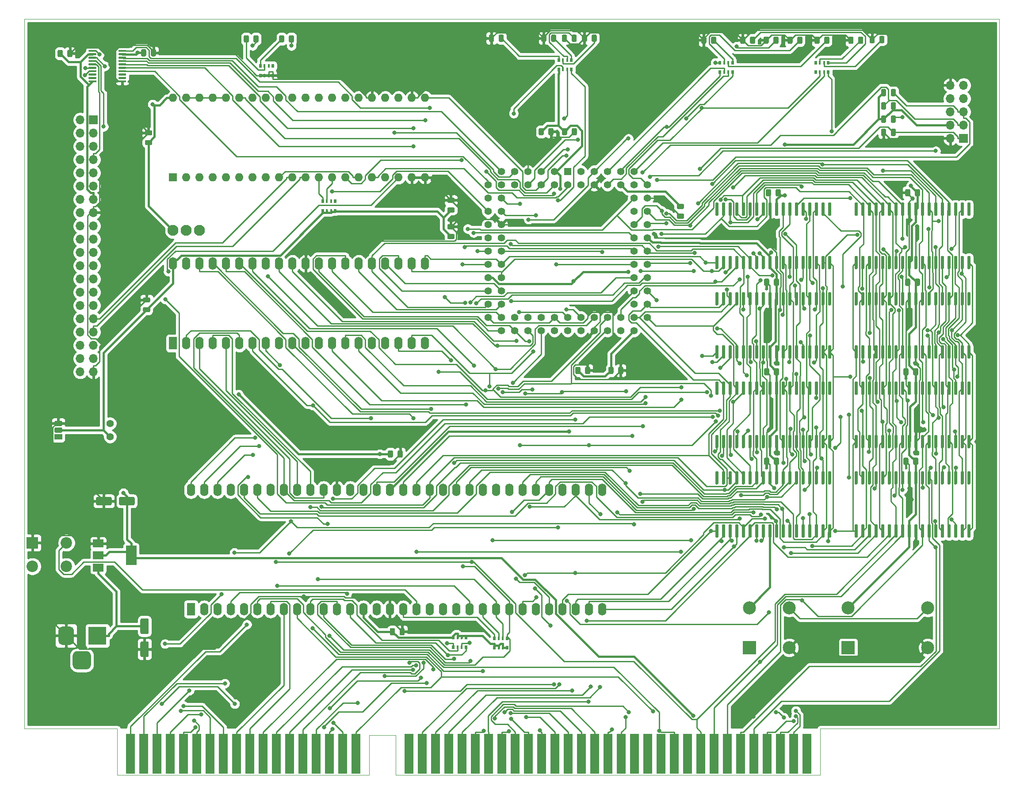
<source format=gbr>
%TF.GenerationSoftware,KiCad,Pcbnew,5.1.6-c6e7f7d~86~ubuntu18.04.1*%
%TF.CreationDate,2020-12-12T09:12:09+08:00*%
%TF.ProjectId,68k_dev,36386b5f-6465-4762-9e6b-696361645f70,rev?*%
%TF.SameCoordinates,Original*%
%TF.FileFunction,Copper,L1,Top*%
%TF.FilePolarity,Positive*%
%FSLAX46Y46*%
G04 Gerber Fmt 4.6, Leading zero omitted, Abs format (unit mm)*
G04 Created by KiCad (PCBNEW 5.1.6-c6e7f7d~86~ubuntu18.04.1) date 2020-12-12 09:12:09*
%MOMM*%
%LPD*%
G01*
G04 APERTURE LIST*
%TA.AperFunction,Profile*%
%ADD10C,0.050000*%
%TD*%
%TA.AperFunction,ComponentPad*%
%ADD11O,1.600000X2.400000*%
%TD*%
%TA.AperFunction,ComponentPad*%
%ADD12R,1.600000X2.400000*%
%TD*%
%TA.AperFunction,ComponentPad*%
%ADD13C,2.100000*%
%TD*%
%TA.AperFunction,ConnectorPad*%
%ADD14R,1.780000X7.620000*%
%TD*%
%TA.AperFunction,ComponentPad*%
%ADD15R,3.500000X3.500000*%
%TD*%
%TA.AperFunction,ComponentPad*%
%ADD16C,1.400000*%
%TD*%
%TA.AperFunction,SMDPad,CuDef*%
%ADD17R,0.500000X0.800000*%
%TD*%
%TA.AperFunction,SMDPad,CuDef*%
%ADD18R,0.400000X0.800000*%
%TD*%
%TA.AperFunction,SMDPad,CuDef*%
%ADD19R,2.000000X1.500000*%
%TD*%
%TA.AperFunction,SMDPad,CuDef*%
%ADD20R,2.000000X3.800000*%
%TD*%
%TA.AperFunction,ComponentPad*%
%ADD21R,1.600000X1.600000*%
%TD*%
%TA.AperFunction,ComponentPad*%
%ADD22O,1.600000X1.600000*%
%TD*%
%TA.AperFunction,ComponentPad*%
%ADD23R,2.500000X2.500000*%
%TD*%
%TA.AperFunction,ComponentPad*%
%ADD24C,2.500000*%
%TD*%
%TA.AperFunction,ComponentPad*%
%ADD25R,1.500000X1.050000*%
%TD*%
%TA.AperFunction,ComponentPad*%
%ADD26C,1.422400*%
%TD*%
%TA.AperFunction,ComponentPad*%
%ADD27R,1.422400X1.422400*%
%TD*%
%TA.AperFunction,ComponentPad*%
%ADD28R,1.700000X1.700000*%
%TD*%
%TA.AperFunction,ComponentPad*%
%ADD29O,1.700000X1.700000*%
%TD*%
%TA.AperFunction,ComponentPad*%
%ADD30R,2.200000X2.200000*%
%TD*%
%TA.AperFunction,ComponentPad*%
%ADD31C,2.200000*%
%TD*%
%TA.AperFunction,ViaPad*%
%ADD32C,0.800000*%
%TD*%
%TA.AperFunction,Conductor*%
%ADD33C,0.250000*%
%TD*%
%TA.AperFunction,Conductor*%
%ADD34C,0.400000*%
%TD*%
%TA.AperFunction,Conductor*%
%ADD35C,0.254000*%
%TD*%
G04 APERTURE END LIST*
D10*
X34290000Y-149860000D02*
X16510000Y-149860000D01*
X34290000Y-158750000D02*
X34290000Y-149860000D01*
X82550000Y-158750000D02*
X34290000Y-158750000D01*
X82550000Y-151130000D02*
X82550000Y-158750000D01*
X87630000Y-151130000D02*
X82550000Y-151130000D01*
X87630000Y-158750000D02*
X87630000Y-151130000D01*
X168910000Y-158750000D02*
X87630000Y-158750000D01*
X168910000Y-149860000D02*
X168910000Y-158750000D01*
X170180000Y-149860000D02*
X168910000Y-149860000D01*
X16510000Y-13970000D02*
X16510000Y-149860000D01*
X203200000Y-13970000D02*
X16510000Y-13970000D01*
X203200000Y-149860000D02*
X203200000Y-13970000D01*
X170180000Y-149860000D02*
X203200000Y-149860000D01*
%TO.P,C23,2*%
%TO.N,GND*%
%TA.AperFunction,SMDPad,CuDef*%
G36*
G01*
X24707000Y-21030250D02*
X24707000Y-20117750D01*
G75*
G02*
X24950750Y-19874000I243750J0D01*
G01*
X25438250Y-19874000D01*
G75*
G02*
X25682000Y-20117750I0J-243750D01*
G01*
X25682000Y-21030250D01*
G75*
G02*
X25438250Y-21274000I-243750J0D01*
G01*
X24950750Y-21274000D01*
G75*
G02*
X24707000Y-21030250I0J243750D01*
G01*
G37*
%TD.AperFunction*%
%TO.P,C23,1*%
%TO.N,+3V3*%
%TA.AperFunction,SMDPad,CuDef*%
G36*
G01*
X22832000Y-21030250D02*
X22832000Y-20117750D01*
G75*
G02*
X23075750Y-19874000I243750J0D01*
G01*
X23563250Y-19874000D01*
G75*
G02*
X23807000Y-20117750I0J-243750D01*
G01*
X23807000Y-21030250D01*
G75*
G02*
X23563250Y-21274000I-243750J0D01*
G01*
X23075750Y-21274000D01*
G75*
G02*
X22832000Y-21030250I0J243750D01*
G01*
G37*
%TD.AperFunction*%
%TD*%
%TO.P,C11,2*%
%TO.N,GND*%
%TA.AperFunction,SMDPad,CuDef*%
G36*
G01*
X40709000Y-20903250D02*
X40709000Y-19990750D01*
G75*
G02*
X40952750Y-19747000I243750J0D01*
G01*
X41440250Y-19747000D01*
G75*
G02*
X41684000Y-19990750I0J-243750D01*
G01*
X41684000Y-20903250D01*
G75*
G02*
X41440250Y-21147000I-243750J0D01*
G01*
X40952750Y-21147000D01*
G75*
G02*
X40709000Y-20903250I0J243750D01*
G01*
G37*
%TD.AperFunction*%
%TO.P,C11,1*%
%TO.N,VCC*%
%TA.AperFunction,SMDPad,CuDef*%
G36*
G01*
X38834000Y-20903250D02*
X38834000Y-19990750D01*
G75*
G02*
X39077750Y-19747000I243750J0D01*
G01*
X39565250Y-19747000D01*
G75*
G02*
X39809000Y-19990750I0J-243750D01*
G01*
X39809000Y-20903250D01*
G75*
G02*
X39565250Y-21147000I-243750J0D01*
G01*
X39077750Y-21147000D01*
G75*
G02*
X38834000Y-20903250I0J243750D01*
G01*
G37*
%TD.AperFunction*%
%TD*%
%TO.P,U15,20*%
%TO.N,SS1*%
%TA.AperFunction,SMDPad,CuDef*%
G36*
G01*
X34510000Y-20162000D02*
X34510000Y-19962000D01*
G75*
G02*
X34610000Y-19862000I100000J0D01*
G01*
X35885000Y-19862000D01*
G75*
G02*
X35985000Y-19962000I0J-100000D01*
G01*
X35985000Y-20162000D01*
G75*
G02*
X35885000Y-20262000I-100000J0D01*
G01*
X34610000Y-20262000D01*
G75*
G02*
X34510000Y-20162000I0J100000D01*
G01*
G37*
%TD.AperFunction*%
%TO.P,U15,19*%
%TO.N,VCC*%
%TA.AperFunction,SMDPad,CuDef*%
G36*
G01*
X34510000Y-20812000D02*
X34510000Y-20612000D01*
G75*
G02*
X34610000Y-20512000I100000J0D01*
G01*
X35885000Y-20512000D01*
G75*
G02*
X35985000Y-20612000I0J-100000D01*
G01*
X35985000Y-20812000D01*
G75*
G02*
X35885000Y-20912000I-100000J0D01*
G01*
X34610000Y-20912000D01*
G75*
G02*
X34510000Y-20812000I0J100000D01*
G01*
G37*
%TD.AperFunction*%
%TO.P,U15,18*%
%TO.N,SS2*%
%TA.AperFunction,SMDPad,CuDef*%
G36*
G01*
X34510000Y-21462000D02*
X34510000Y-21262000D01*
G75*
G02*
X34610000Y-21162000I100000J0D01*
G01*
X35885000Y-21162000D01*
G75*
G02*
X35985000Y-21262000I0J-100000D01*
G01*
X35985000Y-21462000D01*
G75*
G02*
X35885000Y-21562000I-100000J0D01*
G01*
X34610000Y-21562000D01*
G75*
G02*
X34510000Y-21462000I0J100000D01*
G01*
G37*
%TD.AperFunction*%
%TO.P,U15,17*%
%TO.N,SCLK*%
%TA.AperFunction,SMDPad,CuDef*%
G36*
G01*
X34510000Y-22112000D02*
X34510000Y-21912000D01*
G75*
G02*
X34610000Y-21812000I100000J0D01*
G01*
X35885000Y-21812000D01*
G75*
G02*
X35985000Y-21912000I0J-100000D01*
G01*
X35985000Y-22112000D01*
G75*
G02*
X35885000Y-22212000I-100000J0D01*
G01*
X34610000Y-22212000D01*
G75*
G02*
X34510000Y-22112000I0J100000D01*
G01*
G37*
%TD.AperFunction*%
%TO.P,U15,16*%
%TO.N,MISO*%
%TA.AperFunction,SMDPad,CuDef*%
G36*
G01*
X34510000Y-22762000D02*
X34510000Y-22562000D01*
G75*
G02*
X34610000Y-22462000I100000J0D01*
G01*
X35885000Y-22462000D01*
G75*
G02*
X35985000Y-22562000I0J-100000D01*
G01*
X35985000Y-22762000D01*
G75*
G02*
X35885000Y-22862000I-100000J0D01*
G01*
X34610000Y-22862000D01*
G75*
G02*
X34510000Y-22762000I0J100000D01*
G01*
G37*
%TD.AperFunction*%
%TO.P,U15,15*%
%TO.N,MOSI*%
%TA.AperFunction,SMDPad,CuDef*%
G36*
G01*
X34510000Y-23412000D02*
X34510000Y-23212000D01*
G75*
G02*
X34610000Y-23112000I100000J0D01*
G01*
X35885000Y-23112000D01*
G75*
G02*
X35985000Y-23212000I0J-100000D01*
G01*
X35985000Y-23412000D01*
G75*
G02*
X35885000Y-23512000I-100000J0D01*
G01*
X34610000Y-23512000D01*
G75*
G02*
X34510000Y-23412000I0J100000D01*
G01*
G37*
%TD.AperFunction*%
%TO.P,U15,14*%
%TO.N,DC*%
%TA.AperFunction,SMDPad,CuDef*%
G36*
G01*
X34510000Y-24062000D02*
X34510000Y-23862000D01*
G75*
G02*
X34610000Y-23762000I100000J0D01*
G01*
X35885000Y-23762000D01*
G75*
G02*
X35985000Y-23862000I0J-100000D01*
G01*
X35985000Y-24062000D01*
G75*
G02*
X35885000Y-24162000I-100000J0D01*
G01*
X34610000Y-24162000D01*
G75*
G02*
X34510000Y-24062000I0J100000D01*
G01*
G37*
%TD.AperFunction*%
%TO.P,U15,13*%
%TO.N,Net-(U15-Pad13)*%
%TA.AperFunction,SMDPad,CuDef*%
G36*
G01*
X34510000Y-24712000D02*
X34510000Y-24512000D01*
G75*
G02*
X34610000Y-24412000I100000J0D01*
G01*
X35885000Y-24412000D01*
G75*
G02*
X35985000Y-24512000I0J-100000D01*
G01*
X35985000Y-24712000D01*
G75*
G02*
X35885000Y-24812000I-100000J0D01*
G01*
X34610000Y-24812000D01*
G75*
G02*
X34510000Y-24712000I0J100000D01*
G01*
G37*
%TD.AperFunction*%
%TO.P,U15,12*%
%TO.N,Net-(U15-Pad12)*%
%TA.AperFunction,SMDPad,CuDef*%
G36*
G01*
X34510000Y-25362000D02*
X34510000Y-25162000D01*
G75*
G02*
X34610000Y-25062000I100000J0D01*
G01*
X35885000Y-25062000D01*
G75*
G02*
X35985000Y-25162000I0J-100000D01*
G01*
X35985000Y-25362000D01*
G75*
G02*
X35885000Y-25462000I-100000J0D01*
G01*
X34610000Y-25462000D01*
G75*
G02*
X34510000Y-25362000I0J100000D01*
G01*
G37*
%TD.AperFunction*%
%TO.P,U15,11*%
%TO.N,GND*%
%TA.AperFunction,SMDPad,CuDef*%
G36*
G01*
X34510000Y-26012000D02*
X34510000Y-25812000D01*
G75*
G02*
X34610000Y-25712000I100000J0D01*
G01*
X35885000Y-25712000D01*
G75*
G02*
X35985000Y-25812000I0J-100000D01*
G01*
X35985000Y-26012000D01*
G75*
G02*
X35885000Y-26112000I-100000J0D01*
G01*
X34610000Y-26112000D01*
G75*
G02*
X34510000Y-26012000I0J100000D01*
G01*
G37*
%TD.AperFunction*%
%TO.P,U15,10*%
%TO.N,+3V3*%
%TA.AperFunction,SMDPad,CuDef*%
G36*
G01*
X28785000Y-26012000D02*
X28785000Y-25812000D01*
G75*
G02*
X28885000Y-25712000I100000J0D01*
G01*
X30160000Y-25712000D01*
G75*
G02*
X30260000Y-25812000I0J-100000D01*
G01*
X30260000Y-26012000D01*
G75*
G02*
X30160000Y-26112000I-100000J0D01*
G01*
X28885000Y-26112000D01*
G75*
G02*
X28785000Y-26012000I0J100000D01*
G01*
G37*
%TD.AperFunction*%
%TO.P,U15,9*%
%TO.N,Net-(U15-Pad9)*%
%TA.AperFunction,SMDPad,CuDef*%
G36*
G01*
X28785000Y-25362000D02*
X28785000Y-25162000D01*
G75*
G02*
X28885000Y-25062000I100000J0D01*
G01*
X30160000Y-25062000D01*
G75*
G02*
X30260000Y-25162000I0J-100000D01*
G01*
X30260000Y-25362000D01*
G75*
G02*
X30160000Y-25462000I-100000J0D01*
G01*
X28885000Y-25462000D01*
G75*
G02*
X28785000Y-25362000I0J100000D01*
G01*
G37*
%TD.AperFunction*%
%TO.P,U15,8*%
%TO.N,Net-(U15-Pad8)*%
%TA.AperFunction,SMDPad,CuDef*%
G36*
G01*
X28785000Y-24712000D02*
X28785000Y-24512000D01*
G75*
G02*
X28885000Y-24412000I100000J0D01*
G01*
X30160000Y-24412000D01*
G75*
G02*
X30260000Y-24512000I0J-100000D01*
G01*
X30260000Y-24712000D01*
G75*
G02*
X30160000Y-24812000I-100000J0D01*
G01*
X28885000Y-24812000D01*
G75*
G02*
X28785000Y-24712000I0J100000D01*
G01*
G37*
%TD.AperFunction*%
%TO.P,U15,7*%
%TO.N,Net-(J3-Pad11)*%
%TA.AperFunction,SMDPad,CuDef*%
G36*
G01*
X28785000Y-24062000D02*
X28785000Y-23862000D01*
G75*
G02*
X28885000Y-23762000I100000J0D01*
G01*
X30160000Y-23762000D01*
G75*
G02*
X30260000Y-23862000I0J-100000D01*
G01*
X30260000Y-24062000D01*
G75*
G02*
X30160000Y-24162000I-100000J0D01*
G01*
X28885000Y-24162000D01*
G75*
G02*
X28785000Y-24062000I0J100000D01*
G01*
G37*
%TD.AperFunction*%
%TO.P,U15,6*%
%TO.N,Net-(J3-Pad9)*%
%TA.AperFunction,SMDPad,CuDef*%
G36*
G01*
X28785000Y-23412000D02*
X28785000Y-23212000D01*
G75*
G02*
X28885000Y-23112000I100000J0D01*
G01*
X30160000Y-23112000D01*
G75*
G02*
X30260000Y-23212000I0J-100000D01*
G01*
X30260000Y-23412000D01*
G75*
G02*
X30160000Y-23512000I-100000J0D01*
G01*
X28885000Y-23512000D01*
G75*
G02*
X28785000Y-23412000I0J100000D01*
G01*
G37*
%TD.AperFunction*%
%TO.P,U15,5*%
%TO.N,Net-(J3-Pad7)*%
%TA.AperFunction,SMDPad,CuDef*%
G36*
G01*
X28785000Y-22762000D02*
X28785000Y-22562000D01*
G75*
G02*
X28885000Y-22462000I100000J0D01*
G01*
X30160000Y-22462000D01*
G75*
G02*
X30260000Y-22562000I0J-100000D01*
G01*
X30260000Y-22762000D01*
G75*
G02*
X30160000Y-22862000I-100000J0D01*
G01*
X28885000Y-22862000D01*
G75*
G02*
X28785000Y-22762000I0J100000D01*
G01*
G37*
%TD.AperFunction*%
%TO.P,U15,4*%
%TO.N,Net-(J3-Pad5)*%
%TA.AperFunction,SMDPad,CuDef*%
G36*
G01*
X28785000Y-22112000D02*
X28785000Y-21912000D01*
G75*
G02*
X28885000Y-21812000I100000J0D01*
G01*
X30160000Y-21812000D01*
G75*
G02*
X30260000Y-21912000I0J-100000D01*
G01*
X30260000Y-22112000D01*
G75*
G02*
X30160000Y-22212000I-100000J0D01*
G01*
X28885000Y-22212000D01*
G75*
G02*
X28785000Y-22112000I0J100000D01*
G01*
G37*
%TD.AperFunction*%
%TO.P,U15,3*%
%TO.N,Net-(J3-Pad3)*%
%TA.AperFunction,SMDPad,CuDef*%
G36*
G01*
X28785000Y-21462000D02*
X28785000Y-21262000D01*
G75*
G02*
X28885000Y-21162000I100000J0D01*
G01*
X30160000Y-21162000D01*
G75*
G02*
X30260000Y-21262000I0J-100000D01*
G01*
X30260000Y-21462000D01*
G75*
G02*
X30160000Y-21562000I-100000J0D01*
G01*
X28885000Y-21562000D01*
G75*
G02*
X28785000Y-21462000I0J100000D01*
G01*
G37*
%TD.AperFunction*%
%TO.P,U15,2*%
%TO.N,+3V3*%
%TA.AperFunction,SMDPad,CuDef*%
G36*
G01*
X28785000Y-20812000D02*
X28785000Y-20612000D01*
G75*
G02*
X28885000Y-20512000I100000J0D01*
G01*
X30160000Y-20512000D01*
G75*
G02*
X30260000Y-20612000I0J-100000D01*
G01*
X30260000Y-20812000D01*
G75*
G02*
X30160000Y-20912000I-100000J0D01*
G01*
X28885000Y-20912000D01*
G75*
G02*
X28785000Y-20812000I0J100000D01*
G01*
G37*
%TD.AperFunction*%
%TO.P,U15,1*%
%TO.N,Net-(J3-Pad1)*%
%TA.AperFunction,SMDPad,CuDef*%
G36*
G01*
X28785000Y-20162000D02*
X28785000Y-19962000D01*
G75*
G02*
X28885000Y-19862000I100000J0D01*
G01*
X30160000Y-19862000D01*
G75*
G02*
X30260000Y-19962000I0J-100000D01*
G01*
X30260000Y-20162000D01*
G75*
G02*
X30160000Y-20262000I-100000J0D01*
G01*
X28885000Y-20262000D01*
G75*
G02*
X28785000Y-20162000I0J100000D01*
G01*
G37*
%TD.AperFunction*%
%TD*%
%TO.P,U13,36*%
%TO.N,Net-(U13-Pad36)*%
%TA.AperFunction,SMDPad,CuDef*%
G36*
G01*
X175918000Y-103109000D02*
X175618000Y-103109000D01*
G75*
G02*
X175468000Y-102959000I0J150000D01*
G01*
X175468000Y-100709000D01*
G75*
G02*
X175618000Y-100559000I150000J0D01*
G01*
X175918000Y-100559000D01*
G75*
G02*
X176068000Y-100709000I0J-150000D01*
G01*
X176068000Y-102959000D01*
G75*
G02*
X175918000Y-103109000I-150000J0D01*
G01*
G37*
%TD.AperFunction*%
%TO.P,U13,35*%
%TO.N,A19*%
%TA.AperFunction,SMDPad,CuDef*%
G36*
G01*
X177188000Y-103109000D02*
X176888000Y-103109000D01*
G75*
G02*
X176738000Y-102959000I0J150000D01*
G01*
X176738000Y-100709000D01*
G75*
G02*
X176888000Y-100559000I150000J0D01*
G01*
X177188000Y-100559000D01*
G75*
G02*
X177338000Y-100709000I0J-150000D01*
G01*
X177338000Y-102959000D01*
G75*
G02*
X177188000Y-103109000I-150000J0D01*
G01*
G37*
%TD.AperFunction*%
%TO.P,U13,34*%
%TO.N,A18*%
%TA.AperFunction,SMDPad,CuDef*%
G36*
G01*
X178458000Y-103109000D02*
X178158000Y-103109000D01*
G75*
G02*
X178008000Y-102959000I0J150000D01*
G01*
X178008000Y-100709000D01*
G75*
G02*
X178158000Y-100559000I150000J0D01*
G01*
X178458000Y-100559000D01*
G75*
G02*
X178608000Y-100709000I0J-150000D01*
G01*
X178608000Y-102959000D01*
G75*
G02*
X178458000Y-103109000I-150000J0D01*
G01*
G37*
%TD.AperFunction*%
%TO.P,U13,33*%
%TO.N,A17*%
%TA.AperFunction,SMDPad,CuDef*%
G36*
G01*
X179728000Y-103109000D02*
X179428000Y-103109000D01*
G75*
G02*
X179278000Y-102959000I0J150000D01*
G01*
X179278000Y-100709000D01*
G75*
G02*
X179428000Y-100559000I150000J0D01*
G01*
X179728000Y-100559000D01*
G75*
G02*
X179878000Y-100709000I0J-150000D01*
G01*
X179878000Y-102959000D01*
G75*
G02*
X179728000Y-103109000I-150000J0D01*
G01*
G37*
%TD.AperFunction*%
%TO.P,U13,32*%
%TO.N,A16*%
%TA.AperFunction,SMDPad,CuDef*%
G36*
G01*
X180998000Y-103109000D02*
X180698000Y-103109000D01*
G75*
G02*
X180548000Y-102959000I0J150000D01*
G01*
X180548000Y-100709000D01*
G75*
G02*
X180698000Y-100559000I150000J0D01*
G01*
X180998000Y-100559000D01*
G75*
G02*
X181148000Y-100709000I0J-150000D01*
G01*
X181148000Y-102959000D01*
G75*
G02*
X180998000Y-103109000I-150000J0D01*
G01*
G37*
%TD.AperFunction*%
%TO.P,U13,31*%
%TO.N,RDL*%
%TA.AperFunction,SMDPad,CuDef*%
G36*
G01*
X182268000Y-103109000D02*
X181968000Y-103109000D01*
G75*
G02*
X181818000Y-102959000I0J150000D01*
G01*
X181818000Y-100709000D01*
G75*
G02*
X181968000Y-100559000I150000J0D01*
G01*
X182268000Y-100559000D01*
G75*
G02*
X182418000Y-100709000I0J-150000D01*
G01*
X182418000Y-102959000D01*
G75*
G02*
X182268000Y-103109000I-150000J0D01*
G01*
G37*
%TD.AperFunction*%
%TO.P,U13,30*%
%TO.N,D7*%
%TA.AperFunction,SMDPad,CuDef*%
G36*
G01*
X183538000Y-103109000D02*
X183238000Y-103109000D01*
G75*
G02*
X183088000Y-102959000I0J150000D01*
G01*
X183088000Y-100709000D01*
G75*
G02*
X183238000Y-100559000I150000J0D01*
G01*
X183538000Y-100559000D01*
G75*
G02*
X183688000Y-100709000I0J-150000D01*
G01*
X183688000Y-102959000D01*
G75*
G02*
X183538000Y-103109000I-150000J0D01*
G01*
G37*
%TD.AperFunction*%
%TO.P,U13,29*%
%TO.N,D6*%
%TA.AperFunction,SMDPad,CuDef*%
G36*
G01*
X184808000Y-103109000D02*
X184508000Y-103109000D01*
G75*
G02*
X184358000Y-102959000I0J150000D01*
G01*
X184358000Y-100709000D01*
G75*
G02*
X184508000Y-100559000I150000J0D01*
G01*
X184808000Y-100559000D01*
G75*
G02*
X184958000Y-100709000I0J-150000D01*
G01*
X184958000Y-102959000D01*
G75*
G02*
X184808000Y-103109000I-150000J0D01*
G01*
G37*
%TD.AperFunction*%
%TO.P,U13,28*%
%TO.N,GND*%
%TA.AperFunction,SMDPad,CuDef*%
G36*
G01*
X186078000Y-103109000D02*
X185778000Y-103109000D01*
G75*
G02*
X185628000Y-102959000I0J150000D01*
G01*
X185628000Y-100709000D01*
G75*
G02*
X185778000Y-100559000I150000J0D01*
G01*
X186078000Y-100559000D01*
G75*
G02*
X186228000Y-100709000I0J-150000D01*
G01*
X186228000Y-102959000D01*
G75*
G02*
X186078000Y-103109000I-150000J0D01*
G01*
G37*
%TD.AperFunction*%
%TO.P,U13,27*%
%TO.N,VCC*%
%TA.AperFunction,SMDPad,CuDef*%
G36*
G01*
X187348000Y-103109000D02*
X187048000Y-103109000D01*
G75*
G02*
X186898000Y-102959000I0J150000D01*
G01*
X186898000Y-100709000D01*
G75*
G02*
X187048000Y-100559000I150000J0D01*
G01*
X187348000Y-100559000D01*
G75*
G02*
X187498000Y-100709000I0J-150000D01*
G01*
X187498000Y-102959000D01*
G75*
G02*
X187348000Y-103109000I-150000J0D01*
G01*
G37*
%TD.AperFunction*%
%TO.P,U13,26*%
%TO.N,D5*%
%TA.AperFunction,SMDPad,CuDef*%
G36*
G01*
X188618000Y-103109000D02*
X188318000Y-103109000D01*
G75*
G02*
X188168000Y-102959000I0J150000D01*
G01*
X188168000Y-100709000D01*
G75*
G02*
X188318000Y-100559000I150000J0D01*
G01*
X188618000Y-100559000D01*
G75*
G02*
X188768000Y-100709000I0J-150000D01*
G01*
X188768000Y-102959000D01*
G75*
G02*
X188618000Y-103109000I-150000J0D01*
G01*
G37*
%TD.AperFunction*%
%TO.P,U13,25*%
%TO.N,D4*%
%TA.AperFunction,SMDPad,CuDef*%
G36*
G01*
X189888000Y-103109000D02*
X189588000Y-103109000D01*
G75*
G02*
X189438000Y-102959000I0J150000D01*
G01*
X189438000Y-100709000D01*
G75*
G02*
X189588000Y-100559000I150000J0D01*
G01*
X189888000Y-100559000D01*
G75*
G02*
X190038000Y-100709000I0J-150000D01*
G01*
X190038000Y-102959000D01*
G75*
G02*
X189888000Y-103109000I-150000J0D01*
G01*
G37*
%TD.AperFunction*%
%TO.P,U13,24*%
%TO.N,A15*%
%TA.AperFunction,SMDPad,CuDef*%
G36*
G01*
X191158000Y-103109000D02*
X190858000Y-103109000D01*
G75*
G02*
X190708000Y-102959000I0J150000D01*
G01*
X190708000Y-100709000D01*
G75*
G02*
X190858000Y-100559000I150000J0D01*
G01*
X191158000Y-100559000D01*
G75*
G02*
X191308000Y-100709000I0J-150000D01*
G01*
X191308000Y-102959000D01*
G75*
G02*
X191158000Y-103109000I-150000J0D01*
G01*
G37*
%TD.AperFunction*%
%TO.P,U13,23*%
%TO.N,A14*%
%TA.AperFunction,SMDPad,CuDef*%
G36*
G01*
X192428000Y-103109000D02*
X192128000Y-103109000D01*
G75*
G02*
X191978000Y-102959000I0J150000D01*
G01*
X191978000Y-100709000D01*
G75*
G02*
X192128000Y-100559000I150000J0D01*
G01*
X192428000Y-100559000D01*
G75*
G02*
X192578000Y-100709000I0J-150000D01*
G01*
X192578000Y-102959000D01*
G75*
G02*
X192428000Y-103109000I-150000J0D01*
G01*
G37*
%TD.AperFunction*%
%TO.P,U13,22*%
%TO.N,A13*%
%TA.AperFunction,SMDPad,CuDef*%
G36*
G01*
X193698000Y-103109000D02*
X193398000Y-103109000D01*
G75*
G02*
X193248000Y-102959000I0J150000D01*
G01*
X193248000Y-100709000D01*
G75*
G02*
X193398000Y-100559000I150000J0D01*
G01*
X193698000Y-100559000D01*
G75*
G02*
X193848000Y-100709000I0J-150000D01*
G01*
X193848000Y-102959000D01*
G75*
G02*
X193698000Y-103109000I-150000J0D01*
G01*
G37*
%TD.AperFunction*%
%TO.P,U13,21*%
%TO.N,A12*%
%TA.AperFunction,SMDPad,CuDef*%
G36*
G01*
X194968000Y-103109000D02*
X194668000Y-103109000D01*
G75*
G02*
X194518000Y-102959000I0J150000D01*
G01*
X194518000Y-100709000D01*
G75*
G02*
X194668000Y-100559000I150000J0D01*
G01*
X194968000Y-100559000D01*
G75*
G02*
X195118000Y-100709000I0J-150000D01*
G01*
X195118000Y-102959000D01*
G75*
G02*
X194968000Y-103109000I-150000J0D01*
G01*
G37*
%TD.AperFunction*%
%TO.P,U13,20*%
%TO.N,A11*%
%TA.AperFunction,SMDPad,CuDef*%
G36*
G01*
X196238000Y-103109000D02*
X195938000Y-103109000D01*
G75*
G02*
X195788000Y-102959000I0J150000D01*
G01*
X195788000Y-100709000D01*
G75*
G02*
X195938000Y-100559000I150000J0D01*
G01*
X196238000Y-100559000D01*
G75*
G02*
X196388000Y-100709000I0J-150000D01*
G01*
X196388000Y-102959000D01*
G75*
G02*
X196238000Y-103109000I-150000J0D01*
G01*
G37*
%TD.AperFunction*%
%TO.P,U13,19*%
%TO.N,Net-(U13-Pad19)*%
%TA.AperFunction,SMDPad,CuDef*%
G36*
G01*
X197508000Y-103109000D02*
X197208000Y-103109000D01*
G75*
G02*
X197058000Y-102959000I0J150000D01*
G01*
X197058000Y-100709000D01*
G75*
G02*
X197208000Y-100559000I150000J0D01*
G01*
X197508000Y-100559000D01*
G75*
G02*
X197658000Y-100709000I0J-150000D01*
G01*
X197658000Y-102959000D01*
G75*
G02*
X197508000Y-103109000I-150000J0D01*
G01*
G37*
%TD.AperFunction*%
%TO.P,U13,18*%
%TO.N,A10*%
%TA.AperFunction,SMDPad,CuDef*%
G36*
G01*
X197508000Y-113309000D02*
X197208000Y-113309000D01*
G75*
G02*
X197058000Y-113159000I0J150000D01*
G01*
X197058000Y-110909000D01*
G75*
G02*
X197208000Y-110759000I150000J0D01*
G01*
X197508000Y-110759000D01*
G75*
G02*
X197658000Y-110909000I0J-150000D01*
G01*
X197658000Y-113159000D01*
G75*
G02*
X197508000Y-113309000I-150000J0D01*
G01*
G37*
%TD.AperFunction*%
%TO.P,U13,17*%
%TO.N,A9*%
%TA.AperFunction,SMDPad,CuDef*%
G36*
G01*
X196238000Y-113309000D02*
X195938000Y-113309000D01*
G75*
G02*
X195788000Y-113159000I0J150000D01*
G01*
X195788000Y-110909000D01*
G75*
G02*
X195938000Y-110759000I150000J0D01*
G01*
X196238000Y-110759000D01*
G75*
G02*
X196388000Y-110909000I0J-150000D01*
G01*
X196388000Y-113159000D01*
G75*
G02*
X196238000Y-113309000I-150000J0D01*
G01*
G37*
%TD.AperFunction*%
%TO.P,U13,16*%
%TO.N,A8*%
%TA.AperFunction,SMDPad,CuDef*%
G36*
G01*
X194968000Y-113309000D02*
X194668000Y-113309000D01*
G75*
G02*
X194518000Y-113159000I0J150000D01*
G01*
X194518000Y-110909000D01*
G75*
G02*
X194668000Y-110759000I150000J0D01*
G01*
X194968000Y-110759000D01*
G75*
G02*
X195118000Y-110909000I0J-150000D01*
G01*
X195118000Y-113159000D01*
G75*
G02*
X194968000Y-113309000I-150000J0D01*
G01*
G37*
%TD.AperFunction*%
%TO.P,U13,15*%
%TO.N,A7*%
%TA.AperFunction,SMDPad,CuDef*%
G36*
G01*
X193698000Y-113309000D02*
X193398000Y-113309000D01*
G75*
G02*
X193248000Y-113159000I0J150000D01*
G01*
X193248000Y-110909000D01*
G75*
G02*
X193398000Y-110759000I150000J0D01*
G01*
X193698000Y-110759000D01*
G75*
G02*
X193848000Y-110909000I0J-150000D01*
G01*
X193848000Y-113159000D01*
G75*
G02*
X193698000Y-113309000I-150000J0D01*
G01*
G37*
%TD.AperFunction*%
%TO.P,U13,14*%
%TO.N,A6*%
%TA.AperFunction,SMDPad,CuDef*%
G36*
G01*
X192428000Y-113309000D02*
X192128000Y-113309000D01*
G75*
G02*
X191978000Y-113159000I0J150000D01*
G01*
X191978000Y-110909000D01*
G75*
G02*
X192128000Y-110759000I150000J0D01*
G01*
X192428000Y-110759000D01*
G75*
G02*
X192578000Y-110909000I0J-150000D01*
G01*
X192578000Y-113159000D01*
G75*
G02*
X192428000Y-113309000I-150000J0D01*
G01*
G37*
%TD.AperFunction*%
%TO.P,U13,13*%
%TO.N,WRL*%
%TA.AperFunction,SMDPad,CuDef*%
G36*
G01*
X191158000Y-113309000D02*
X190858000Y-113309000D01*
G75*
G02*
X190708000Y-113159000I0J150000D01*
G01*
X190708000Y-110909000D01*
G75*
G02*
X190858000Y-110759000I150000J0D01*
G01*
X191158000Y-110759000D01*
G75*
G02*
X191308000Y-110909000I0J-150000D01*
G01*
X191308000Y-113159000D01*
G75*
G02*
X191158000Y-113309000I-150000J0D01*
G01*
G37*
%TD.AperFunction*%
%TO.P,U13,12*%
%TO.N,D3*%
%TA.AperFunction,SMDPad,CuDef*%
G36*
G01*
X189888000Y-113309000D02*
X189588000Y-113309000D01*
G75*
G02*
X189438000Y-113159000I0J150000D01*
G01*
X189438000Y-110909000D01*
G75*
G02*
X189588000Y-110759000I150000J0D01*
G01*
X189888000Y-110759000D01*
G75*
G02*
X190038000Y-110909000I0J-150000D01*
G01*
X190038000Y-113159000D01*
G75*
G02*
X189888000Y-113309000I-150000J0D01*
G01*
G37*
%TD.AperFunction*%
%TO.P,U13,11*%
%TO.N,D2*%
%TA.AperFunction,SMDPad,CuDef*%
G36*
G01*
X188618000Y-113309000D02*
X188318000Y-113309000D01*
G75*
G02*
X188168000Y-113159000I0J150000D01*
G01*
X188168000Y-110909000D01*
G75*
G02*
X188318000Y-110759000I150000J0D01*
G01*
X188618000Y-110759000D01*
G75*
G02*
X188768000Y-110909000I0J-150000D01*
G01*
X188768000Y-113159000D01*
G75*
G02*
X188618000Y-113309000I-150000J0D01*
G01*
G37*
%TD.AperFunction*%
%TO.P,U13,10*%
%TO.N,GND*%
%TA.AperFunction,SMDPad,CuDef*%
G36*
G01*
X187348000Y-113309000D02*
X187048000Y-113309000D01*
G75*
G02*
X186898000Y-113159000I0J150000D01*
G01*
X186898000Y-110909000D01*
G75*
G02*
X187048000Y-110759000I150000J0D01*
G01*
X187348000Y-110759000D01*
G75*
G02*
X187498000Y-110909000I0J-150000D01*
G01*
X187498000Y-113159000D01*
G75*
G02*
X187348000Y-113309000I-150000J0D01*
G01*
G37*
%TD.AperFunction*%
%TO.P,U13,9*%
%TO.N,VCC*%
%TA.AperFunction,SMDPad,CuDef*%
G36*
G01*
X186078000Y-113309000D02*
X185778000Y-113309000D01*
G75*
G02*
X185628000Y-113159000I0J150000D01*
G01*
X185628000Y-110909000D01*
G75*
G02*
X185778000Y-110759000I150000J0D01*
G01*
X186078000Y-110759000D01*
G75*
G02*
X186228000Y-110909000I0J-150000D01*
G01*
X186228000Y-113159000D01*
G75*
G02*
X186078000Y-113309000I-150000J0D01*
G01*
G37*
%TD.AperFunction*%
%TO.P,U13,8*%
%TO.N,D1*%
%TA.AperFunction,SMDPad,CuDef*%
G36*
G01*
X184808000Y-113309000D02*
X184508000Y-113309000D01*
G75*
G02*
X184358000Y-113159000I0J150000D01*
G01*
X184358000Y-110909000D01*
G75*
G02*
X184508000Y-110759000I150000J0D01*
G01*
X184808000Y-110759000D01*
G75*
G02*
X184958000Y-110909000I0J-150000D01*
G01*
X184958000Y-113159000D01*
G75*
G02*
X184808000Y-113309000I-150000J0D01*
G01*
G37*
%TD.AperFunction*%
%TO.P,U13,7*%
%TO.N,D0*%
%TA.AperFunction,SMDPad,CuDef*%
G36*
G01*
X183538000Y-113309000D02*
X183238000Y-113309000D01*
G75*
G02*
X183088000Y-113159000I0J150000D01*
G01*
X183088000Y-110909000D01*
G75*
G02*
X183238000Y-110759000I150000J0D01*
G01*
X183538000Y-110759000D01*
G75*
G02*
X183688000Y-110909000I0J-150000D01*
G01*
X183688000Y-113159000D01*
G75*
G02*
X183538000Y-113309000I-150000J0D01*
G01*
G37*
%TD.AperFunction*%
%TO.P,U13,6*%
%TO.N,RAM4_SEL*%
%TA.AperFunction,SMDPad,CuDef*%
G36*
G01*
X182268000Y-113309000D02*
X181968000Y-113309000D01*
G75*
G02*
X181818000Y-113159000I0J150000D01*
G01*
X181818000Y-110909000D01*
G75*
G02*
X181968000Y-110759000I150000J0D01*
G01*
X182268000Y-110759000D01*
G75*
G02*
X182418000Y-110909000I0J-150000D01*
G01*
X182418000Y-113159000D01*
G75*
G02*
X182268000Y-113309000I-150000J0D01*
G01*
G37*
%TD.AperFunction*%
%TO.P,U13,5*%
%TO.N,A5*%
%TA.AperFunction,SMDPad,CuDef*%
G36*
G01*
X180998000Y-113309000D02*
X180698000Y-113309000D01*
G75*
G02*
X180548000Y-113159000I0J150000D01*
G01*
X180548000Y-110909000D01*
G75*
G02*
X180698000Y-110759000I150000J0D01*
G01*
X180998000Y-110759000D01*
G75*
G02*
X181148000Y-110909000I0J-150000D01*
G01*
X181148000Y-113159000D01*
G75*
G02*
X180998000Y-113309000I-150000J0D01*
G01*
G37*
%TD.AperFunction*%
%TO.P,U13,4*%
%TO.N,A4*%
%TA.AperFunction,SMDPad,CuDef*%
G36*
G01*
X179728000Y-113309000D02*
X179428000Y-113309000D01*
G75*
G02*
X179278000Y-113159000I0J150000D01*
G01*
X179278000Y-110909000D01*
G75*
G02*
X179428000Y-110759000I150000J0D01*
G01*
X179728000Y-110759000D01*
G75*
G02*
X179878000Y-110909000I0J-150000D01*
G01*
X179878000Y-113159000D01*
G75*
G02*
X179728000Y-113309000I-150000J0D01*
G01*
G37*
%TD.AperFunction*%
%TO.P,U13,3*%
%TO.N,A3*%
%TA.AperFunction,SMDPad,CuDef*%
G36*
G01*
X178458000Y-113309000D02*
X178158000Y-113309000D01*
G75*
G02*
X178008000Y-113159000I0J150000D01*
G01*
X178008000Y-110909000D01*
G75*
G02*
X178158000Y-110759000I150000J0D01*
G01*
X178458000Y-110759000D01*
G75*
G02*
X178608000Y-110909000I0J-150000D01*
G01*
X178608000Y-113159000D01*
G75*
G02*
X178458000Y-113309000I-150000J0D01*
G01*
G37*
%TD.AperFunction*%
%TO.P,U13,2*%
%TO.N,A2*%
%TA.AperFunction,SMDPad,CuDef*%
G36*
G01*
X177188000Y-113309000D02*
X176888000Y-113309000D01*
G75*
G02*
X176738000Y-113159000I0J150000D01*
G01*
X176738000Y-110909000D01*
G75*
G02*
X176888000Y-110759000I150000J0D01*
G01*
X177188000Y-110759000D01*
G75*
G02*
X177338000Y-110909000I0J-150000D01*
G01*
X177338000Y-113159000D01*
G75*
G02*
X177188000Y-113309000I-150000J0D01*
G01*
G37*
%TD.AperFunction*%
%TO.P,U13,1*%
%TO.N,A1*%
%TA.AperFunction,SMDPad,CuDef*%
G36*
G01*
X175918000Y-113309000D02*
X175618000Y-113309000D01*
G75*
G02*
X175468000Y-113159000I0J150000D01*
G01*
X175468000Y-110909000D01*
G75*
G02*
X175618000Y-110759000I150000J0D01*
G01*
X175918000Y-110759000D01*
G75*
G02*
X176068000Y-110909000I0J-150000D01*
G01*
X176068000Y-113159000D01*
G75*
G02*
X175918000Y-113309000I-150000J0D01*
G01*
G37*
%TD.AperFunction*%
%TD*%
%TO.P,U12,36*%
%TO.N,Net-(U12-Pad36)*%
%TA.AperFunction,SMDPad,CuDef*%
G36*
G01*
X149248000Y-103109000D02*
X148948000Y-103109000D01*
G75*
G02*
X148798000Y-102959000I0J150000D01*
G01*
X148798000Y-100709000D01*
G75*
G02*
X148948000Y-100559000I150000J0D01*
G01*
X149248000Y-100559000D01*
G75*
G02*
X149398000Y-100709000I0J-150000D01*
G01*
X149398000Y-102959000D01*
G75*
G02*
X149248000Y-103109000I-150000J0D01*
G01*
G37*
%TD.AperFunction*%
%TO.P,U12,35*%
%TO.N,A19*%
%TA.AperFunction,SMDPad,CuDef*%
G36*
G01*
X150518000Y-103109000D02*
X150218000Y-103109000D01*
G75*
G02*
X150068000Y-102959000I0J150000D01*
G01*
X150068000Y-100709000D01*
G75*
G02*
X150218000Y-100559000I150000J0D01*
G01*
X150518000Y-100559000D01*
G75*
G02*
X150668000Y-100709000I0J-150000D01*
G01*
X150668000Y-102959000D01*
G75*
G02*
X150518000Y-103109000I-150000J0D01*
G01*
G37*
%TD.AperFunction*%
%TO.P,U12,34*%
%TO.N,A18*%
%TA.AperFunction,SMDPad,CuDef*%
G36*
G01*
X151788000Y-103109000D02*
X151488000Y-103109000D01*
G75*
G02*
X151338000Y-102959000I0J150000D01*
G01*
X151338000Y-100709000D01*
G75*
G02*
X151488000Y-100559000I150000J0D01*
G01*
X151788000Y-100559000D01*
G75*
G02*
X151938000Y-100709000I0J-150000D01*
G01*
X151938000Y-102959000D01*
G75*
G02*
X151788000Y-103109000I-150000J0D01*
G01*
G37*
%TD.AperFunction*%
%TO.P,U12,33*%
%TO.N,A17*%
%TA.AperFunction,SMDPad,CuDef*%
G36*
G01*
X153058000Y-103109000D02*
X152758000Y-103109000D01*
G75*
G02*
X152608000Y-102959000I0J150000D01*
G01*
X152608000Y-100709000D01*
G75*
G02*
X152758000Y-100559000I150000J0D01*
G01*
X153058000Y-100559000D01*
G75*
G02*
X153208000Y-100709000I0J-150000D01*
G01*
X153208000Y-102959000D01*
G75*
G02*
X153058000Y-103109000I-150000J0D01*
G01*
G37*
%TD.AperFunction*%
%TO.P,U12,32*%
%TO.N,A16*%
%TA.AperFunction,SMDPad,CuDef*%
G36*
G01*
X154328000Y-103109000D02*
X154028000Y-103109000D01*
G75*
G02*
X153878000Y-102959000I0J150000D01*
G01*
X153878000Y-100709000D01*
G75*
G02*
X154028000Y-100559000I150000J0D01*
G01*
X154328000Y-100559000D01*
G75*
G02*
X154478000Y-100709000I0J-150000D01*
G01*
X154478000Y-102959000D01*
G75*
G02*
X154328000Y-103109000I-150000J0D01*
G01*
G37*
%TD.AperFunction*%
%TO.P,U12,31*%
%TO.N,RDU*%
%TA.AperFunction,SMDPad,CuDef*%
G36*
G01*
X155598000Y-103109000D02*
X155298000Y-103109000D01*
G75*
G02*
X155148000Y-102959000I0J150000D01*
G01*
X155148000Y-100709000D01*
G75*
G02*
X155298000Y-100559000I150000J0D01*
G01*
X155598000Y-100559000D01*
G75*
G02*
X155748000Y-100709000I0J-150000D01*
G01*
X155748000Y-102959000D01*
G75*
G02*
X155598000Y-103109000I-150000J0D01*
G01*
G37*
%TD.AperFunction*%
%TO.P,U12,30*%
%TO.N,D15*%
%TA.AperFunction,SMDPad,CuDef*%
G36*
G01*
X156868000Y-103109000D02*
X156568000Y-103109000D01*
G75*
G02*
X156418000Y-102959000I0J150000D01*
G01*
X156418000Y-100709000D01*
G75*
G02*
X156568000Y-100559000I150000J0D01*
G01*
X156868000Y-100559000D01*
G75*
G02*
X157018000Y-100709000I0J-150000D01*
G01*
X157018000Y-102959000D01*
G75*
G02*
X156868000Y-103109000I-150000J0D01*
G01*
G37*
%TD.AperFunction*%
%TO.P,U12,29*%
%TO.N,D14*%
%TA.AperFunction,SMDPad,CuDef*%
G36*
G01*
X158138000Y-103109000D02*
X157838000Y-103109000D01*
G75*
G02*
X157688000Y-102959000I0J150000D01*
G01*
X157688000Y-100709000D01*
G75*
G02*
X157838000Y-100559000I150000J0D01*
G01*
X158138000Y-100559000D01*
G75*
G02*
X158288000Y-100709000I0J-150000D01*
G01*
X158288000Y-102959000D01*
G75*
G02*
X158138000Y-103109000I-150000J0D01*
G01*
G37*
%TD.AperFunction*%
%TO.P,U12,28*%
%TO.N,GND*%
%TA.AperFunction,SMDPad,CuDef*%
G36*
G01*
X159408000Y-103109000D02*
X159108000Y-103109000D01*
G75*
G02*
X158958000Y-102959000I0J150000D01*
G01*
X158958000Y-100709000D01*
G75*
G02*
X159108000Y-100559000I150000J0D01*
G01*
X159408000Y-100559000D01*
G75*
G02*
X159558000Y-100709000I0J-150000D01*
G01*
X159558000Y-102959000D01*
G75*
G02*
X159408000Y-103109000I-150000J0D01*
G01*
G37*
%TD.AperFunction*%
%TO.P,U12,27*%
%TO.N,VCC*%
%TA.AperFunction,SMDPad,CuDef*%
G36*
G01*
X160678000Y-103109000D02*
X160378000Y-103109000D01*
G75*
G02*
X160228000Y-102959000I0J150000D01*
G01*
X160228000Y-100709000D01*
G75*
G02*
X160378000Y-100559000I150000J0D01*
G01*
X160678000Y-100559000D01*
G75*
G02*
X160828000Y-100709000I0J-150000D01*
G01*
X160828000Y-102959000D01*
G75*
G02*
X160678000Y-103109000I-150000J0D01*
G01*
G37*
%TD.AperFunction*%
%TO.P,U12,26*%
%TO.N,D13*%
%TA.AperFunction,SMDPad,CuDef*%
G36*
G01*
X161948000Y-103109000D02*
X161648000Y-103109000D01*
G75*
G02*
X161498000Y-102959000I0J150000D01*
G01*
X161498000Y-100709000D01*
G75*
G02*
X161648000Y-100559000I150000J0D01*
G01*
X161948000Y-100559000D01*
G75*
G02*
X162098000Y-100709000I0J-150000D01*
G01*
X162098000Y-102959000D01*
G75*
G02*
X161948000Y-103109000I-150000J0D01*
G01*
G37*
%TD.AperFunction*%
%TO.P,U12,25*%
%TO.N,D12*%
%TA.AperFunction,SMDPad,CuDef*%
G36*
G01*
X163218000Y-103109000D02*
X162918000Y-103109000D01*
G75*
G02*
X162768000Y-102959000I0J150000D01*
G01*
X162768000Y-100709000D01*
G75*
G02*
X162918000Y-100559000I150000J0D01*
G01*
X163218000Y-100559000D01*
G75*
G02*
X163368000Y-100709000I0J-150000D01*
G01*
X163368000Y-102959000D01*
G75*
G02*
X163218000Y-103109000I-150000J0D01*
G01*
G37*
%TD.AperFunction*%
%TO.P,U12,24*%
%TO.N,A15*%
%TA.AperFunction,SMDPad,CuDef*%
G36*
G01*
X164488000Y-103109000D02*
X164188000Y-103109000D01*
G75*
G02*
X164038000Y-102959000I0J150000D01*
G01*
X164038000Y-100709000D01*
G75*
G02*
X164188000Y-100559000I150000J0D01*
G01*
X164488000Y-100559000D01*
G75*
G02*
X164638000Y-100709000I0J-150000D01*
G01*
X164638000Y-102959000D01*
G75*
G02*
X164488000Y-103109000I-150000J0D01*
G01*
G37*
%TD.AperFunction*%
%TO.P,U12,23*%
%TO.N,A14*%
%TA.AperFunction,SMDPad,CuDef*%
G36*
G01*
X165758000Y-103109000D02*
X165458000Y-103109000D01*
G75*
G02*
X165308000Y-102959000I0J150000D01*
G01*
X165308000Y-100709000D01*
G75*
G02*
X165458000Y-100559000I150000J0D01*
G01*
X165758000Y-100559000D01*
G75*
G02*
X165908000Y-100709000I0J-150000D01*
G01*
X165908000Y-102959000D01*
G75*
G02*
X165758000Y-103109000I-150000J0D01*
G01*
G37*
%TD.AperFunction*%
%TO.P,U12,22*%
%TO.N,A13*%
%TA.AperFunction,SMDPad,CuDef*%
G36*
G01*
X167028000Y-103109000D02*
X166728000Y-103109000D01*
G75*
G02*
X166578000Y-102959000I0J150000D01*
G01*
X166578000Y-100709000D01*
G75*
G02*
X166728000Y-100559000I150000J0D01*
G01*
X167028000Y-100559000D01*
G75*
G02*
X167178000Y-100709000I0J-150000D01*
G01*
X167178000Y-102959000D01*
G75*
G02*
X167028000Y-103109000I-150000J0D01*
G01*
G37*
%TD.AperFunction*%
%TO.P,U12,21*%
%TO.N,A12*%
%TA.AperFunction,SMDPad,CuDef*%
G36*
G01*
X168298000Y-103109000D02*
X167998000Y-103109000D01*
G75*
G02*
X167848000Y-102959000I0J150000D01*
G01*
X167848000Y-100709000D01*
G75*
G02*
X167998000Y-100559000I150000J0D01*
G01*
X168298000Y-100559000D01*
G75*
G02*
X168448000Y-100709000I0J-150000D01*
G01*
X168448000Y-102959000D01*
G75*
G02*
X168298000Y-103109000I-150000J0D01*
G01*
G37*
%TD.AperFunction*%
%TO.P,U12,20*%
%TO.N,A11*%
%TA.AperFunction,SMDPad,CuDef*%
G36*
G01*
X169568000Y-103109000D02*
X169268000Y-103109000D01*
G75*
G02*
X169118000Y-102959000I0J150000D01*
G01*
X169118000Y-100709000D01*
G75*
G02*
X169268000Y-100559000I150000J0D01*
G01*
X169568000Y-100559000D01*
G75*
G02*
X169718000Y-100709000I0J-150000D01*
G01*
X169718000Y-102959000D01*
G75*
G02*
X169568000Y-103109000I-150000J0D01*
G01*
G37*
%TD.AperFunction*%
%TO.P,U12,19*%
%TO.N,Net-(U12-Pad19)*%
%TA.AperFunction,SMDPad,CuDef*%
G36*
G01*
X170838000Y-103109000D02*
X170538000Y-103109000D01*
G75*
G02*
X170388000Y-102959000I0J150000D01*
G01*
X170388000Y-100709000D01*
G75*
G02*
X170538000Y-100559000I150000J0D01*
G01*
X170838000Y-100559000D01*
G75*
G02*
X170988000Y-100709000I0J-150000D01*
G01*
X170988000Y-102959000D01*
G75*
G02*
X170838000Y-103109000I-150000J0D01*
G01*
G37*
%TD.AperFunction*%
%TO.P,U12,18*%
%TO.N,A10*%
%TA.AperFunction,SMDPad,CuDef*%
G36*
G01*
X170838000Y-113309000D02*
X170538000Y-113309000D01*
G75*
G02*
X170388000Y-113159000I0J150000D01*
G01*
X170388000Y-110909000D01*
G75*
G02*
X170538000Y-110759000I150000J0D01*
G01*
X170838000Y-110759000D01*
G75*
G02*
X170988000Y-110909000I0J-150000D01*
G01*
X170988000Y-113159000D01*
G75*
G02*
X170838000Y-113309000I-150000J0D01*
G01*
G37*
%TD.AperFunction*%
%TO.P,U12,17*%
%TO.N,A9*%
%TA.AperFunction,SMDPad,CuDef*%
G36*
G01*
X169568000Y-113309000D02*
X169268000Y-113309000D01*
G75*
G02*
X169118000Y-113159000I0J150000D01*
G01*
X169118000Y-110909000D01*
G75*
G02*
X169268000Y-110759000I150000J0D01*
G01*
X169568000Y-110759000D01*
G75*
G02*
X169718000Y-110909000I0J-150000D01*
G01*
X169718000Y-113159000D01*
G75*
G02*
X169568000Y-113309000I-150000J0D01*
G01*
G37*
%TD.AperFunction*%
%TO.P,U12,16*%
%TO.N,A8*%
%TA.AperFunction,SMDPad,CuDef*%
G36*
G01*
X168298000Y-113309000D02*
X167998000Y-113309000D01*
G75*
G02*
X167848000Y-113159000I0J150000D01*
G01*
X167848000Y-110909000D01*
G75*
G02*
X167998000Y-110759000I150000J0D01*
G01*
X168298000Y-110759000D01*
G75*
G02*
X168448000Y-110909000I0J-150000D01*
G01*
X168448000Y-113159000D01*
G75*
G02*
X168298000Y-113309000I-150000J0D01*
G01*
G37*
%TD.AperFunction*%
%TO.P,U12,15*%
%TO.N,A7*%
%TA.AperFunction,SMDPad,CuDef*%
G36*
G01*
X167028000Y-113309000D02*
X166728000Y-113309000D01*
G75*
G02*
X166578000Y-113159000I0J150000D01*
G01*
X166578000Y-110909000D01*
G75*
G02*
X166728000Y-110759000I150000J0D01*
G01*
X167028000Y-110759000D01*
G75*
G02*
X167178000Y-110909000I0J-150000D01*
G01*
X167178000Y-113159000D01*
G75*
G02*
X167028000Y-113309000I-150000J0D01*
G01*
G37*
%TD.AperFunction*%
%TO.P,U12,14*%
%TO.N,A6*%
%TA.AperFunction,SMDPad,CuDef*%
G36*
G01*
X165758000Y-113309000D02*
X165458000Y-113309000D01*
G75*
G02*
X165308000Y-113159000I0J150000D01*
G01*
X165308000Y-110909000D01*
G75*
G02*
X165458000Y-110759000I150000J0D01*
G01*
X165758000Y-110759000D01*
G75*
G02*
X165908000Y-110909000I0J-150000D01*
G01*
X165908000Y-113159000D01*
G75*
G02*
X165758000Y-113309000I-150000J0D01*
G01*
G37*
%TD.AperFunction*%
%TO.P,U12,13*%
%TO.N,WRU*%
%TA.AperFunction,SMDPad,CuDef*%
G36*
G01*
X164488000Y-113309000D02*
X164188000Y-113309000D01*
G75*
G02*
X164038000Y-113159000I0J150000D01*
G01*
X164038000Y-110909000D01*
G75*
G02*
X164188000Y-110759000I150000J0D01*
G01*
X164488000Y-110759000D01*
G75*
G02*
X164638000Y-110909000I0J-150000D01*
G01*
X164638000Y-113159000D01*
G75*
G02*
X164488000Y-113309000I-150000J0D01*
G01*
G37*
%TD.AperFunction*%
%TO.P,U12,12*%
%TO.N,D11*%
%TA.AperFunction,SMDPad,CuDef*%
G36*
G01*
X163218000Y-113309000D02*
X162918000Y-113309000D01*
G75*
G02*
X162768000Y-113159000I0J150000D01*
G01*
X162768000Y-110909000D01*
G75*
G02*
X162918000Y-110759000I150000J0D01*
G01*
X163218000Y-110759000D01*
G75*
G02*
X163368000Y-110909000I0J-150000D01*
G01*
X163368000Y-113159000D01*
G75*
G02*
X163218000Y-113309000I-150000J0D01*
G01*
G37*
%TD.AperFunction*%
%TO.P,U12,11*%
%TO.N,D10*%
%TA.AperFunction,SMDPad,CuDef*%
G36*
G01*
X161948000Y-113309000D02*
X161648000Y-113309000D01*
G75*
G02*
X161498000Y-113159000I0J150000D01*
G01*
X161498000Y-110909000D01*
G75*
G02*
X161648000Y-110759000I150000J0D01*
G01*
X161948000Y-110759000D01*
G75*
G02*
X162098000Y-110909000I0J-150000D01*
G01*
X162098000Y-113159000D01*
G75*
G02*
X161948000Y-113309000I-150000J0D01*
G01*
G37*
%TD.AperFunction*%
%TO.P,U12,10*%
%TO.N,GND*%
%TA.AperFunction,SMDPad,CuDef*%
G36*
G01*
X160678000Y-113309000D02*
X160378000Y-113309000D01*
G75*
G02*
X160228000Y-113159000I0J150000D01*
G01*
X160228000Y-110909000D01*
G75*
G02*
X160378000Y-110759000I150000J0D01*
G01*
X160678000Y-110759000D01*
G75*
G02*
X160828000Y-110909000I0J-150000D01*
G01*
X160828000Y-113159000D01*
G75*
G02*
X160678000Y-113309000I-150000J0D01*
G01*
G37*
%TD.AperFunction*%
%TO.P,U12,9*%
%TO.N,VCC*%
%TA.AperFunction,SMDPad,CuDef*%
G36*
G01*
X159408000Y-113309000D02*
X159108000Y-113309000D01*
G75*
G02*
X158958000Y-113159000I0J150000D01*
G01*
X158958000Y-110909000D01*
G75*
G02*
X159108000Y-110759000I150000J0D01*
G01*
X159408000Y-110759000D01*
G75*
G02*
X159558000Y-110909000I0J-150000D01*
G01*
X159558000Y-113159000D01*
G75*
G02*
X159408000Y-113309000I-150000J0D01*
G01*
G37*
%TD.AperFunction*%
%TO.P,U12,8*%
%TO.N,D9*%
%TA.AperFunction,SMDPad,CuDef*%
G36*
G01*
X158138000Y-113309000D02*
X157838000Y-113309000D01*
G75*
G02*
X157688000Y-113159000I0J150000D01*
G01*
X157688000Y-110909000D01*
G75*
G02*
X157838000Y-110759000I150000J0D01*
G01*
X158138000Y-110759000D01*
G75*
G02*
X158288000Y-110909000I0J-150000D01*
G01*
X158288000Y-113159000D01*
G75*
G02*
X158138000Y-113309000I-150000J0D01*
G01*
G37*
%TD.AperFunction*%
%TO.P,U12,7*%
%TO.N,D8*%
%TA.AperFunction,SMDPad,CuDef*%
G36*
G01*
X156868000Y-113309000D02*
X156568000Y-113309000D01*
G75*
G02*
X156418000Y-113159000I0J150000D01*
G01*
X156418000Y-110909000D01*
G75*
G02*
X156568000Y-110759000I150000J0D01*
G01*
X156868000Y-110759000D01*
G75*
G02*
X157018000Y-110909000I0J-150000D01*
G01*
X157018000Y-113159000D01*
G75*
G02*
X156868000Y-113309000I-150000J0D01*
G01*
G37*
%TD.AperFunction*%
%TO.P,U12,6*%
%TO.N,RAM4_SEL*%
%TA.AperFunction,SMDPad,CuDef*%
G36*
G01*
X155598000Y-113309000D02*
X155298000Y-113309000D01*
G75*
G02*
X155148000Y-113159000I0J150000D01*
G01*
X155148000Y-110909000D01*
G75*
G02*
X155298000Y-110759000I150000J0D01*
G01*
X155598000Y-110759000D01*
G75*
G02*
X155748000Y-110909000I0J-150000D01*
G01*
X155748000Y-113159000D01*
G75*
G02*
X155598000Y-113309000I-150000J0D01*
G01*
G37*
%TD.AperFunction*%
%TO.P,U12,5*%
%TO.N,A5*%
%TA.AperFunction,SMDPad,CuDef*%
G36*
G01*
X154328000Y-113309000D02*
X154028000Y-113309000D01*
G75*
G02*
X153878000Y-113159000I0J150000D01*
G01*
X153878000Y-110909000D01*
G75*
G02*
X154028000Y-110759000I150000J0D01*
G01*
X154328000Y-110759000D01*
G75*
G02*
X154478000Y-110909000I0J-150000D01*
G01*
X154478000Y-113159000D01*
G75*
G02*
X154328000Y-113309000I-150000J0D01*
G01*
G37*
%TD.AperFunction*%
%TO.P,U12,4*%
%TO.N,A4*%
%TA.AperFunction,SMDPad,CuDef*%
G36*
G01*
X153058000Y-113309000D02*
X152758000Y-113309000D01*
G75*
G02*
X152608000Y-113159000I0J150000D01*
G01*
X152608000Y-110909000D01*
G75*
G02*
X152758000Y-110759000I150000J0D01*
G01*
X153058000Y-110759000D01*
G75*
G02*
X153208000Y-110909000I0J-150000D01*
G01*
X153208000Y-113159000D01*
G75*
G02*
X153058000Y-113309000I-150000J0D01*
G01*
G37*
%TD.AperFunction*%
%TO.P,U12,3*%
%TO.N,A3*%
%TA.AperFunction,SMDPad,CuDef*%
G36*
G01*
X151788000Y-113309000D02*
X151488000Y-113309000D01*
G75*
G02*
X151338000Y-113159000I0J150000D01*
G01*
X151338000Y-110909000D01*
G75*
G02*
X151488000Y-110759000I150000J0D01*
G01*
X151788000Y-110759000D01*
G75*
G02*
X151938000Y-110909000I0J-150000D01*
G01*
X151938000Y-113159000D01*
G75*
G02*
X151788000Y-113309000I-150000J0D01*
G01*
G37*
%TD.AperFunction*%
%TO.P,U12,2*%
%TO.N,A2*%
%TA.AperFunction,SMDPad,CuDef*%
G36*
G01*
X150518000Y-113309000D02*
X150218000Y-113309000D01*
G75*
G02*
X150068000Y-113159000I0J150000D01*
G01*
X150068000Y-110909000D01*
G75*
G02*
X150218000Y-110759000I150000J0D01*
G01*
X150518000Y-110759000D01*
G75*
G02*
X150668000Y-110909000I0J-150000D01*
G01*
X150668000Y-113159000D01*
G75*
G02*
X150518000Y-113309000I-150000J0D01*
G01*
G37*
%TD.AperFunction*%
%TO.P,U12,1*%
%TO.N,A1*%
%TA.AperFunction,SMDPad,CuDef*%
G36*
G01*
X149248000Y-113309000D02*
X148948000Y-113309000D01*
G75*
G02*
X148798000Y-113159000I0J150000D01*
G01*
X148798000Y-110909000D01*
G75*
G02*
X148948000Y-110759000I150000J0D01*
G01*
X149248000Y-110759000D01*
G75*
G02*
X149398000Y-110909000I0J-150000D01*
G01*
X149398000Y-113159000D01*
G75*
G02*
X149248000Y-113309000I-150000J0D01*
G01*
G37*
%TD.AperFunction*%
%TD*%
%TO.P,U11,36*%
%TO.N,Net-(U11-Pad36)*%
%TA.AperFunction,SMDPad,CuDef*%
G36*
G01*
X175918000Y-85964000D02*
X175618000Y-85964000D01*
G75*
G02*
X175468000Y-85814000I0J150000D01*
G01*
X175468000Y-83564000D01*
G75*
G02*
X175618000Y-83414000I150000J0D01*
G01*
X175918000Y-83414000D01*
G75*
G02*
X176068000Y-83564000I0J-150000D01*
G01*
X176068000Y-85814000D01*
G75*
G02*
X175918000Y-85964000I-150000J0D01*
G01*
G37*
%TD.AperFunction*%
%TO.P,U11,35*%
%TO.N,A19*%
%TA.AperFunction,SMDPad,CuDef*%
G36*
G01*
X177188000Y-85964000D02*
X176888000Y-85964000D01*
G75*
G02*
X176738000Y-85814000I0J150000D01*
G01*
X176738000Y-83564000D01*
G75*
G02*
X176888000Y-83414000I150000J0D01*
G01*
X177188000Y-83414000D01*
G75*
G02*
X177338000Y-83564000I0J-150000D01*
G01*
X177338000Y-85814000D01*
G75*
G02*
X177188000Y-85964000I-150000J0D01*
G01*
G37*
%TD.AperFunction*%
%TO.P,U11,34*%
%TO.N,A18*%
%TA.AperFunction,SMDPad,CuDef*%
G36*
G01*
X178458000Y-85964000D02*
X178158000Y-85964000D01*
G75*
G02*
X178008000Y-85814000I0J150000D01*
G01*
X178008000Y-83564000D01*
G75*
G02*
X178158000Y-83414000I150000J0D01*
G01*
X178458000Y-83414000D01*
G75*
G02*
X178608000Y-83564000I0J-150000D01*
G01*
X178608000Y-85814000D01*
G75*
G02*
X178458000Y-85964000I-150000J0D01*
G01*
G37*
%TD.AperFunction*%
%TO.P,U11,33*%
%TO.N,A17*%
%TA.AperFunction,SMDPad,CuDef*%
G36*
G01*
X179728000Y-85964000D02*
X179428000Y-85964000D01*
G75*
G02*
X179278000Y-85814000I0J150000D01*
G01*
X179278000Y-83564000D01*
G75*
G02*
X179428000Y-83414000I150000J0D01*
G01*
X179728000Y-83414000D01*
G75*
G02*
X179878000Y-83564000I0J-150000D01*
G01*
X179878000Y-85814000D01*
G75*
G02*
X179728000Y-85964000I-150000J0D01*
G01*
G37*
%TD.AperFunction*%
%TO.P,U11,32*%
%TO.N,A16*%
%TA.AperFunction,SMDPad,CuDef*%
G36*
G01*
X180998000Y-85964000D02*
X180698000Y-85964000D01*
G75*
G02*
X180548000Y-85814000I0J150000D01*
G01*
X180548000Y-83564000D01*
G75*
G02*
X180698000Y-83414000I150000J0D01*
G01*
X180998000Y-83414000D01*
G75*
G02*
X181148000Y-83564000I0J-150000D01*
G01*
X181148000Y-85814000D01*
G75*
G02*
X180998000Y-85964000I-150000J0D01*
G01*
G37*
%TD.AperFunction*%
%TO.P,U11,31*%
%TO.N,RDL*%
%TA.AperFunction,SMDPad,CuDef*%
G36*
G01*
X182268000Y-85964000D02*
X181968000Y-85964000D01*
G75*
G02*
X181818000Y-85814000I0J150000D01*
G01*
X181818000Y-83564000D01*
G75*
G02*
X181968000Y-83414000I150000J0D01*
G01*
X182268000Y-83414000D01*
G75*
G02*
X182418000Y-83564000I0J-150000D01*
G01*
X182418000Y-85814000D01*
G75*
G02*
X182268000Y-85964000I-150000J0D01*
G01*
G37*
%TD.AperFunction*%
%TO.P,U11,30*%
%TO.N,D7*%
%TA.AperFunction,SMDPad,CuDef*%
G36*
G01*
X183538000Y-85964000D02*
X183238000Y-85964000D01*
G75*
G02*
X183088000Y-85814000I0J150000D01*
G01*
X183088000Y-83564000D01*
G75*
G02*
X183238000Y-83414000I150000J0D01*
G01*
X183538000Y-83414000D01*
G75*
G02*
X183688000Y-83564000I0J-150000D01*
G01*
X183688000Y-85814000D01*
G75*
G02*
X183538000Y-85964000I-150000J0D01*
G01*
G37*
%TD.AperFunction*%
%TO.P,U11,29*%
%TO.N,D6*%
%TA.AperFunction,SMDPad,CuDef*%
G36*
G01*
X184808000Y-85964000D02*
X184508000Y-85964000D01*
G75*
G02*
X184358000Y-85814000I0J150000D01*
G01*
X184358000Y-83564000D01*
G75*
G02*
X184508000Y-83414000I150000J0D01*
G01*
X184808000Y-83414000D01*
G75*
G02*
X184958000Y-83564000I0J-150000D01*
G01*
X184958000Y-85814000D01*
G75*
G02*
X184808000Y-85964000I-150000J0D01*
G01*
G37*
%TD.AperFunction*%
%TO.P,U11,28*%
%TO.N,GND*%
%TA.AperFunction,SMDPad,CuDef*%
G36*
G01*
X186078000Y-85964000D02*
X185778000Y-85964000D01*
G75*
G02*
X185628000Y-85814000I0J150000D01*
G01*
X185628000Y-83564000D01*
G75*
G02*
X185778000Y-83414000I150000J0D01*
G01*
X186078000Y-83414000D01*
G75*
G02*
X186228000Y-83564000I0J-150000D01*
G01*
X186228000Y-85814000D01*
G75*
G02*
X186078000Y-85964000I-150000J0D01*
G01*
G37*
%TD.AperFunction*%
%TO.P,U11,27*%
%TO.N,VCC*%
%TA.AperFunction,SMDPad,CuDef*%
G36*
G01*
X187348000Y-85964000D02*
X187048000Y-85964000D01*
G75*
G02*
X186898000Y-85814000I0J150000D01*
G01*
X186898000Y-83564000D01*
G75*
G02*
X187048000Y-83414000I150000J0D01*
G01*
X187348000Y-83414000D01*
G75*
G02*
X187498000Y-83564000I0J-150000D01*
G01*
X187498000Y-85814000D01*
G75*
G02*
X187348000Y-85964000I-150000J0D01*
G01*
G37*
%TD.AperFunction*%
%TO.P,U11,26*%
%TO.N,D5*%
%TA.AperFunction,SMDPad,CuDef*%
G36*
G01*
X188618000Y-85964000D02*
X188318000Y-85964000D01*
G75*
G02*
X188168000Y-85814000I0J150000D01*
G01*
X188168000Y-83564000D01*
G75*
G02*
X188318000Y-83414000I150000J0D01*
G01*
X188618000Y-83414000D01*
G75*
G02*
X188768000Y-83564000I0J-150000D01*
G01*
X188768000Y-85814000D01*
G75*
G02*
X188618000Y-85964000I-150000J0D01*
G01*
G37*
%TD.AperFunction*%
%TO.P,U11,25*%
%TO.N,D4*%
%TA.AperFunction,SMDPad,CuDef*%
G36*
G01*
X189888000Y-85964000D02*
X189588000Y-85964000D01*
G75*
G02*
X189438000Y-85814000I0J150000D01*
G01*
X189438000Y-83564000D01*
G75*
G02*
X189588000Y-83414000I150000J0D01*
G01*
X189888000Y-83414000D01*
G75*
G02*
X190038000Y-83564000I0J-150000D01*
G01*
X190038000Y-85814000D01*
G75*
G02*
X189888000Y-85964000I-150000J0D01*
G01*
G37*
%TD.AperFunction*%
%TO.P,U11,24*%
%TO.N,A15*%
%TA.AperFunction,SMDPad,CuDef*%
G36*
G01*
X191158000Y-85964000D02*
X190858000Y-85964000D01*
G75*
G02*
X190708000Y-85814000I0J150000D01*
G01*
X190708000Y-83564000D01*
G75*
G02*
X190858000Y-83414000I150000J0D01*
G01*
X191158000Y-83414000D01*
G75*
G02*
X191308000Y-83564000I0J-150000D01*
G01*
X191308000Y-85814000D01*
G75*
G02*
X191158000Y-85964000I-150000J0D01*
G01*
G37*
%TD.AperFunction*%
%TO.P,U11,23*%
%TO.N,A14*%
%TA.AperFunction,SMDPad,CuDef*%
G36*
G01*
X192428000Y-85964000D02*
X192128000Y-85964000D01*
G75*
G02*
X191978000Y-85814000I0J150000D01*
G01*
X191978000Y-83564000D01*
G75*
G02*
X192128000Y-83414000I150000J0D01*
G01*
X192428000Y-83414000D01*
G75*
G02*
X192578000Y-83564000I0J-150000D01*
G01*
X192578000Y-85814000D01*
G75*
G02*
X192428000Y-85964000I-150000J0D01*
G01*
G37*
%TD.AperFunction*%
%TO.P,U11,22*%
%TO.N,A13*%
%TA.AperFunction,SMDPad,CuDef*%
G36*
G01*
X193698000Y-85964000D02*
X193398000Y-85964000D01*
G75*
G02*
X193248000Y-85814000I0J150000D01*
G01*
X193248000Y-83564000D01*
G75*
G02*
X193398000Y-83414000I150000J0D01*
G01*
X193698000Y-83414000D01*
G75*
G02*
X193848000Y-83564000I0J-150000D01*
G01*
X193848000Y-85814000D01*
G75*
G02*
X193698000Y-85964000I-150000J0D01*
G01*
G37*
%TD.AperFunction*%
%TO.P,U11,21*%
%TO.N,A12*%
%TA.AperFunction,SMDPad,CuDef*%
G36*
G01*
X194968000Y-85964000D02*
X194668000Y-85964000D01*
G75*
G02*
X194518000Y-85814000I0J150000D01*
G01*
X194518000Y-83564000D01*
G75*
G02*
X194668000Y-83414000I150000J0D01*
G01*
X194968000Y-83414000D01*
G75*
G02*
X195118000Y-83564000I0J-150000D01*
G01*
X195118000Y-85814000D01*
G75*
G02*
X194968000Y-85964000I-150000J0D01*
G01*
G37*
%TD.AperFunction*%
%TO.P,U11,20*%
%TO.N,A11*%
%TA.AperFunction,SMDPad,CuDef*%
G36*
G01*
X196238000Y-85964000D02*
X195938000Y-85964000D01*
G75*
G02*
X195788000Y-85814000I0J150000D01*
G01*
X195788000Y-83564000D01*
G75*
G02*
X195938000Y-83414000I150000J0D01*
G01*
X196238000Y-83414000D01*
G75*
G02*
X196388000Y-83564000I0J-150000D01*
G01*
X196388000Y-85814000D01*
G75*
G02*
X196238000Y-85964000I-150000J0D01*
G01*
G37*
%TD.AperFunction*%
%TO.P,U11,19*%
%TO.N,Net-(U11-Pad19)*%
%TA.AperFunction,SMDPad,CuDef*%
G36*
G01*
X197508000Y-85964000D02*
X197208000Y-85964000D01*
G75*
G02*
X197058000Y-85814000I0J150000D01*
G01*
X197058000Y-83564000D01*
G75*
G02*
X197208000Y-83414000I150000J0D01*
G01*
X197508000Y-83414000D01*
G75*
G02*
X197658000Y-83564000I0J-150000D01*
G01*
X197658000Y-85814000D01*
G75*
G02*
X197508000Y-85964000I-150000J0D01*
G01*
G37*
%TD.AperFunction*%
%TO.P,U11,18*%
%TO.N,A10*%
%TA.AperFunction,SMDPad,CuDef*%
G36*
G01*
X197508000Y-96164000D02*
X197208000Y-96164000D01*
G75*
G02*
X197058000Y-96014000I0J150000D01*
G01*
X197058000Y-93764000D01*
G75*
G02*
X197208000Y-93614000I150000J0D01*
G01*
X197508000Y-93614000D01*
G75*
G02*
X197658000Y-93764000I0J-150000D01*
G01*
X197658000Y-96014000D01*
G75*
G02*
X197508000Y-96164000I-150000J0D01*
G01*
G37*
%TD.AperFunction*%
%TO.P,U11,17*%
%TO.N,A9*%
%TA.AperFunction,SMDPad,CuDef*%
G36*
G01*
X196238000Y-96164000D02*
X195938000Y-96164000D01*
G75*
G02*
X195788000Y-96014000I0J150000D01*
G01*
X195788000Y-93764000D01*
G75*
G02*
X195938000Y-93614000I150000J0D01*
G01*
X196238000Y-93614000D01*
G75*
G02*
X196388000Y-93764000I0J-150000D01*
G01*
X196388000Y-96014000D01*
G75*
G02*
X196238000Y-96164000I-150000J0D01*
G01*
G37*
%TD.AperFunction*%
%TO.P,U11,16*%
%TO.N,A8*%
%TA.AperFunction,SMDPad,CuDef*%
G36*
G01*
X194968000Y-96164000D02*
X194668000Y-96164000D01*
G75*
G02*
X194518000Y-96014000I0J150000D01*
G01*
X194518000Y-93764000D01*
G75*
G02*
X194668000Y-93614000I150000J0D01*
G01*
X194968000Y-93614000D01*
G75*
G02*
X195118000Y-93764000I0J-150000D01*
G01*
X195118000Y-96014000D01*
G75*
G02*
X194968000Y-96164000I-150000J0D01*
G01*
G37*
%TD.AperFunction*%
%TO.P,U11,15*%
%TO.N,A7*%
%TA.AperFunction,SMDPad,CuDef*%
G36*
G01*
X193698000Y-96164000D02*
X193398000Y-96164000D01*
G75*
G02*
X193248000Y-96014000I0J150000D01*
G01*
X193248000Y-93764000D01*
G75*
G02*
X193398000Y-93614000I150000J0D01*
G01*
X193698000Y-93614000D01*
G75*
G02*
X193848000Y-93764000I0J-150000D01*
G01*
X193848000Y-96014000D01*
G75*
G02*
X193698000Y-96164000I-150000J0D01*
G01*
G37*
%TD.AperFunction*%
%TO.P,U11,14*%
%TO.N,A6*%
%TA.AperFunction,SMDPad,CuDef*%
G36*
G01*
X192428000Y-96164000D02*
X192128000Y-96164000D01*
G75*
G02*
X191978000Y-96014000I0J150000D01*
G01*
X191978000Y-93764000D01*
G75*
G02*
X192128000Y-93614000I150000J0D01*
G01*
X192428000Y-93614000D01*
G75*
G02*
X192578000Y-93764000I0J-150000D01*
G01*
X192578000Y-96014000D01*
G75*
G02*
X192428000Y-96164000I-150000J0D01*
G01*
G37*
%TD.AperFunction*%
%TO.P,U11,13*%
%TO.N,WRL*%
%TA.AperFunction,SMDPad,CuDef*%
G36*
G01*
X191158000Y-96164000D02*
X190858000Y-96164000D01*
G75*
G02*
X190708000Y-96014000I0J150000D01*
G01*
X190708000Y-93764000D01*
G75*
G02*
X190858000Y-93614000I150000J0D01*
G01*
X191158000Y-93614000D01*
G75*
G02*
X191308000Y-93764000I0J-150000D01*
G01*
X191308000Y-96014000D01*
G75*
G02*
X191158000Y-96164000I-150000J0D01*
G01*
G37*
%TD.AperFunction*%
%TO.P,U11,12*%
%TO.N,D3*%
%TA.AperFunction,SMDPad,CuDef*%
G36*
G01*
X189888000Y-96164000D02*
X189588000Y-96164000D01*
G75*
G02*
X189438000Y-96014000I0J150000D01*
G01*
X189438000Y-93764000D01*
G75*
G02*
X189588000Y-93614000I150000J0D01*
G01*
X189888000Y-93614000D01*
G75*
G02*
X190038000Y-93764000I0J-150000D01*
G01*
X190038000Y-96014000D01*
G75*
G02*
X189888000Y-96164000I-150000J0D01*
G01*
G37*
%TD.AperFunction*%
%TO.P,U11,11*%
%TO.N,D2*%
%TA.AperFunction,SMDPad,CuDef*%
G36*
G01*
X188618000Y-96164000D02*
X188318000Y-96164000D01*
G75*
G02*
X188168000Y-96014000I0J150000D01*
G01*
X188168000Y-93764000D01*
G75*
G02*
X188318000Y-93614000I150000J0D01*
G01*
X188618000Y-93614000D01*
G75*
G02*
X188768000Y-93764000I0J-150000D01*
G01*
X188768000Y-96014000D01*
G75*
G02*
X188618000Y-96164000I-150000J0D01*
G01*
G37*
%TD.AperFunction*%
%TO.P,U11,10*%
%TO.N,GND*%
%TA.AperFunction,SMDPad,CuDef*%
G36*
G01*
X187348000Y-96164000D02*
X187048000Y-96164000D01*
G75*
G02*
X186898000Y-96014000I0J150000D01*
G01*
X186898000Y-93764000D01*
G75*
G02*
X187048000Y-93614000I150000J0D01*
G01*
X187348000Y-93614000D01*
G75*
G02*
X187498000Y-93764000I0J-150000D01*
G01*
X187498000Y-96014000D01*
G75*
G02*
X187348000Y-96164000I-150000J0D01*
G01*
G37*
%TD.AperFunction*%
%TO.P,U11,9*%
%TO.N,VCC*%
%TA.AperFunction,SMDPad,CuDef*%
G36*
G01*
X186078000Y-96164000D02*
X185778000Y-96164000D01*
G75*
G02*
X185628000Y-96014000I0J150000D01*
G01*
X185628000Y-93764000D01*
G75*
G02*
X185778000Y-93614000I150000J0D01*
G01*
X186078000Y-93614000D01*
G75*
G02*
X186228000Y-93764000I0J-150000D01*
G01*
X186228000Y-96014000D01*
G75*
G02*
X186078000Y-96164000I-150000J0D01*
G01*
G37*
%TD.AperFunction*%
%TO.P,U11,8*%
%TO.N,D1*%
%TA.AperFunction,SMDPad,CuDef*%
G36*
G01*
X184808000Y-96164000D02*
X184508000Y-96164000D01*
G75*
G02*
X184358000Y-96014000I0J150000D01*
G01*
X184358000Y-93764000D01*
G75*
G02*
X184508000Y-93614000I150000J0D01*
G01*
X184808000Y-93614000D01*
G75*
G02*
X184958000Y-93764000I0J-150000D01*
G01*
X184958000Y-96014000D01*
G75*
G02*
X184808000Y-96164000I-150000J0D01*
G01*
G37*
%TD.AperFunction*%
%TO.P,U11,7*%
%TO.N,D0*%
%TA.AperFunction,SMDPad,CuDef*%
G36*
G01*
X183538000Y-96164000D02*
X183238000Y-96164000D01*
G75*
G02*
X183088000Y-96014000I0J150000D01*
G01*
X183088000Y-93764000D01*
G75*
G02*
X183238000Y-93614000I150000J0D01*
G01*
X183538000Y-93614000D01*
G75*
G02*
X183688000Y-93764000I0J-150000D01*
G01*
X183688000Y-96014000D01*
G75*
G02*
X183538000Y-96164000I-150000J0D01*
G01*
G37*
%TD.AperFunction*%
%TO.P,U11,6*%
%TO.N,RAM3_SEL*%
%TA.AperFunction,SMDPad,CuDef*%
G36*
G01*
X182268000Y-96164000D02*
X181968000Y-96164000D01*
G75*
G02*
X181818000Y-96014000I0J150000D01*
G01*
X181818000Y-93764000D01*
G75*
G02*
X181968000Y-93614000I150000J0D01*
G01*
X182268000Y-93614000D01*
G75*
G02*
X182418000Y-93764000I0J-150000D01*
G01*
X182418000Y-96014000D01*
G75*
G02*
X182268000Y-96164000I-150000J0D01*
G01*
G37*
%TD.AperFunction*%
%TO.P,U11,5*%
%TO.N,A5*%
%TA.AperFunction,SMDPad,CuDef*%
G36*
G01*
X180998000Y-96164000D02*
X180698000Y-96164000D01*
G75*
G02*
X180548000Y-96014000I0J150000D01*
G01*
X180548000Y-93764000D01*
G75*
G02*
X180698000Y-93614000I150000J0D01*
G01*
X180998000Y-93614000D01*
G75*
G02*
X181148000Y-93764000I0J-150000D01*
G01*
X181148000Y-96014000D01*
G75*
G02*
X180998000Y-96164000I-150000J0D01*
G01*
G37*
%TD.AperFunction*%
%TO.P,U11,4*%
%TO.N,A4*%
%TA.AperFunction,SMDPad,CuDef*%
G36*
G01*
X179728000Y-96164000D02*
X179428000Y-96164000D01*
G75*
G02*
X179278000Y-96014000I0J150000D01*
G01*
X179278000Y-93764000D01*
G75*
G02*
X179428000Y-93614000I150000J0D01*
G01*
X179728000Y-93614000D01*
G75*
G02*
X179878000Y-93764000I0J-150000D01*
G01*
X179878000Y-96014000D01*
G75*
G02*
X179728000Y-96164000I-150000J0D01*
G01*
G37*
%TD.AperFunction*%
%TO.P,U11,3*%
%TO.N,A3*%
%TA.AperFunction,SMDPad,CuDef*%
G36*
G01*
X178458000Y-96164000D02*
X178158000Y-96164000D01*
G75*
G02*
X178008000Y-96014000I0J150000D01*
G01*
X178008000Y-93764000D01*
G75*
G02*
X178158000Y-93614000I150000J0D01*
G01*
X178458000Y-93614000D01*
G75*
G02*
X178608000Y-93764000I0J-150000D01*
G01*
X178608000Y-96014000D01*
G75*
G02*
X178458000Y-96164000I-150000J0D01*
G01*
G37*
%TD.AperFunction*%
%TO.P,U11,2*%
%TO.N,A2*%
%TA.AperFunction,SMDPad,CuDef*%
G36*
G01*
X177188000Y-96164000D02*
X176888000Y-96164000D01*
G75*
G02*
X176738000Y-96014000I0J150000D01*
G01*
X176738000Y-93764000D01*
G75*
G02*
X176888000Y-93614000I150000J0D01*
G01*
X177188000Y-93614000D01*
G75*
G02*
X177338000Y-93764000I0J-150000D01*
G01*
X177338000Y-96014000D01*
G75*
G02*
X177188000Y-96164000I-150000J0D01*
G01*
G37*
%TD.AperFunction*%
%TO.P,U11,1*%
%TO.N,A1*%
%TA.AperFunction,SMDPad,CuDef*%
G36*
G01*
X175918000Y-96164000D02*
X175618000Y-96164000D01*
G75*
G02*
X175468000Y-96014000I0J150000D01*
G01*
X175468000Y-93764000D01*
G75*
G02*
X175618000Y-93614000I150000J0D01*
G01*
X175918000Y-93614000D01*
G75*
G02*
X176068000Y-93764000I0J-150000D01*
G01*
X176068000Y-96014000D01*
G75*
G02*
X175918000Y-96164000I-150000J0D01*
G01*
G37*
%TD.AperFunction*%
%TD*%
%TO.P,U10,36*%
%TO.N,Net-(U10-Pad36)*%
%TA.AperFunction,SMDPad,CuDef*%
G36*
G01*
X149248000Y-85964000D02*
X148948000Y-85964000D01*
G75*
G02*
X148798000Y-85814000I0J150000D01*
G01*
X148798000Y-83564000D01*
G75*
G02*
X148948000Y-83414000I150000J0D01*
G01*
X149248000Y-83414000D01*
G75*
G02*
X149398000Y-83564000I0J-150000D01*
G01*
X149398000Y-85814000D01*
G75*
G02*
X149248000Y-85964000I-150000J0D01*
G01*
G37*
%TD.AperFunction*%
%TO.P,U10,35*%
%TO.N,A19*%
%TA.AperFunction,SMDPad,CuDef*%
G36*
G01*
X150518000Y-85964000D02*
X150218000Y-85964000D01*
G75*
G02*
X150068000Y-85814000I0J150000D01*
G01*
X150068000Y-83564000D01*
G75*
G02*
X150218000Y-83414000I150000J0D01*
G01*
X150518000Y-83414000D01*
G75*
G02*
X150668000Y-83564000I0J-150000D01*
G01*
X150668000Y-85814000D01*
G75*
G02*
X150518000Y-85964000I-150000J0D01*
G01*
G37*
%TD.AperFunction*%
%TO.P,U10,34*%
%TO.N,A18*%
%TA.AperFunction,SMDPad,CuDef*%
G36*
G01*
X151788000Y-85964000D02*
X151488000Y-85964000D01*
G75*
G02*
X151338000Y-85814000I0J150000D01*
G01*
X151338000Y-83564000D01*
G75*
G02*
X151488000Y-83414000I150000J0D01*
G01*
X151788000Y-83414000D01*
G75*
G02*
X151938000Y-83564000I0J-150000D01*
G01*
X151938000Y-85814000D01*
G75*
G02*
X151788000Y-85964000I-150000J0D01*
G01*
G37*
%TD.AperFunction*%
%TO.P,U10,33*%
%TO.N,A17*%
%TA.AperFunction,SMDPad,CuDef*%
G36*
G01*
X153058000Y-85964000D02*
X152758000Y-85964000D01*
G75*
G02*
X152608000Y-85814000I0J150000D01*
G01*
X152608000Y-83564000D01*
G75*
G02*
X152758000Y-83414000I150000J0D01*
G01*
X153058000Y-83414000D01*
G75*
G02*
X153208000Y-83564000I0J-150000D01*
G01*
X153208000Y-85814000D01*
G75*
G02*
X153058000Y-85964000I-150000J0D01*
G01*
G37*
%TD.AperFunction*%
%TO.P,U10,32*%
%TO.N,A16*%
%TA.AperFunction,SMDPad,CuDef*%
G36*
G01*
X154328000Y-85964000D02*
X154028000Y-85964000D01*
G75*
G02*
X153878000Y-85814000I0J150000D01*
G01*
X153878000Y-83564000D01*
G75*
G02*
X154028000Y-83414000I150000J0D01*
G01*
X154328000Y-83414000D01*
G75*
G02*
X154478000Y-83564000I0J-150000D01*
G01*
X154478000Y-85814000D01*
G75*
G02*
X154328000Y-85964000I-150000J0D01*
G01*
G37*
%TD.AperFunction*%
%TO.P,U10,31*%
%TO.N,RDU*%
%TA.AperFunction,SMDPad,CuDef*%
G36*
G01*
X155598000Y-85964000D02*
X155298000Y-85964000D01*
G75*
G02*
X155148000Y-85814000I0J150000D01*
G01*
X155148000Y-83564000D01*
G75*
G02*
X155298000Y-83414000I150000J0D01*
G01*
X155598000Y-83414000D01*
G75*
G02*
X155748000Y-83564000I0J-150000D01*
G01*
X155748000Y-85814000D01*
G75*
G02*
X155598000Y-85964000I-150000J0D01*
G01*
G37*
%TD.AperFunction*%
%TO.P,U10,30*%
%TO.N,D15*%
%TA.AperFunction,SMDPad,CuDef*%
G36*
G01*
X156868000Y-85964000D02*
X156568000Y-85964000D01*
G75*
G02*
X156418000Y-85814000I0J150000D01*
G01*
X156418000Y-83564000D01*
G75*
G02*
X156568000Y-83414000I150000J0D01*
G01*
X156868000Y-83414000D01*
G75*
G02*
X157018000Y-83564000I0J-150000D01*
G01*
X157018000Y-85814000D01*
G75*
G02*
X156868000Y-85964000I-150000J0D01*
G01*
G37*
%TD.AperFunction*%
%TO.P,U10,29*%
%TO.N,D14*%
%TA.AperFunction,SMDPad,CuDef*%
G36*
G01*
X158138000Y-85964000D02*
X157838000Y-85964000D01*
G75*
G02*
X157688000Y-85814000I0J150000D01*
G01*
X157688000Y-83564000D01*
G75*
G02*
X157838000Y-83414000I150000J0D01*
G01*
X158138000Y-83414000D01*
G75*
G02*
X158288000Y-83564000I0J-150000D01*
G01*
X158288000Y-85814000D01*
G75*
G02*
X158138000Y-85964000I-150000J0D01*
G01*
G37*
%TD.AperFunction*%
%TO.P,U10,28*%
%TO.N,GND*%
%TA.AperFunction,SMDPad,CuDef*%
G36*
G01*
X159408000Y-85964000D02*
X159108000Y-85964000D01*
G75*
G02*
X158958000Y-85814000I0J150000D01*
G01*
X158958000Y-83564000D01*
G75*
G02*
X159108000Y-83414000I150000J0D01*
G01*
X159408000Y-83414000D01*
G75*
G02*
X159558000Y-83564000I0J-150000D01*
G01*
X159558000Y-85814000D01*
G75*
G02*
X159408000Y-85964000I-150000J0D01*
G01*
G37*
%TD.AperFunction*%
%TO.P,U10,27*%
%TO.N,VCC*%
%TA.AperFunction,SMDPad,CuDef*%
G36*
G01*
X160678000Y-85964000D02*
X160378000Y-85964000D01*
G75*
G02*
X160228000Y-85814000I0J150000D01*
G01*
X160228000Y-83564000D01*
G75*
G02*
X160378000Y-83414000I150000J0D01*
G01*
X160678000Y-83414000D01*
G75*
G02*
X160828000Y-83564000I0J-150000D01*
G01*
X160828000Y-85814000D01*
G75*
G02*
X160678000Y-85964000I-150000J0D01*
G01*
G37*
%TD.AperFunction*%
%TO.P,U10,26*%
%TO.N,D13*%
%TA.AperFunction,SMDPad,CuDef*%
G36*
G01*
X161948000Y-85964000D02*
X161648000Y-85964000D01*
G75*
G02*
X161498000Y-85814000I0J150000D01*
G01*
X161498000Y-83564000D01*
G75*
G02*
X161648000Y-83414000I150000J0D01*
G01*
X161948000Y-83414000D01*
G75*
G02*
X162098000Y-83564000I0J-150000D01*
G01*
X162098000Y-85814000D01*
G75*
G02*
X161948000Y-85964000I-150000J0D01*
G01*
G37*
%TD.AperFunction*%
%TO.P,U10,25*%
%TO.N,D12*%
%TA.AperFunction,SMDPad,CuDef*%
G36*
G01*
X163218000Y-85964000D02*
X162918000Y-85964000D01*
G75*
G02*
X162768000Y-85814000I0J150000D01*
G01*
X162768000Y-83564000D01*
G75*
G02*
X162918000Y-83414000I150000J0D01*
G01*
X163218000Y-83414000D01*
G75*
G02*
X163368000Y-83564000I0J-150000D01*
G01*
X163368000Y-85814000D01*
G75*
G02*
X163218000Y-85964000I-150000J0D01*
G01*
G37*
%TD.AperFunction*%
%TO.P,U10,24*%
%TO.N,A15*%
%TA.AperFunction,SMDPad,CuDef*%
G36*
G01*
X164488000Y-85964000D02*
X164188000Y-85964000D01*
G75*
G02*
X164038000Y-85814000I0J150000D01*
G01*
X164038000Y-83564000D01*
G75*
G02*
X164188000Y-83414000I150000J0D01*
G01*
X164488000Y-83414000D01*
G75*
G02*
X164638000Y-83564000I0J-150000D01*
G01*
X164638000Y-85814000D01*
G75*
G02*
X164488000Y-85964000I-150000J0D01*
G01*
G37*
%TD.AperFunction*%
%TO.P,U10,23*%
%TO.N,A14*%
%TA.AperFunction,SMDPad,CuDef*%
G36*
G01*
X165758000Y-85964000D02*
X165458000Y-85964000D01*
G75*
G02*
X165308000Y-85814000I0J150000D01*
G01*
X165308000Y-83564000D01*
G75*
G02*
X165458000Y-83414000I150000J0D01*
G01*
X165758000Y-83414000D01*
G75*
G02*
X165908000Y-83564000I0J-150000D01*
G01*
X165908000Y-85814000D01*
G75*
G02*
X165758000Y-85964000I-150000J0D01*
G01*
G37*
%TD.AperFunction*%
%TO.P,U10,22*%
%TO.N,A13*%
%TA.AperFunction,SMDPad,CuDef*%
G36*
G01*
X167028000Y-85964000D02*
X166728000Y-85964000D01*
G75*
G02*
X166578000Y-85814000I0J150000D01*
G01*
X166578000Y-83564000D01*
G75*
G02*
X166728000Y-83414000I150000J0D01*
G01*
X167028000Y-83414000D01*
G75*
G02*
X167178000Y-83564000I0J-150000D01*
G01*
X167178000Y-85814000D01*
G75*
G02*
X167028000Y-85964000I-150000J0D01*
G01*
G37*
%TD.AperFunction*%
%TO.P,U10,21*%
%TO.N,A12*%
%TA.AperFunction,SMDPad,CuDef*%
G36*
G01*
X168298000Y-85964000D02*
X167998000Y-85964000D01*
G75*
G02*
X167848000Y-85814000I0J150000D01*
G01*
X167848000Y-83564000D01*
G75*
G02*
X167998000Y-83414000I150000J0D01*
G01*
X168298000Y-83414000D01*
G75*
G02*
X168448000Y-83564000I0J-150000D01*
G01*
X168448000Y-85814000D01*
G75*
G02*
X168298000Y-85964000I-150000J0D01*
G01*
G37*
%TD.AperFunction*%
%TO.P,U10,20*%
%TO.N,A11*%
%TA.AperFunction,SMDPad,CuDef*%
G36*
G01*
X169568000Y-85964000D02*
X169268000Y-85964000D01*
G75*
G02*
X169118000Y-85814000I0J150000D01*
G01*
X169118000Y-83564000D01*
G75*
G02*
X169268000Y-83414000I150000J0D01*
G01*
X169568000Y-83414000D01*
G75*
G02*
X169718000Y-83564000I0J-150000D01*
G01*
X169718000Y-85814000D01*
G75*
G02*
X169568000Y-85964000I-150000J0D01*
G01*
G37*
%TD.AperFunction*%
%TO.P,U10,19*%
%TO.N,Net-(U10-Pad19)*%
%TA.AperFunction,SMDPad,CuDef*%
G36*
G01*
X170838000Y-85964000D02*
X170538000Y-85964000D01*
G75*
G02*
X170388000Y-85814000I0J150000D01*
G01*
X170388000Y-83564000D01*
G75*
G02*
X170538000Y-83414000I150000J0D01*
G01*
X170838000Y-83414000D01*
G75*
G02*
X170988000Y-83564000I0J-150000D01*
G01*
X170988000Y-85814000D01*
G75*
G02*
X170838000Y-85964000I-150000J0D01*
G01*
G37*
%TD.AperFunction*%
%TO.P,U10,18*%
%TO.N,A10*%
%TA.AperFunction,SMDPad,CuDef*%
G36*
G01*
X170838000Y-96164000D02*
X170538000Y-96164000D01*
G75*
G02*
X170388000Y-96014000I0J150000D01*
G01*
X170388000Y-93764000D01*
G75*
G02*
X170538000Y-93614000I150000J0D01*
G01*
X170838000Y-93614000D01*
G75*
G02*
X170988000Y-93764000I0J-150000D01*
G01*
X170988000Y-96014000D01*
G75*
G02*
X170838000Y-96164000I-150000J0D01*
G01*
G37*
%TD.AperFunction*%
%TO.P,U10,17*%
%TO.N,A9*%
%TA.AperFunction,SMDPad,CuDef*%
G36*
G01*
X169568000Y-96164000D02*
X169268000Y-96164000D01*
G75*
G02*
X169118000Y-96014000I0J150000D01*
G01*
X169118000Y-93764000D01*
G75*
G02*
X169268000Y-93614000I150000J0D01*
G01*
X169568000Y-93614000D01*
G75*
G02*
X169718000Y-93764000I0J-150000D01*
G01*
X169718000Y-96014000D01*
G75*
G02*
X169568000Y-96164000I-150000J0D01*
G01*
G37*
%TD.AperFunction*%
%TO.P,U10,16*%
%TO.N,A8*%
%TA.AperFunction,SMDPad,CuDef*%
G36*
G01*
X168298000Y-96164000D02*
X167998000Y-96164000D01*
G75*
G02*
X167848000Y-96014000I0J150000D01*
G01*
X167848000Y-93764000D01*
G75*
G02*
X167998000Y-93614000I150000J0D01*
G01*
X168298000Y-93614000D01*
G75*
G02*
X168448000Y-93764000I0J-150000D01*
G01*
X168448000Y-96014000D01*
G75*
G02*
X168298000Y-96164000I-150000J0D01*
G01*
G37*
%TD.AperFunction*%
%TO.P,U10,15*%
%TO.N,A7*%
%TA.AperFunction,SMDPad,CuDef*%
G36*
G01*
X167028000Y-96164000D02*
X166728000Y-96164000D01*
G75*
G02*
X166578000Y-96014000I0J150000D01*
G01*
X166578000Y-93764000D01*
G75*
G02*
X166728000Y-93614000I150000J0D01*
G01*
X167028000Y-93614000D01*
G75*
G02*
X167178000Y-93764000I0J-150000D01*
G01*
X167178000Y-96014000D01*
G75*
G02*
X167028000Y-96164000I-150000J0D01*
G01*
G37*
%TD.AperFunction*%
%TO.P,U10,14*%
%TO.N,A6*%
%TA.AperFunction,SMDPad,CuDef*%
G36*
G01*
X165758000Y-96164000D02*
X165458000Y-96164000D01*
G75*
G02*
X165308000Y-96014000I0J150000D01*
G01*
X165308000Y-93764000D01*
G75*
G02*
X165458000Y-93614000I150000J0D01*
G01*
X165758000Y-93614000D01*
G75*
G02*
X165908000Y-93764000I0J-150000D01*
G01*
X165908000Y-96014000D01*
G75*
G02*
X165758000Y-96164000I-150000J0D01*
G01*
G37*
%TD.AperFunction*%
%TO.P,U10,13*%
%TO.N,WRU*%
%TA.AperFunction,SMDPad,CuDef*%
G36*
G01*
X164488000Y-96164000D02*
X164188000Y-96164000D01*
G75*
G02*
X164038000Y-96014000I0J150000D01*
G01*
X164038000Y-93764000D01*
G75*
G02*
X164188000Y-93614000I150000J0D01*
G01*
X164488000Y-93614000D01*
G75*
G02*
X164638000Y-93764000I0J-150000D01*
G01*
X164638000Y-96014000D01*
G75*
G02*
X164488000Y-96164000I-150000J0D01*
G01*
G37*
%TD.AperFunction*%
%TO.P,U10,12*%
%TO.N,D11*%
%TA.AperFunction,SMDPad,CuDef*%
G36*
G01*
X163218000Y-96164000D02*
X162918000Y-96164000D01*
G75*
G02*
X162768000Y-96014000I0J150000D01*
G01*
X162768000Y-93764000D01*
G75*
G02*
X162918000Y-93614000I150000J0D01*
G01*
X163218000Y-93614000D01*
G75*
G02*
X163368000Y-93764000I0J-150000D01*
G01*
X163368000Y-96014000D01*
G75*
G02*
X163218000Y-96164000I-150000J0D01*
G01*
G37*
%TD.AperFunction*%
%TO.P,U10,11*%
%TO.N,D10*%
%TA.AperFunction,SMDPad,CuDef*%
G36*
G01*
X161948000Y-96164000D02*
X161648000Y-96164000D01*
G75*
G02*
X161498000Y-96014000I0J150000D01*
G01*
X161498000Y-93764000D01*
G75*
G02*
X161648000Y-93614000I150000J0D01*
G01*
X161948000Y-93614000D01*
G75*
G02*
X162098000Y-93764000I0J-150000D01*
G01*
X162098000Y-96014000D01*
G75*
G02*
X161948000Y-96164000I-150000J0D01*
G01*
G37*
%TD.AperFunction*%
%TO.P,U10,10*%
%TO.N,GND*%
%TA.AperFunction,SMDPad,CuDef*%
G36*
G01*
X160678000Y-96164000D02*
X160378000Y-96164000D01*
G75*
G02*
X160228000Y-96014000I0J150000D01*
G01*
X160228000Y-93764000D01*
G75*
G02*
X160378000Y-93614000I150000J0D01*
G01*
X160678000Y-93614000D01*
G75*
G02*
X160828000Y-93764000I0J-150000D01*
G01*
X160828000Y-96014000D01*
G75*
G02*
X160678000Y-96164000I-150000J0D01*
G01*
G37*
%TD.AperFunction*%
%TO.P,U10,9*%
%TO.N,VCC*%
%TA.AperFunction,SMDPad,CuDef*%
G36*
G01*
X159408000Y-96164000D02*
X159108000Y-96164000D01*
G75*
G02*
X158958000Y-96014000I0J150000D01*
G01*
X158958000Y-93764000D01*
G75*
G02*
X159108000Y-93614000I150000J0D01*
G01*
X159408000Y-93614000D01*
G75*
G02*
X159558000Y-93764000I0J-150000D01*
G01*
X159558000Y-96014000D01*
G75*
G02*
X159408000Y-96164000I-150000J0D01*
G01*
G37*
%TD.AperFunction*%
%TO.P,U10,8*%
%TO.N,D9*%
%TA.AperFunction,SMDPad,CuDef*%
G36*
G01*
X158138000Y-96164000D02*
X157838000Y-96164000D01*
G75*
G02*
X157688000Y-96014000I0J150000D01*
G01*
X157688000Y-93764000D01*
G75*
G02*
X157838000Y-93614000I150000J0D01*
G01*
X158138000Y-93614000D01*
G75*
G02*
X158288000Y-93764000I0J-150000D01*
G01*
X158288000Y-96014000D01*
G75*
G02*
X158138000Y-96164000I-150000J0D01*
G01*
G37*
%TD.AperFunction*%
%TO.P,U10,7*%
%TO.N,D8*%
%TA.AperFunction,SMDPad,CuDef*%
G36*
G01*
X156868000Y-96164000D02*
X156568000Y-96164000D01*
G75*
G02*
X156418000Y-96014000I0J150000D01*
G01*
X156418000Y-93764000D01*
G75*
G02*
X156568000Y-93614000I150000J0D01*
G01*
X156868000Y-93614000D01*
G75*
G02*
X157018000Y-93764000I0J-150000D01*
G01*
X157018000Y-96014000D01*
G75*
G02*
X156868000Y-96164000I-150000J0D01*
G01*
G37*
%TD.AperFunction*%
%TO.P,U10,6*%
%TO.N,RAM3_SEL*%
%TA.AperFunction,SMDPad,CuDef*%
G36*
G01*
X155598000Y-96164000D02*
X155298000Y-96164000D01*
G75*
G02*
X155148000Y-96014000I0J150000D01*
G01*
X155148000Y-93764000D01*
G75*
G02*
X155298000Y-93614000I150000J0D01*
G01*
X155598000Y-93614000D01*
G75*
G02*
X155748000Y-93764000I0J-150000D01*
G01*
X155748000Y-96014000D01*
G75*
G02*
X155598000Y-96164000I-150000J0D01*
G01*
G37*
%TD.AperFunction*%
%TO.P,U10,5*%
%TO.N,A5*%
%TA.AperFunction,SMDPad,CuDef*%
G36*
G01*
X154328000Y-96164000D02*
X154028000Y-96164000D01*
G75*
G02*
X153878000Y-96014000I0J150000D01*
G01*
X153878000Y-93764000D01*
G75*
G02*
X154028000Y-93614000I150000J0D01*
G01*
X154328000Y-93614000D01*
G75*
G02*
X154478000Y-93764000I0J-150000D01*
G01*
X154478000Y-96014000D01*
G75*
G02*
X154328000Y-96164000I-150000J0D01*
G01*
G37*
%TD.AperFunction*%
%TO.P,U10,4*%
%TO.N,A4*%
%TA.AperFunction,SMDPad,CuDef*%
G36*
G01*
X153058000Y-96164000D02*
X152758000Y-96164000D01*
G75*
G02*
X152608000Y-96014000I0J150000D01*
G01*
X152608000Y-93764000D01*
G75*
G02*
X152758000Y-93614000I150000J0D01*
G01*
X153058000Y-93614000D01*
G75*
G02*
X153208000Y-93764000I0J-150000D01*
G01*
X153208000Y-96014000D01*
G75*
G02*
X153058000Y-96164000I-150000J0D01*
G01*
G37*
%TD.AperFunction*%
%TO.P,U10,3*%
%TO.N,A3*%
%TA.AperFunction,SMDPad,CuDef*%
G36*
G01*
X151788000Y-96164000D02*
X151488000Y-96164000D01*
G75*
G02*
X151338000Y-96014000I0J150000D01*
G01*
X151338000Y-93764000D01*
G75*
G02*
X151488000Y-93614000I150000J0D01*
G01*
X151788000Y-93614000D01*
G75*
G02*
X151938000Y-93764000I0J-150000D01*
G01*
X151938000Y-96014000D01*
G75*
G02*
X151788000Y-96164000I-150000J0D01*
G01*
G37*
%TD.AperFunction*%
%TO.P,U10,2*%
%TO.N,A2*%
%TA.AperFunction,SMDPad,CuDef*%
G36*
G01*
X150518000Y-96164000D02*
X150218000Y-96164000D01*
G75*
G02*
X150068000Y-96014000I0J150000D01*
G01*
X150068000Y-93764000D01*
G75*
G02*
X150218000Y-93614000I150000J0D01*
G01*
X150518000Y-93614000D01*
G75*
G02*
X150668000Y-93764000I0J-150000D01*
G01*
X150668000Y-96014000D01*
G75*
G02*
X150518000Y-96164000I-150000J0D01*
G01*
G37*
%TD.AperFunction*%
%TO.P,U10,1*%
%TO.N,A1*%
%TA.AperFunction,SMDPad,CuDef*%
G36*
G01*
X149248000Y-96164000D02*
X148948000Y-96164000D01*
G75*
G02*
X148798000Y-96014000I0J150000D01*
G01*
X148798000Y-93764000D01*
G75*
G02*
X148948000Y-93614000I150000J0D01*
G01*
X149248000Y-93614000D01*
G75*
G02*
X149398000Y-93764000I0J-150000D01*
G01*
X149398000Y-96014000D01*
G75*
G02*
X149248000Y-96164000I-150000J0D01*
G01*
G37*
%TD.AperFunction*%
%TD*%
%TO.P,U9,36*%
%TO.N,Net-(U9-Pad36)*%
%TA.AperFunction,SMDPad,CuDef*%
G36*
G01*
X175918000Y-68819000D02*
X175618000Y-68819000D01*
G75*
G02*
X175468000Y-68669000I0J150000D01*
G01*
X175468000Y-66419000D01*
G75*
G02*
X175618000Y-66269000I150000J0D01*
G01*
X175918000Y-66269000D01*
G75*
G02*
X176068000Y-66419000I0J-150000D01*
G01*
X176068000Y-68669000D01*
G75*
G02*
X175918000Y-68819000I-150000J0D01*
G01*
G37*
%TD.AperFunction*%
%TO.P,U9,35*%
%TO.N,A19*%
%TA.AperFunction,SMDPad,CuDef*%
G36*
G01*
X177188000Y-68819000D02*
X176888000Y-68819000D01*
G75*
G02*
X176738000Y-68669000I0J150000D01*
G01*
X176738000Y-66419000D01*
G75*
G02*
X176888000Y-66269000I150000J0D01*
G01*
X177188000Y-66269000D01*
G75*
G02*
X177338000Y-66419000I0J-150000D01*
G01*
X177338000Y-68669000D01*
G75*
G02*
X177188000Y-68819000I-150000J0D01*
G01*
G37*
%TD.AperFunction*%
%TO.P,U9,34*%
%TO.N,A18*%
%TA.AperFunction,SMDPad,CuDef*%
G36*
G01*
X178458000Y-68819000D02*
X178158000Y-68819000D01*
G75*
G02*
X178008000Y-68669000I0J150000D01*
G01*
X178008000Y-66419000D01*
G75*
G02*
X178158000Y-66269000I150000J0D01*
G01*
X178458000Y-66269000D01*
G75*
G02*
X178608000Y-66419000I0J-150000D01*
G01*
X178608000Y-68669000D01*
G75*
G02*
X178458000Y-68819000I-150000J0D01*
G01*
G37*
%TD.AperFunction*%
%TO.P,U9,33*%
%TO.N,A17*%
%TA.AperFunction,SMDPad,CuDef*%
G36*
G01*
X179728000Y-68819000D02*
X179428000Y-68819000D01*
G75*
G02*
X179278000Y-68669000I0J150000D01*
G01*
X179278000Y-66419000D01*
G75*
G02*
X179428000Y-66269000I150000J0D01*
G01*
X179728000Y-66269000D01*
G75*
G02*
X179878000Y-66419000I0J-150000D01*
G01*
X179878000Y-68669000D01*
G75*
G02*
X179728000Y-68819000I-150000J0D01*
G01*
G37*
%TD.AperFunction*%
%TO.P,U9,32*%
%TO.N,A16*%
%TA.AperFunction,SMDPad,CuDef*%
G36*
G01*
X180998000Y-68819000D02*
X180698000Y-68819000D01*
G75*
G02*
X180548000Y-68669000I0J150000D01*
G01*
X180548000Y-66419000D01*
G75*
G02*
X180698000Y-66269000I150000J0D01*
G01*
X180998000Y-66269000D01*
G75*
G02*
X181148000Y-66419000I0J-150000D01*
G01*
X181148000Y-68669000D01*
G75*
G02*
X180998000Y-68819000I-150000J0D01*
G01*
G37*
%TD.AperFunction*%
%TO.P,U9,31*%
%TO.N,RDL*%
%TA.AperFunction,SMDPad,CuDef*%
G36*
G01*
X182268000Y-68819000D02*
X181968000Y-68819000D01*
G75*
G02*
X181818000Y-68669000I0J150000D01*
G01*
X181818000Y-66419000D01*
G75*
G02*
X181968000Y-66269000I150000J0D01*
G01*
X182268000Y-66269000D01*
G75*
G02*
X182418000Y-66419000I0J-150000D01*
G01*
X182418000Y-68669000D01*
G75*
G02*
X182268000Y-68819000I-150000J0D01*
G01*
G37*
%TD.AperFunction*%
%TO.P,U9,30*%
%TO.N,D7*%
%TA.AperFunction,SMDPad,CuDef*%
G36*
G01*
X183538000Y-68819000D02*
X183238000Y-68819000D01*
G75*
G02*
X183088000Y-68669000I0J150000D01*
G01*
X183088000Y-66419000D01*
G75*
G02*
X183238000Y-66269000I150000J0D01*
G01*
X183538000Y-66269000D01*
G75*
G02*
X183688000Y-66419000I0J-150000D01*
G01*
X183688000Y-68669000D01*
G75*
G02*
X183538000Y-68819000I-150000J0D01*
G01*
G37*
%TD.AperFunction*%
%TO.P,U9,29*%
%TO.N,D6*%
%TA.AperFunction,SMDPad,CuDef*%
G36*
G01*
X184808000Y-68819000D02*
X184508000Y-68819000D01*
G75*
G02*
X184358000Y-68669000I0J150000D01*
G01*
X184358000Y-66419000D01*
G75*
G02*
X184508000Y-66269000I150000J0D01*
G01*
X184808000Y-66269000D01*
G75*
G02*
X184958000Y-66419000I0J-150000D01*
G01*
X184958000Y-68669000D01*
G75*
G02*
X184808000Y-68819000I-150000J0D01*
G01*
G37*
%TD.AperFunction*%
%TO.P,U9,28*%
%TO.N,GND*%
%TA.AperFunction,SMDPad,CuDef*%
G36*
G01*
X186078000Y-68819000D02*
X185778000Y-68819000D01*
G75*
G02*
X185628000Y-68669000I0J150000D01*
G01*
X185628000Y-66419000D01*
G75*
G02*
X185778000Y-66269000I150000J0D01*
G01*
X186078000Y-66269000D01*
G75*
G02*
X186228000Y-66419000I0J-150000D01*
G01*
X186228000Y-68669000D01*
G75*
G02*
X186078000Y-68819000I-150000J0D01*
G01*
G37*
%TD.AperFunction*%
%TO.P,U9,27*%
%TO.N,VCC*%
%TA.AperFunction,SMDPad,CuDef*%
G36*
G01*
X187348000Y-68819000D02*
X187048000Y-68819000D01*
G75*
G02*
X186898000Y-68669000I0J150000D01*
G01*
X186898000Y-66419000D01*
G75*
G02*
X187048000Y-66269000I150000J0D01*
G01*
X187348000Y-66269000D01*
G75*
G02*
X187498000Y-66419000I0J-150000D01*
G01*
X187498000Y-68669000D01*
G75*
G02*
X187348000Y-68819000I-150000J0D01*
G01*
G37*
%TD.AperFunction*%
%TO.P,U9,26*%
%TO.N,D5*%
%TA.AperFunction,SMDPad,CuDef*%
G36*
G01*
X188618000Y-68819000D02*
X188318000Y-68819000D01*
G75*
G02*
X188168000Y-68669000I0J150000D01*
G01*
X188168000Y-66419000D01*
G75*
G02*
X188318000Y-66269000I150000J0D01*
G01*
X188618000Y-66269000D01*
G75*
G02*
X188768000Y-66419000I0J-150000D01*
G01*
X188768000Y-68669000D01*
G75*
G02*
X188618000Y-68819000I-150000J0D01*
G01*
G37*
%TD.AperFunction*%
%TO.P,U9,25*%
%TO.N,D4*%
%TA.AperFunction,SMDPad,CuDef*%
G36*
G01*
X189888000Y-68819000D02*
X189588000Y-68819000D01*
G75*
G02*
X189438000Y-68669000I0J150000D01*
G01*
X189438000Y-66419000D01*
G75*
G02*
X189588000Y-66269000I150000J0D01*
G01*
X189888000Y-66269000D01*
G75*
G02*
X190038000Y-66419000I0J-150000D01*
G01*
X190038000Y-68669000D01*
G75*
G02*
X189888000Y-68819000I-150000J0D01*
G01*
G37*
%TD.AperFunction*%
%TO.P,U9,24*%
%TO.N,A15*%
%TA.AperFunction,SMDPad,CuDef*%
G36*
G01*
X191158000Y-68819000D02*
X190858000Y-68819000D01*
G75*
G02*
X190708000Y-68669000I0J150000D01*
G01*
X190708000Y-66419000D01*
G75*
G02*
X190858000Y-66269000I150000J0D01*
G01*
X191158000Y-66269000D01*
G75*
G02*
X191308000Y-66419000I0J-150000D01*
G01*
X191308000Y-68669000D01*
G75*
G02*
X191158000Y-68819000I-150000J0D01*
G01*
G37*
%TD.AperFunction*%
%TO.P,U9,23*%
%TO.N,A14*%
%TA.AperFunction,SMDPad,CuDef*%
G36*
G01*
X192428000Y-68819000D02*
X192128000Y-68819000D01*
G75*
G02*
X191978000Y-68669000I0J150000D01*
G01*
X191978000Y-66419000D01*
G75*
G02*
X192128000Y-66269000I150000J0D01*
G01*
X192428000Y-66269000D01*
G75*
G02*
X192578000Y-66419000I0J-150000D01*
G01*
X192578000Y-68669000D01*
G75*
G02*
X192428000Y-68819000I-150000J0D01*
G01*
G37*
%TD.AperFunction*%
%TO.P,U9,22*%
%TO.N,A13*%
%TA.AperFunction,SMDPad,CuDef*%
G36*
G01*
X193698000Y-68819000D02*
X193398000Y-68819000D01*
G75*
G02*
X193248000Y-68669000I0J150000D01*
G01*
X193248000Y-66419000D01*
G75*
G02*
X193398000Y-66269000I150000J0D01*
G01*
X193698000Y-66269000D01*
G75*
G02*
X193848000Y-66419000I0J-150000D01*
G01*
X193848000Y-68669000D01*
G75*
G02*
X193698000Y-68819000I-150000J0D01*
G01*
G37*
%TD.AperFunction*%
%TO.P,U9,21*%
%TO.N,A12*%
%TA.AperFunction,SMDPad,CuDef*%
G36*
G01*
X194968000Y-68819000D02*
X194668000Y-68819000D01*
G75*
G02*
X194518000Y-68669000I0J150000D01*
G01*
X194518000Y-66419000D01*
G75*
G02*
X194668000Y-66269000I150000J0D01*
G01*
X194968000Y-66269000D01*
G75*
G02*
X195118000Y-66419000I0J-150000D01*
G01*
X195118000Y-68669000D01*
G75*
G02*
X194968000Y-68819000I-150000J0D01*
G01*
G37*
%TD.AperFunction*%
%TO.P,U9,20*%
%TO.N,A11*%
%TA.AperFunction,SMDPad,CuDef*%
G36*
G01*
X196238000Y-68819000D02*
X195938000Y-68819000D01*
G75*
G02*
X195788000Y-68669000I0J150000D01*
G01*
X195788000Y-66419000D01*
G75*
G02*
X195938000Y-66269000I150000J0D01*
G01*
X196238000Y-66269000D01*
G75*
G02*
X196388000Y-66419000I0J-150000D01*
G01*
X196388000Y-68669000D01*
G75*
G02*
X196238000Y-68819000I-150000J0D01*
G01*
G37*
%TD.AperFunction*%
%TO.P,U9,19*%
%TO.N,Net-(U9-Pad19)*%
%TA.AperFunction,SMDPad,CuDef*%
G36*
G01*
X197508000Y-68819000D02*
X197208000Y-68819000D01*
G75*
G02*
X197058000Y-68669000I0J150000D01*
G01*
X197058000Y-66419000D01*
G75*
G02*
X197208000Y-66269000I150000J0D01*
G01*
X197508000Y-66269000D01*
G75*
G02*
X197658000Y-66419000I0J-150000D01*
G01*
X197658000Y-68669000D01*
G75*
G02*
X197508000Y-68819000I-150000J0D01*
G01*
G37*
%TD.AperFunction*%
%TO.P,U9,18*%
%TO.N,A10*%
%TA.AperFunction,SMDPad,CuDef*%
G36*
G01*
X197508000Y-79019000D02*
X197208000Y-79019000D01*
G75*
G02*
X197058000Y-78869000I0J150000D01*
G01*
X197058000Y-76619000D01*
G75*
G02*
X197208000Y-76469000I150000J0D01*
G01*
X197508000Y-76469000D01*
G75*
G02*
X197658000Y-76619000I0J-150000D01*
G01*
X197658000Y-78869000D01*
G75*
G02*
X197508000Y-79019000I-150000J0D01*
G01*
G37*
%TD.AperFunction*%
%TO.P,U9,17*%
%TO.N,A9*%
%TA.AperFunction,SMDPad,CuDef*%
G36*
G01*
X196238000Y-79019000D02*
X195938000Y-79019000D01*
G75*
G02*
X195788000Y-78869000I0J150000D01*
G01*
X195788000Y-76619000D01*
G75*
G02*
X195938000Y-76469000I150000J0D01*
G01*
X196238000Y-76469000D01*
G75*
G02*
X196388000Y-76619000I0J-150000D01*
G01*
X196388000Y-78869000D01*
G75*
G02*
X196238000Y-79019000I-150000J0D01*
G01*
G37*
%TD.AperFunction*%
%TO.P,U9,16*%
%TO.N,A8*%
%TA.AperFunction,SMDPad,CuDef*%
G36*
G01*
X194968000Y-79019000D02*
X194668000Y-79019000D01*
G75*
G02*
X194518000Y-78869000I0J150000D01*
G01*
X194518000Y-76619000D01*
G75*
G02*
X194668000Y-76469000I150000J0D01*
G01*
X194968000Y-76469000D01*
G75*
G02*
X195118000Y-76619000I0J-150000D01*
G01*
X195118000Y-78869000D01*
G75*
G02*
X194968000Y-79019000I-150000J0D01*
G01*
G37*
%TD.AperFunction*%
%TO.P,U9,15*%
%TO.N,A7*%
%TA.AperFunction,SMDPad,CuDef*%
G36*
G01*
X193698000Y-79019000D02*
X193398000Y-79019000D01*
G75*
G02*
X193248000Y-78869000I0J150000D01*
G01*
X193248000Y-76619000D01*
G75*
G02*
X193398000Y-76469000I150000J0D01*
G01*
X193698000Y-76469000D01*
G75*
G02*
X193848000Y-76619000I0J-150000D01*
G01*
X193848000Y-78869000D01*
G75*
G02*
X193698000Y-79019000I-150000J0D01*
G01*
G37*
%TD.AperFunction*%
%TO.P,U9,14*%
%TO.N,A6*%
%TA.AperFunction,SMDPad,CuDef*%
G36*
G01*
X192428000Y-79019000D02*
X192128000Y-79019000D01*
G75*
G02*
X191978000Y-78869000I0J150000D01*
G01*
X191978000Y-76619000D01*
G75*
G02*
X192128000Y-76469000I150000J0D01*
G01*
X192428000Y-76469000D01*
G75*
G02*
X192578000Y-76619000I0J-150000D01*
G01*
X192578000Y-78869000D01*
G75*
G02*
X192428000Y-79019000I-150000J0D01*
G01*
G37*
%TD.AperFunction*%
%TO.P,U9,13*%
%TO.N,WRL*%
%TA.AperFunction,SMDPad,CuDef*%
G36*
G01*
X191158000Y-79019000D02*
X190858000Y-79019000D01*
G75*
G02*
X190708000Y-78869000I0J150000D01*
G01*
X190708000Y-76619000D01*
G75*
G02*
X190858000Y-76469000I150000J0D01*
G01*
X191158000Y-76469000D01*
G75*
G02*
X191308000Y-76619000I0J-150000D01*
G01*
X191308000Y-78869000D01*
G75*
G02*
X191158000Y-79019000I-150000J0D01*
G01*
G37*
%TD.AperFunction*%
%TO.P,U9,12*%
%TO.N,D3*%
%TA.AperFunction,SMDPad,CuDef*%
G36*
G01*
X189888000Y-79019000D02*
X189588000Y-79019000D01*
G75*
G02*
X189438000Y-78869000I0J150000D01*
G01*
X189438000Y-76619000D01*
G75*
G02*
X189588000Y-76469000I150000J0D01*
G01*
X189888000Y-76469000D01*
G75*
G02*
X190038000Y-76619000I0J-150000D01*
G01*
X190038000Y-78869000D01*
G75*
G02*
X189888000Y-79019000I-150000J0D01*
G01*
G37*
%TD.AperFunction*%
%TO.P,U9,11*%
%TO.N,D2*%
%TA.AperFunction,SMDPad,CuDef*%
G36*
G01*
X188618000Y-79019000D02*
X188318000Y-79019000D01*
G75*
G02*
X188168000Y-78869000I0J150000D01*
G01*
X188168000Y-76619000D01*
G75*
G02*
X188318000Y-76469000I150000J0D01*
G01*
X188618000Y-76469000D01*
G75*
G02*
X188768000Y-76619000I0J-150000D01*
G01*
X188768000Y-78869000D01*
G75*
G02*
X188618000Y-79019000I-150000J0D01*
G01*
G37*
%TD.AperFunction*%
%TO.P,U9,10*%
%TO.N,GND*%
%TA.AperFunction,SMDPad,CuDef*%
G36*
G01*
X187348000Y-79019000D02*
X187048000Y-79019000D01*
G75*
G02*
X186898000Y-78869000I0J150000D01*
G01*
X186898000Y-76619000D01*
G75*
G02*
X187048000Y-76469000I150000J0D01*
G01*
X187348000Y-76469000D01*
G75*
G02*
X187498000Y-76619000I0J-150000D01*
G01*
X187498000Y-78869000D01*
G75*
G02*
X187348000Y-79019000I-150000J0D01*
G01*
G37*
%TD.AperFunction*%
%TO.P,U9,9*%
%TO.N,VCC*%
%TA.AperFunction,SMDPad,CuDef*%
G36*
G01*
X186078000Y-79019000D02*
X185778000Y-79019000D01*
G75*
G02*
X185628000Y-78869000I0J150000D01*
G01*
X185628000Y-76619000D01*
G75*
G02*
X185778000Y-76469000I150000J0D01*
G01*
X186078000Y-76469000D01*
G75*
G02*
X186228000Y-76619000I0J-150000D01*
G01*
X186228000Y-78869000D01*
G75*
G02*
X186078000Y-79019000I-150000J0D01*
G01*
G37*
%TD.AperFunction*%
%TO.P,U9,8*%
%TO.N,D1*%
%TA.AperFunction,SMDPad,CuDef*%
G36*
G01*
X184808000Y-79019000D02*
X184508000Y-79019000D01*
G75*
G02*
X184358000Y-78869000I0J150000D01*
G01*
X184358000Y-76619000D01*
G75*
G02*
X184508000Y-76469000I150000J0D01*
G01*
X184808000Y-76469000D01*
G75*
G02*
X184958000Y-76619000I0J-150000D01*
G01*
X184958000Y-78869000D01*
G75*
G02*
X184808000Y-79019000I-150000J0D01*
G01*
G37*
%TD.AperFunction*%
%TO.P,U9,7*%
%TO.N,D0*%
%TA.AperFunction,SMDPad,CuDef*%
G36*
G01*
X183538000Y-79019000D02*
X183238000Y-79019000D01*
G75*
G02*
X183088000Y-78869000I0J150000D01*
G01*
X183088000Y-76619000D01*
G75*
G02*
X183238000Y-76469000I150000J0D01*
G01*
X183538000Y-76469000D01*
G75*
G02*
X183688000Y-76619000I0J-150000D01*
G01*
X183688000Y-78869000D01*
G75*
G02*
X183538000Y-79019000I-150000J0D01*
G01*
G37*
%TD.AperFunction*%
%TO.P,U9,6*%
%TO.N,RAM2_SEL*%
%TA.AperFunction,SMDPad,CuDef*%
G36*
G01*
X182268000Y-79019000D02*
X181968000Y-79019000D01*
G75*
G02*
X181818000Y-78869000I0J150000D01*
G01*
X181818000Y-76619000D01*
G75*
G02*
X181968000Y-76469000I150000J0D01*
G01*
X182268000Y-76469000D01*
G75*
G02*
X182418000Y-76619000I0J-150000D01*
G01*
X182418000Y-78869000D01*
G75*
G02*
X182268000Y-79019000I-150000J0D01*
G01*
G37*
%TD.AperFunction*%
%TO.P,U9,5*%
%TO.N,A5*%
%TA.AperFunction,SMDPad,CuDef*%
G36*
G01*
X180998000Y-79019000D02*
X180698000Y-79019000D01*
G75*
G02*
X180548000Y-78869000I0J150000D01*
G01*
X180548000Y-76619000D01*
G75*
G02*
X180698000Y-76469000I150000J0D01*
G01*
X180998000Y-76469000D01*
G75*
G02*
X181148000Y-76619000I0J-150000D01*
G01*
X181148000Y-78869000D01*
G75*
G02*
X180998000Y-79019000I-150000J0D01*
G01*
G37*
%TD.AperFunction*%
%TO.P,U9,4*%
%TO.N,A4*%
%TA.AperFunction,SMDPad,CuDef*%
G36*
G01*
X179728000Y-79019000D02*
X179428000Y-79019000D01*
G75*
G02*
X179278000Y-78869000I0J150000D01*
G01*
X179278000Y-76619000D01*
G75*
G02*
X179428000Y-76469000I150000J0D01*
G01*
X179728000Y-76469000D01*
G75*
G02*
X179878000Y-76619000I0J-150000D01*
G01*
X179878000Y-78869000D01*
G75*
G02*
X179728000Y-79019000I-150000J0D01*
G01*
G37*
%TD.AperFunction*%
%TO.P,U9,3*%
%TO.N,A3*%
%TA.AperFunction,SMDPad,CuDef*%
G36*
G01*
X178458000Y-79019000D02*
X178158000Y-79019000D01*
G75*
G02*
X178008000Y-78869000I0J150000D01*
G01*
X178008000Y-76619000D01*
G75*
G02*
X178158000Y-76469000I150000J0D01*
G01*
X178458000Y-76469000D01*
G75*
G02*
X178608000Y-76619000I0J-150000D01*
G01*
X178608000Y-78869000D01*
G75*
G02*
X178458000Y-79019000I-150000J0D01*
G01*
G37*
%TD.AperFunction*%
%TO.P,U9,2*%
%TO.N,A2*%
%TA.AperFunction,SMDPad,CuDef*%
G36*
G01*
X177188000Y-79019000D02*
X176888000Y-79019000D01*
G75*
G02*
X176738000Y-78869000I0J150000D01*
G01*
X176738000Y-76619000D01*
G75*
G02*
X176888000Y-76469000I150000J0D01*
G01*
X177188000Y-76469000D01*
G75*
G02*
X177338000Y-76619000I0J-150000D01*
G01*
X177338000Y-78869000D01*
G75*
G02*
X177188000Y-79019000I-150000J0D01*
G01*
G37*
%TD.AperFunction*%
%TO.P,U9,1*%
%TO.N,A1*%
%TA.AperFunction,SMDPad,CuDef*%
G36*
G01*
X175918000Y-79019000D02*
X175618000Y-79019000D01*
G75*
G02*
X175468000Y-78869000I0J150000D01*
G01*
X175468000Y-76619000D01*
G75*
G02*
X175618000Y-76469000I150000J0D01*
G01*
X175918000Y-76469000D01*
G75*
G02*
X176068000Y-76619000I0J-150000D01*
G01*
X176068000Y-78869000D01*
G75*
G02*
X175918000Y-79019000I-150000J0D01*
G01*
G37*
%TD.AperFunction*%
%TD*%
%TO.P,U8,36*%
%TO.N,Net-(U8-Pad36)*%
%TA.AperFunction,SMDPad,CuDef*%
G36*
G01*
X149248000Y-68819000D02*
X148948000Y-68819000D01*
G75*
G02*
X148798000Y-68669000I0J150000D01*
G01*
X148798000Y-66419000D01*
G75*
G02*
X148948000Y-66269000I150000J0D01*
G01*
X149248000Y-66269000D01*
G75*
G02*
X149398000Y-66419000I0J-150000D01*
G01*
X149398000Y-68669000D01*
G75*
G02*
X149248000Y-68819000I-150000J0D01*
G01*
G37*
%TD.AperFunction*%
%TO.P,U8,35*%
%TO.N,A19*%
%TA.AperFunction,SMDPad,CuDef*%
G36*
G01*
X150518000Y-68819000D02*
X150218000Y-68819000D01*
G75*
G02*
X150068000Y-68669000I0J150000D01*
G01*
X150068000Y-66419000D01*
G75*
G02*
X150218000Y-66269000I150000J0D01*
G01*
X150518000Y-66269000D01*
G75*
G02*
X150668000Y-66419000I0J-150000D01*
G01*
X150668000Y-68669000D01*
G75*
G02*
X150518000Y-68819000I-150000J0D01*
G01*
G37*
%TD.AperFunction*%
%TO.P,U8,34*%
%TO.N,A18*%
%TA.AperFunction,SMDPad,CuDef*%
G36*
G01*
X151788000Y-68819000D02*
X151488000Y-68819000D01*
G75*
G02*
X151338000Y-68669000I0J150000D01*
G01*
X151338000Y-66419000D01*
G75*
G02*
X151488000Y-66269000I150000J0D01*
G01*
X151788000Y-66269000D01*
G75*
G02*
X151938000Y-66419000I0J-150000D01*
G01*
X151938000Y-68669000D01*
G75*
G02*
X151788000Y-68819000I-150000J0D01*
G01*
G37*
%TD.AperFunction*%
%TO.P,U8,33*%
%TO.N,A17*%
%TA.AperFunction,SMDPad,CuDef*%
G36*
G01*
X153058000Y-68819000D02*
X152758000Y-68819000D01*
G75*
G02*
X152608000Y-68669000I0J150000D01*
G01*
X152608000Y-66419000D01*
G75*
G02*
X152758000Y-66269000I150000J0D01*
G01*
X153058000Y-66269000D01*
G75*
G02*
X153208000Y-66419000I0J-150000D01*
G01*
X153208000Y-68669000D01*
G75*
G02*
X153058000Y-68819000I-150000J0D01*
G01*
G37*
%TD.AperFunction*%
%TO.P,U8,32*%
%TO.N,A16*%
%TA.AperFunction,SMDPad,CuDef*%
G36*
G01*
X154328000Y-68819000D02*
X154028000Y-68819000D01*
G75*
G02*
X153878000Y-68669000I0J150000D01*
G01*
X153878000Y-66419000D01*
G75*
G02*
X154028000Y-66269000I150000J0D01*
G01*
X154328000Y-66269000D01*
G75*
G02*
X154478000Y-66419000I0J-150000D01*
G01*
X154478000Y-68669000D01*
G75*
G02*
X154328000Y-68819000I-150000J0D01*
G01*
G37*
%TD.AperFunction*%
%TO.P,U8,31*%
%TO.N,RDU*%
%TA.AperFunction,SMDPad,CuDef*%
G36*
G01*
X155598000Y-68819000D02*
X155298000Y-68819000D01*
G75*
G02*
X155148000Y-68669000I0J150000D01*
G01*
X155148000Y-66419000D01*
G75*
G02*
X155298000Y-66269000I150000J0D01*
G01*
X155598000Y-66269000D01*
G75*
G02*
X155748000Y-66419000I0J-150000D01*
G01*
X155748000Y-68669000D01*
G75*
G02*
X155598000Y-68819000I-150000J0D01*
G01*
G37*
%TD.AperFunction*%
%TO.P,U8,30*%
%TO.N,D15*%
%TA.AperFunction,SMDPad,CuDef*%
G36*
G01*
X156868000Y-68819000D02*
X156568000Y-68819000D01*
G75*
G02*
X156418000Y-68669000I0J150000D01*
G01*
X156418000Y-66419000D01*
G75*
G02*
X156568000Y-66269000I150000J0D01*
G01*
X156868000Y-66269000D01*
G75*
G02*
X157018000Y-66419000I0J-150000D01*
G01*
X157018000Y-68669000D01*
G75*
G02*
X156868000Y-68819000I-150000J0D01*
G01*
G37*
%TD.AperFunction*%
%TO.P,U8,29*%
%TO.N,D14*%
%TA.AperFunction,SMDPad,CuDef*%
G36*
G01*
X158138000Y-68819000D02*
X157838000Y-68819000D01*
G75*
G02*
X157688000Y-68669000I0J150000D01*
G01*
X157688000Y-66419000D01*
G75*
G02*
X157838000Y-66269000I150000J0D01*
G01*
X158138000Y-66269000D01*
G75*
G02*
X158288000Y-66419000I0J-150000D01*
G01*
X158288000Y-68669000D01*
G75*
G02*
X158138000Y-68819000I-150000J0D01*
G01*
G37*
%TD.AperFunction*%
%TO.P,U8,28*%
%TO.N,GND*%
%TA.AperFunction,SMDPad,CuDef*%
G36*
G01*
X159408000Y-68819000D02*
X159108000Y-68819000D01*
G75*
G02*
X158958000Y-68669000I0J150000D01*
G01*
X158958000Y-66419000D01*
G75*
G02*
X159108000Y-66269000I150000J0D01*
G01*
X159408000Y-66269000D01*
G75*
G02*
X159558000Y-66419000I0J-150000D01*
G01*
X159558000Y-68669000D01*
G75*
G02*
X159408000Y-68819000I-150000J0D01*
G01*
G37*
%TD.AperFunction*%
%TO.P,U8,27*%
%TO.N,VCC*%
%TA.AperFunction,SMDPad,CuDef*%
G36*
G01*
X160678000Y-68819000D02*
X160378000Y-68819000D01*
G75*
G02*
X160228000Y-68669000I0J150000D01*
G01*
X160228000Y-66419000D01*
G75*
G02*
X160378000Y-66269000I150000J0D01*
G01*
X160678000Y-66269000D01*
G75*
G02*
X160828000Y-66419000I0J-150000D01*
G01*
X160828000Y-68669000D01*
G75*
G02*
X160678000Y-68819000I-150000J0D01*
G01*
G37*
%TD.AperFunction*%
%TO.P,U8,26*%
%TO.N,D13*%
%TA.AperFunction,SMDPad,CuDef*%
G36*
G01*
X161948000Y-68819000D02*
X161648000Y-68819000D01*
G75*
G02*
X161498000Y-68669000I0J150000D01*
G01*
X161498000Y-66419000D01*
G75*
G02*
X161648000Y-66269000I150000J0D01*
G01*
X161948000Y-66269000D01*
G75*
G02*
X162098000Y-66419000I0J-150000D01*
G01*
X162098000Y-68669000D01*
G75*
G02*
X161948000Y-68819000I-150000J0D01*
G01*
G37*
%TD.AperFunction*%
%TO.P,U8,25*%
%TO.N,D12*%
%TA.AperFunction,SMDPad,CuDef*%
G36*
G01*
X163218000Y-68819000D02*
X162918000Y-68819000D01*
G75*
G02*
X162768000Y-68669000I0J150000D01*
G01*
X162768000Y-66419000D01*
G75*
G02*
X162918000Y-66269000I150000J0D01*
G01*
X163218000Y-66269000D01*
G75*
G02*
X163368000Y-66419000I0J-150000D01*
G01*
X163368000Y-68669000D01*
G75*
G02*
X163218000Y-68819000I-150000J0D01*
G01*
G37*
%TD.AperFunction*%
%TO.P,U8,24*%
%TO.N,A15*%
%TA.AperFunction,SMDPad,CuDef*%
G36*
G01*
X164488000Y-68819000D02*
X164188000Y-68819000D01*
G75*
G02*
X164038000Y-68669000I0J150000D01*
G01*
X164038000Y-66419000D01*
G75*
G02*
X164188000Y-66269000I150000J0D01*
G01*
X164488000Y-66269000D01*
G75*
G02*
X164638000Y-66419000I0J-150000D01*
G01*
X164638000Y-68669000D01*
G75*
G02*
X164488000Y-68819000I-150000J0D01*
G01*
G37*
%TD.AperFunction*%
%TO.P,U8,23*%
%TO.N,A14*%
%TA.AperFunction,SMDPad,CuDef*%
G36*
G01*
X165758000Y-68819000D02*
X165458000Y-68819000D01*
G75*
G02*
X165308000Y-68669000I0J150000D01*
G01*
X165308000Y-66419000D01*
G75*
G02*
X165458000Y-66269000I150000J0D01*
G01*
X165758000Y-66269000D01*
G75*
G02*
X165908000Y-66419000I0J-150000D01*
G01*
X165908000Y-68669000D01*
G75*
G02*
X165758000Y-68819000I-150000J0D01*
G01*
G37*
%TD.AperFunction*%
%TO.P,U8,22*%
%TO.N,A13*%
%TA.AperFunction,SMDPad,CuDef*%
G36*
G01*
X167028000Y-68819000D02*
X166728000Y-68819000D01*
G75*
G02*
X166578000Y-68669000I0J150000D01*
G01*
X166578000Y-66419000D01*
G75*
G02*
X166728000Y-66269000I150000J0D01*
G01*
X167028000Y-66269000D01*
G75*
G02*
X167178000Y-66419000I0J-150000D01*
G01*
X167178000Y-68669000D01*
G75*
G02*
X167028000Y-68819000I-150000J0D01*
G01*
G37*
%TD.AperFunction*%
%TO.P,U8,21*%
%TO.N,A12*%
%TA.AperFunction,SMDPad,CuDef*%
G36*
G01*
X168298000Y-68819000D02*
X167998000Y-68819000D01*
G75*
G02*
X167848000Y-68669000I0J150000D01*
G01*
X167848000Y-66419000D01*
G75*
G02*
X167998000Y-66269000I150000J0D01*
G01*
X168298000Y-66269000D01*
G75*
G02*
X168448000Y-66419000I0J-150000D01*
G01*
X168448000Y-68669000D01*
G75*
G02*
X168298000Y-68819000I-150000J0D01*
G01*
G37*
%TD.AperFunction*%
%TO.P,U8,20*%
%TO.N,A11*%
%TA.AperFunction,SMDPad,CuDef*%
G36*
G01*
X169568000Y-68819000D02*
X169268000Y-68819000D01*
G75*
G02*
X169118000Y-68669000I0J150000D01*
G01*
X169118000Y-66419000D01*
G75*
G02*
X169268000Y-66269000I150000J0D01*
G01*
X169568000Y-66269000D01*
G75*
G02*
X169718000Y-66419000I0J-150000D01*
G01*
X169718000Y-68669000D01*
G75*
G02*
X169568000Y-68819000I-150000J0D01*
G01*
G37*
%TD.AperFunction*%
%TO.P,U8,19*%
%TO.N,Net-(U8-Pad19)*%
%TA.AperFunction,SMDPad,CuDef*%
G36*
G01*
X170838000Y-68819000D02*
X170538000Y-68819000D01*
G75*
G02*
X170388000Y-68669000I0J150000D01*
G01*
X170388000Y-66419000D01*
G75*
G02*
X170538000Y-66269000I150000J0D01*
G01*
X170838000Y-66269000D01*
G75*
G02*
X170988000Y-66419000I0J-150000D01*
G01*
X170988000Y-68669000D01*
G75*
G02*
X170838000Y-68819000I-150000J0D01*
G01*
G37*
%TD.AperFunction*%
%TO.P,U8,18*%
%TO.N,A10*%
%TA.AperFunction,SMDPad,CuDef*%
G36*
G01*
X170838000Y-79019000D02*
X170538000Y-79019000D01*
G75*
G02*
X170388000Y-78869000I0J150000D01*
G01*
X170388000Y-76619000D01*
G75*
G02*
X170538000Y-76469000I150000J0D01*
G01*
X170838000Y-76469000D01*
G75*
G02*
X170988000Y-76619000I0J-150000D01*
G01*
X170988000Y-78869000D01*
G75*
G02*
X170838000Y-79019000I-150000J0D01*
G01*
G37*
%TD.AperFunction*%
%TO.P,U8,17*%
%TO.N,A9*%
%TA.AperFunction,SMDPad,CuDef*%
G36*
G01*
X169568000Y-79019000D02*
X169268000Y-79019000D01*
G75*
G02*
X169118000Y-78869000I0J150000D01*
G01*
X169118000Y-76619000D01*
G75*
G02*
X169268000Y-76469000I150000J0D01*
G01*
X169568000Y-76469000D01*
G75*
G02*
X169718000Y-76619000I0J-150000D01*
G01*
X169718000Y-78869000D01*
G75*
G02*
X169568000Y-79019000I-150000J0D01*
G01*
G37*
%TD.AperFunction*%
%TO.P,U8,16*%
%TO.N,A8*%
%TA.AperFunction,SMDPad,CuDef*%
G36*
G01*
X168298000Y-79019000D02*
X167998000Y-79019000D01*
G75*
G02*
X167848000Y-78869000I0J150000D01*
G01*
X167848000Y-76619000D01*
G75*
G02*
X167998000Y-76469000I150000J0D01*
G01*
X168298000Y-76469000D01*
G75*
G02*
X168448000Y-76619000I0J-150000D01*
G01*
X168448000Y-78869000D01*
G75*
G02*
X168298000Y-79019000I-150000J0D01*
G01*
G37*
%TD.AperFunction*%
%TO.P,U8,15*%
%TO.N,A7*%
%TA.AperFunction,SMDPad,CuDef*%
G36*
G01*
X167028000Y-79019000D02*
X166728000Y-79019000D01*
G75*
G02*
X166578000Y-78869000I0J150000D01*
G01*
X166578000Y-76619000D01*
G75*
G02*
X166728000Y-76469000I150000J0D01*
G01*
X167028000Y-76469000D01*
G75*
G02*
X167178000Y-76619000I0J-150000D01*
G01*
X167178000Y-78869000D01*
G75*
G02*
X167028000Y-79019000I-150000J0D01*
G01*
G37*
%TD.AperFunction*%
%TO.P,U8,14*%
%TO.N,A6*%
%TA.AperFunction,SMDPad,CuDef*%
G36*
G01*
X165758000Y-79019000D02*
X165458000Y-79019000D01*
G75*
G02*
X165308000Y-78869000I0J150000D01*
G01*
X165308000Y-76619000D01*
G75*
G02*
X165458000Y-76469000I150000J0D01*
G01*
X165758000Y-76469000D01*
G75*
G02*
X165908000Y-76619000I0J-150000D01*
G01*
X165908000Y-78869000D01*
G75*
G02*
X165758000Y-79019000I-150000J0D01*
G01*
G37*
%TD.AperFunction*%
%TO.P,U8,13*%
%TO.N,WRU*%
%TA.AperFunction,SMDPad,CuDef*%
G36*
G01*
X164488000Y-79019000D02*
X164188000Y-79019000D01*
G75*
G02*
X164038000Y-78869000I0J150000D01*
G01*
X164038000Y-76619000D01*
G75*
G02*
X164188000Y-76469000I150000J0D01*
G01*
X164488000Y-76469000D01*
G75*
G02*
X164638000Y-76619000I0J-150000D01*
G01*
X164638000Y-78869000D01*
G75*
G02*
X164488000Y-79019000I-150000J0D01*
G01*
G37*
%TD.AperFunction*%
%TO.P,U8,12*%
%TO.N,D11*%
%TA.AperFunction,SMDPad,CuDef*%
G36*
G01*
X163218000Y-79019000D02*
X162918000Y-79019000D01*
G75*
G02*
X162768000Y-78869000I0J150000D01*
G01*
X162768000Y-76619000D01*
G75*
G02*
X162918000Y-76469000I150000J0D01*
G01*
X163218000Y-76469000D01*
G75*
G02*
X163368000Y-76619000I0J-150000D01*
G01*
X163368000Y-78869000D01*
G75*
G02*
X163218000Y-79019000I-150000J0D01*
G01*
G37*
%TD.AperFunction*%
%TO.P,U8,11*%
%TO.N,D10*%
%TA.AperFunction,SMDPad,CuDef*%
G36*
G01*
X161948000Y-79019000D02*
X161648000Y-79019000D01*
G75*
G02*
X161498000Y-78869000I0J150000D01*
G01*
X161498000Y-76619000D01*
G75*
G02*
X161648000Y-76469000I150000J0D01*
G01*
X161948000Y-76469000D01*
G75*
G02*
X162098000Y-76619000I0J-150000D01*
G01*
X162098000Y-78869000D01*
G75*
G02*
X161948000Y-79019000I-150000J0D01*
G01*
G37*
%TD.AperFunction*%
%TO.P,U8,10*%
%TO.N,GND*%
%TA.AperFunction,SMDPad,CuDef*%
G36*
G01*
X160678000Y-79019000D02*
X160378000Y-79019000D01*
G75*
G02*
X160228000Y-78869000I0J150000D01*
G01*
X160228000Y-76619000D01*
G75*
G02*
X160378000Y-76469000I150000J0D01*
G01*
X160678000Y-76469000D01*
G75*
G02*
X160828000Y-76619000I0J-150000D01*
G01*
X160828000Y-78869000D01*
G75*
G02*
X160678000Y-79019000I-150000J0D01*
G01*
G37*
%TD.AperFunction*%
%TO.P,U8,9*%
%TO.N,VCC*%
%TA.AperFunction,SMDPad,CuDef*%
G36*
G01*
X159408000Y-79019000D02*
X159108000Y-79019000D01*
G75*
G02*
X158958000Y-78869000I0J150000D01*
G01*
X158958000Y-76619000D01*
G75*
G02*
X159108000Y-76469000I150000J0D01*
G01*
X159408000Y-76469000D01*
G75*
G02*
X159558000Y-76619000I0J-150000D01*
G01*
X159558000Y-78869000D01*
G75*
G02*
X159408000Y-79019000I-150000J0D01*
G01*
G37*
%TD.AperFunction*%
%TO.P,U8,8*%
%TO.N,D9*%
%TA.AperFunction,SMDPad,CuDef*%
G36*
G01*
X158138000Y-79019000D02*
X157838000Y-79019000D01*
G75*
G02*
X157688000Y-78869000I0J150000D01*
G01*
X157688000Y-76619000D01*
G75*
G02*
X157838000Y-76469000I150000J0D01*
G01*
X158138000Y-76469000D01*
G75*
G02*
X158288000Y-76619000I0J-150000D01*
G01*
X158288000Y-78869000D01*
G75*
G02*
X158138000Y-79019000I-150000J0D01*
G01*
G37*
%TD.AperFunction*%
%TO.P,U8,7*%
%TO.N,D8*%
%TA.AperFunction,SMDPad,CuDef*%
G36*
G01*
X156868000Y-79019000D02*
X156568000Y-79019000D01*
G75*
G02*
X156418000Y-78869000I0J150000D01*
G01*
X156418000Y-76619000D01*
G75*
G02*
X156568000Y-76469000I150000J0D01*
G01*
X156868000Y-76469000D01*
G75*
G02*
X157018000Y-76619000I0J-150000D01*
G01*
X157018000Y-78869000D01*
G75*
G02*
X156868000Y-79019000I-150000J0D01*
G01*
G37*
%TD.AperFunction*%
%TO.P,U8,6*%
%TO.N,RAM2_SEL*%
%TA.AperFunction,SMDPad,CuDef*%
G36*
G01*
X155598000Y-79019000D02*
X155298000Y-79019000D01*
G75*
G02*
X155148000Y-78869000I0J150000D01*
G01*
X155148000Y-76619000D01*
G75*
G02*
X155298000Y-76469000I150000J0D01*
G01*
X155598000Y-76469000D01*
G75*
G02*
X155748000Y-76619000I0J-150000D01*
G01*
X155748000Y-78869000D01*
G75*
G02*
X155598000Y-79019000I-150000J0D01*
G01*
G37*
%TD.AperFunction*%
%TO.P,U8,5*%
%TO.N,A5*%
%TA.AperFunction,SMDPad,CuDef*%
G36*
G01*
X154328000Y-79019000D02*
X154028000Y-79019000D01*
G75*
G02*
X153878000Y-78869000I0J150000D01*
G01*
X153878000Y-76619000D01*
G75*
G02*
X154028000Y-76469000I150000J0D01*
G01*
X154328000Y-76469000D01*
G75*
G02*
X154478000Y-76619000I0J-150000D01*
G01*
X154478000Y-78869000D01*
G75*
G02*
X154328000Y-79019000I-150000J0D01*
G01*
G37*
%TD.AperFunction*%
%TO.P,U8,4*%
%TO.N,A4*%
%TA.AperFunction,SMDPad,CuDef*%
G36*
G01*
X153058000Y-79019000D02*
X152758000Y-79019000D01*
G75*
G02*
X152608000Y-78869000I0J150000D01*
G01*
X152608000Y-76619000D01*
G75*
G02*
X152758000Y-76469000I150000J0D01*
G01*
X153058000Y-76469000D01*
G75*
G02*
X153208000Y-76619000I0J-150000D01*
G01*
X153208000Y-78869000D01*
G75*
G02*
X153058000Y-79019000I-150000J0D01*
G01*
G37*
%TD.AperFunction*%
%TO.P,U8,3*%
%TO.N,A3*%
%TA.AperFunction,SMDPad,CuDef*%
G36*
G01*
X151788000Y-79019000D02*
X151488000Y-79019000D01*
G75*
G02*
X151338000Y-78869000I0J150000D01*
G01*
X151338000Y-76619000D01*
G75*
G02*
X151488000Y-76469000I150000J0D01*
G01*
X151788000Y-76469000D01*
G75*
G02*
X151938000Y-76619000I0J-150000D01*
G01*
X151938000Y-78869000D01*
G75*
G02*
X151788000Y-79019000I-150000J0D01*
G01*
G37*
%TD.AperFunction*%
%TO.P,U8,2*%
%TO.N,A2*%
%TA.AperFunction,SMDPad,CuDef*%
G36*
G01*
X150518000Y-79019000D02*
X150218000Y-79019000D01*
G75*
G02*
X150068000Y-78869000I0J150000D01*
G01*
X150068000Y-76619000D01*
G75*
G02*
X150218000Y-76469000I150000J0D01*
G01*
X150518000Y-76469000D01*
G75*
G02*
X150668000Y-76619000I0J-150000D01*
G01*
X150668000Y-78869000D01*
G75*
G02*
X150518000Y-79019000I-150000J0D01*
G01*
G37*
%TD.AperFunction*%
%TO.P,U8,1*%
%TO.N,A1*%
%TA.AperFunction,SMDPad,CuDef*%
G36*
G01*
X149248000Y-79019000D02*
X148948000Y-79019000D01*
G75*
G02*
X148798000Y-78869000I0J150000D01*
G01*
X148798000Y-76619000D01*
G75*
G02*
X148948000Y-76469000I150000J0D01*
G01*
X149248000Y-76469000D01*
G75*
G02*
X149398000Y-76619000I0J-150000D01*
G01*
X149398000Y-78869000D01*
G75*
G02*
X149248000Y-79019000I-150000J0D01*
G01*
G37*
%TD.AperFunction*%
%TD*%
%TO.P,U7,36*%
%TO.N,Net-(U7-Pad36)*%
%TA.AperFunction,SMDPad,CuDef*%
G36*
G01*
X175918000Y-51674000D02*
X175618000Y-51674000D01*
G75*
G02*
X175468000Y-51524000I0J150000D01*
G01*
X175468000Y-49274000D01*
G75*
G02*
X175618000Y-49124000I150000J0D01*
G01*
X175918000Y-49124000D01*
G75*
G02*
X176068000Y-49274000I0J-150000D01*
G01*
X176068000Y-51524000D01*
G75*
G02*
X175918000Y-51674000I-150000J0D01*
G01*
G37*
%TD.AperFunction*%
%TO.P,U7,35*%
%TO.N,A19*%
%TA.AperFunction,SMDPad,CuDef*%
G36*
G01*
X177188000Y-51674000D02*
X176888000Y-51674000D01*
G75*
G02*
X176738000Y-51524000I0J150000D01*
G01*
X176738000Y-49274000D01*
G75*
G02*
X176888000Y-49124000I150000J0D01*
G01*
X177188000Y-49124000D01*
G75*
G02*
X177338000Y-49274000I0J-150000D01*
G01*
X177338000Y-51524000D01*
G75*
G02*
X177188000Y-51674000I-150000J0D01*
G01*
G37*
%TD.AperFunction*%
%TO.P,U7,34*%
%TO.N,A18*%
%TA.AperFunction,SMDPad,CuDef*%
G36*
G01*
X178458000Y-51674000D02*
X178158000Y-51674000D01*
G75*
G02*
X178008000Y-51524000I0J150000D01*
G01*
X178008000Y-49274000D01*
G75*
G02*
X178158000Y-49124000I150000J0D01*
G01*
X178458000Y-49124000D01*
G75*
G02*
X178608000Y-49274000I0J-150000D01*
G01*
X178608000Y-51524000D01*
G75*
G02*
X178458000Y-51674000I-150000J0D01*
G01*
G37*
%TD.AperFunction*%
%TO.P,U7,33*%
%TO.N,A17*%
%TA.AperFunction,SMDPad,CuDef*%
G36*
G01*
X179728000Y-51674000D02*
X179428000Y-51674000D01*
G75*
G02*
X179278000Y-51524000I0J150000D01*
G01*
X179278000Y-49274000D01*
G75*
G02*
X179428000Y-49124000I150000J0D01*
G01*
X179728000Y-49124000D01*
G75*
G02*
X179878000Y-49274000I0J-150000D01*
G01*
X179878000Y-51524000D01*
G75*
G02*
X179728000Y-51674000I-150000J0D01*
G01*
G37*
%TD.AperFunction*%
%TO.P,U7,32*%
%TO.N,A16*%
%TA.AperFunction,SMDPad,CuDef*%
G36*
G01*
X180998000Y-51674000D02*
X180698000Y-51674000D01*
G75*
G02*
X180548000Y-51524000I0J150000D01*
G01*
X180548000Y-49274000D01*
G75*
G02*
X180698000Y-49124000I150000J0D01*
G01*
X180998000Y-49124000D01*
G75*
G02*
X181148000Y-49274000I0J-150000D01*
G01*
X181148000Y-51524000D01*
G75*
G02*
X180998000Y-51674000I-150000J0D01*
G01*
G37*
%TD.AperFunction*%
%TO.P,U7,31*%
%TO.N,RDL*%
%TA.AperFunction,SMDPad,CuDef*%
G36*
G01*
X182268000Y-51674000D02*
X181968000Y-51674000D01*
G75*
G02*
X181818000Y-51524000I0J150000D01*
G01*
X181818000Y-49274000D01*
G75*
G02*
X181968000Y-49124000I150000J0D01*
G01*
X182268000Y-49124000D01*
G75*
G02*
X182418000Y-49274000I0J-150000D01*
G01*
X182418000Y-51524000D01*
G75*
G02*
X182268000Y-51674000I-150000J0D01*
G01*
G37*
%TD.AperFunction*%
%TO.P,U7,30*%
%TO.N,D7*%
%TA.AperFunction,SMDPad,CuDef*%
G36*
G01*
X183538000Y-51674000D02*
X183238000Y-51674000D01*
G75*
G02*
X183088000Y-51524000I0J150000D01*
G01*
X183088000Y-49274000D01*
G75*
G02*
X183238000Y-49124000I150000J0D01*
G01*
X183538000Y-49124000D01*
G75*
G02*
X183688000Y-49274000I0J-150000D01*
G01*
X183688000Y-51524000D01*
G75*
G02*
X183538000Y-51674000I-150000J0D01*
G01*
G37*
%TD.AperFunction*%
%TO.P,U7,29*%
%TO.N,D6*%
%TA.AperFunction,SMDPad,CuDef*%
G36*
G01*
X184808000Y-51674000D02*
X184508000Y-51674000D01*
G75*
G02*
X184358000Y-51524000I0J150000D01*
G01*
X184358000Y-49274000D01*
G75*
G02*
X184508000Y-49124000I150000J0D01*
G01*
X184808000Y-49124000D01*
G75*
G02*
X184958000Y-49274000I0J-150000D01*
G01*
X184958000Y-51524000D01*
G75*
G02*
X184808000Y-51674000I-150000J0D01*
G01*
G37*
%TD.AperFunction*%
%TO.P,U7,28*%
%TO.N,GND*%
%TA.AperFunction,SMDPad,CuDef*%
G36*
G01*
X186078000Y-51674000D02*
X185778000Y-51674000D01*
G75*
G02*
X185628000Y-51524000I0J150000D01*
G01*
X185628000Y-49274000D01*
G75*
G02*
X185778000Y-49124000I150000J0D01*
G01*
X186078000Y-49124000D01*
G75*
G02*
X186228000Y-49274000I0J-150000D01*
G01*
X186228000Y-51524000D01*
G75*
G02*
X186078000Y-51674000I-150000J0D01*
G01*
G37*
%TD.AperFunction*%
%TO.P,U7,27*%
%TO.N,VCC*%
%TA.AperFunction,SMDPad,CuDef*%
G36*
G01*
X187348000Y-51674000D02*
X187048000Y-51674000D01*
G75*
G02*
X186898000Y-51524000I0J150000D01*
G01*
X186898000Y-49274000D01*
G75*
G02*
X187048000Y-49124000I150000J0D01*
G01*
X187348000Y-49124000D01*
G75*
G02*
X187498000Y-49274000I0J-150000D01*
G01*
X187498000Y-51524000D01*
G75*
G02*
X187348000Y-51674000I-150000J0D01*
G01*
G37*
%TD.AperFunction*%
%TO.P,U7,26*%
%TO.N,D5*%
%TA.AperFunction,SMDPad,CuDef*%
G36*
G01*
X188618000Y-51674000D02*
X188318000Y-51674000D01*
G75*
G02*
X188168000Y-51524000I0J150000D01*
G01*
X188168000Y-49274000D01*
G75*
G02*
X188318000Y-49124000I150000J0D01*
G01*
X188618000Y-49124000D01*
G75*
G02*
X188768000Y-49274000I0J-150000D01*
G01*
X188768000Y-51524000D01*
G75*
G02*
X188618000Y-51674000I-150000J0D01*
G01*
G37*
%TD.AperFunction*%
%TO.P,U7,25*%
%TO.N,D4*%
%TA.AperFunction,SMDPad,CuDef*%
G36*
G01*
X189888000Y-51674000D02*
X189588000Y-51674000D01*
G75*
G02*
X189438000Y-51524000I0J150000D01*
G01*
X189438000Y-49274000D01*
G75*
G02*
X189588000Y-49124000I150000J0D01*
G01*
X189888000Y-49124000D01*
G75*
G02*
X190038000Y-49274000I0J-150000D01*
G01*
X190038000Y-51524000D01*
G75*
G02*
X189888000Y-51674000I-150000J0D01*
G01*
G37*
%TD.AperFunction*%
%TO.P,U7,24*%
%TO.N,A15*%
%TA.AperFunction,SMDPad,CuDef*%
G36*
G01*
X191158000Y-51674000D02*
X190858000Y-51674000D01*
G75*
G02*
X190708000Y-51524000I0J150000D01*
G01*
X190708000Y-49274000D01*
G75*
G02*
X190858000Y-49124000I150000J0D01*
G01*
X191158000Y-49124000D01*
G75*
G02*
X191308000Y-49274000I0J-150000D01*
G01*
X191308000Y-51524000D01*
G75*
G02*
X191158000Y-51674000I-150000J0D01*
G01*
G37*
%TD.AperFunction*%
%TO.P,U7,23*%
%TO.N,A14*%
%TA.AperFunction,SMDPad,CuDef*%
G36*
G01*
X192428000Y-51674000D02*
X192128000Y-51674000D01*
G75*
G02*
X191978000Y-51524000I0J150000D01*
G01*
X191978000Y-49274000D01*
G75*
G02*
X192128000Y-49124000I150000J0D01*
G01*
X192428000Y-49124000D01*
G75*
G02*
X192578000Y-49274000I0J-150000D01*
G01*
X192578000Y-51524000D01*
G75*
G02*
X192428000Y-51674000I-150000J0D01*
G01*
G37*
%TD.AperFunction*%
%TO.P,U7,22*%
%TO.N,A13*%
%TA.AperFunction,SMDPad,CuDef*%
G36*
G01*
X193698000Y-51674000D02*
X193398000Y-51674000D01*
G75*
G02*
X193248000Y-51524000I0J150000D01*
G01*
X193248000Y-49274000D01*
G75*
G02*
X193398000Y-49124000I150000J0D01*
G01*
X193698000Y-49124000D01*
G75*
G02*
X193848000Y-49274000I0J-150000D01*
G01*
X193848000Y-51524000D01*
G75*
G02*
X193698000Y-51674000I-150000J0D01*
G01*
G37*
%TD.AperFunction*%
%TO.P,U7,21*%
%TO.N,A12*%
%TA.AperFunction,SMDPad,CuDef*%
G36*
G01*
X194968000Y-51674000D02*
X194668000Y-51674000D01*
G75*
G02*
X194518000Y-51524000I0J150000D01*
G01*
X194518000Y-49274000D01*
G75*
G02*
X194668000Y-49124000I150000J0D01*
G01*
X194968000Y-49124000D01*
G75*
G02*
X195118000Y-49274000I0J-150000D01*
G01*
X195118000Y-51524000D01*
G75*
G02*
X194968000Y-51674000I-150000J0D01*
G01*
G37*
%TD.AperFunction*%
%TO.P,U7,20*%
%TO.N,A11*%
%TA.AperFunction,SMDPad,CuDef*%
G36*
G01*
X196238000Y-51674000D02*
X195938000Y-51674000D01*
G75*
G02*
X195788000Y-51524000I0J150000D01*
G01*
X195788000Y-49274000D01*
G75*
G02*
X195938000Y-49124000I150000J0D01*
G01*
X196238000Y-49124000D01*
G75*
G02*
X196388000Y-49274000I0J-150000D01*
G01*
X196388000Y-51524000D01*
G75*
G02*
X196238000Y-51674000I-150000J0D01*
G01*
G37*
%TD.AperFunction*%
%TO.P,U7,19*%
%TO.N,Net-(U7-Pad19)*%
%TA.AperFunction,SMDPad,CuDef*%
G36*
G01*
X197508000Y-51674000D02*
X197208000Y-51674000D01*
G75*
G02*
X197058000Y-51524000I0J150000D01*
G01*
X197058000Y-49274000D01*
G75*
G02*
X197208000Y-49124000I150000J0D01*
G01*
X197508000Y-49124000D01*
G75*
G02*
X197658000Y-49274000I0J-150000D01*
G01*
X197658000Y-51524000D01*
G75*
G02*
X197508000Y-51674000I-150000J0D01*
G01*
G37*
%TD.AperFunction*%
%TO.P,U7,18*%
%TO.N,A10*%
%TA.AperFunction,SMDPad,CuDef*%
G36*
G01*
X197508000Y-61874000D02*
X197208000Y-61874000D01*
G75*
G02*
X197058000Y-61724000I0J150000D01*
G01*
X197058000Y-59474000D01*
G75*
G02*
X197208000Y-59324000I150000J0D01*
G01*
X197508000Y-59324000D01*
G75*
G02*
X197658000Y-59474000I0J-150000D01*
G01*
X197658000Y-61724000D01*
G75*
G02*
X197508000Y-61874000I-150000J0D01*
G01*
G37*
%TD.AperFunction*%
%TO.P,U7,17*%
%TO.N,A9*%
%TA.AperFunction,SMDPad,CuDef*%
G36*
G01*
X196238000Y-61874000D02*
X195938000Y-61874000D01*
G75*
G02*
X195788000Y-61724000I0J150000D01*
G01*
X195788000Y-59474000D01*
G75*
G02*
X195938000Y-59324000I150000J0D01*
G01*
X196238000Y-59324000D01*
G75*
G02*
X196388000Y-59474000I0J-150000D01*
G01*
X196388000Y-61724000D01*
G75*
G02*
X196238000Y-61874000I-150000J0D01*
G01*
G37*
%TD.AperFunction*%
%TO.P,U7,16*%
%TO.N,A8*%
%TA.AperFunction,SMDPad,CuDef*%
G36*
G01*
X194968000Y-61874000D02*
X194668000Y-61874000D01*
G75*
G02*
X194518000Y-61724000I0J150000D01*
G01*
X194518000Y-59474000D01*
G75*
G02*
X194668000Y-59324000I150000J0D01*
G01*
X194968000Y-59324000D01*
G75*
G02*
X195118000Y-59474000I0J-150000D01*
G01*
X195118000Y-61724000D01*
G75*
G02*
X194968000Y-61874000I-150000J0D01*
G01*
G37*
%TD.AperFunction*%
%TO.P,U7,15*%
%TO.N,A7*%
%TA.AperFunction,SMDPad,CuDef*%
G36*
G01*
X193698000Y-61874000D02*
X193398000Y-61874000D01*
G75*
G02*
X193248000Y-61724000I0J150000D01*
G01*
X193248000Y-59474000D01*
G75*
G02*
X193398000Y-59324000I150000J0D01*
G01*
X193698000Y-59324000D01*
G75*
G02*
X193848000Y-59474000I0J-150000D01*
G01*
X193848000Y-61724000D01*
G75*
G02*
X193698000Y-61874000I-150000J0D01*
G01*
G37*
%TD.AperFunction*%
%TO.P,U7,14*%
%TO.N,A6*%
%TA.AperFunction,SMDPad,CuDef*%
G36*
G01*
X192428000Y-61874000D02*
X192128000Y-61874000D01*
G75*
G02*
X191978000Y-61724000I0J150000D01*
G01*
X191978000Y-59474000D01*
G75*
G02*
X192128000Y-59324000I150000J0D01*
G01*
X192428000Y-59324000D01*
G75*
G02*
X192578000Y-59474000I0J-150000D01*
G01*
X192578000Y-61724000D01*
G75*
G02*
X192428000Y-61874000I-150000J0D01*
G01*
G37*
%TD.AperFunction*%
%TO.P,U7,13*%
%TO.N,WRL*%
%TA.AperFunction,SMDPad,CuDef*%
G36*
G01*
X191158000Y-61874000D02*
X190858000Y-61874000D01*
G75*
G02*
X190708000Y-61724000I0J150000D01*
G01*
X190708000Y-59474000D01*
G75*
G02*
X190858000Y-59324000I150000J0D01*
G01*
X191158000Y-59324000D01*
G75*
G02*
X191308000Y-59474000I0J-150000D01*
G01*
X191308000Y-61724000D01*
G75*
G02*
X191158000Y-61874000I-150000J0D01*
G01*
G37*
%TD.AperFunction*%
%TO.P,U7,12*%
%TO.N,D3*%
%TA.AperFunction,SMDPad,CuDef*%
G36*
G01*
X189888000Y-61874000D02*
X189588000Y-61874000D01*
G75*
G02*
X189438000Y-61724000I0J150000D01*
G01*
X189438000Y-59474000D01*
G75*
G02*
X189588000Y-59324000I150000J0D01*
G01*
X189888000Y-59324000D01*
G75*
G02*
X190038000Y-59474000I0J-150000D01*
G01*
X190038000Y-61724000D01*
G75*
G02*
X189888000Y-61874000I-150000J0D01*
G01*
G37*
%TD.AperFunction*%
%TO.P,U7,11*%
%TO.N,D2*%
%TA.AperFunction,SMDPad,CuDef*%
G36*
G01*
X188618000Y-61874000D02*
X188318000Y-61874000D01*
G75*
G02*
X188168000Y-61724000I0J150000D01*
G01*
X188168000Y-59474000D01*
G75*
G02*
X188318000Y-59324000I150000J0D01*
G01*
X188618000Y-59324000D01*
G75*
G02*
X188768000Y-59474000I0J-150000D01*
G01*
X188768000Y-61724000D01*
G75*
G02*
X188618000Y-61874000I-150000J0D01*
G01*
G37*
%TD.AperFunction*%
%TO.P,U7,10*%
%TO.N,GND*%
%TA.AperFunction,SMDPad,CuDef*%
G36*
G01*
X187348000Y-61874000D02*
X187048000Y-61874000D01*
G75*
G02*
X186898000Y-61724000I0J150000D01*
G01*
X186898000Y-59474000D01*
G75*
G02*
X187048000Y-59324000I150000J0D01*
G01*
X187348000Y-59324000D01*
G75*
G02*
X187498000Y-59474000I0J-150000D01*
G01*
X187498000Y-61724000D01*
G75*
G02*
X187348000Y-61874000I-150000J0D01*
G01*
G37*
%TD.AperFunction*%
%TO.P,U7,9*%
%TO.N,VCC*%
%TA.AperFunction,SMDPad,CuDef*%
G36*
G01*
X186078000Y-61874000D02*
X185778000Y-61874000D01*
G75*
G02*
X185628000Y-61724000I0J150000D01*
G01*
X185628000Y-59474000D01*
G75*
G02*
X185778000Y-59324000I150000J0D01*
G01*
X186078000Y-59324000D01*
G75*
G02*
X186228000Y-59474000I0J-150000D01*
G01*
X186228000Y-61724000D01*
G75*
G02*
X186078000Y-61874000I-150000J0D01*
G01*
G37*
%TD.AperFunction*%
%TO.P,U7,8*%
%TO.N,D1*%
%TA.AperFunction,SMDPad,CuDef*%
G36*
G01*
X184808000Y-61874000D02*
X184508000Y-61874000D01*
G75*
G02*
X184358000Y-61724000I0J150000D01*
G01*
X184358000Y-59474000D01*
G75*
G02*
X184508000Y-59324000I150000J0D01*
G01*
X184808000Y-59324000D01*
G75*
G02*
X184958000Y-59474000I0J-150000D01*
G01*
X184958000Y-61724000D01*
G75*
G02*
X184808000Y-61874000I-150000J0D01*
G01*
G37*
%TD.AperFunction*%
%TO.P,U7,7*%
%TO.N,D0*%
%TA.AperFunction,SMDPad,CuDef*%
G36*
G01*
X183538000Y-61874000D02*
X183238000Y-61874000D01*
G75*
G02*
X183088000Y-61724000I0J150000D01*
G01*
X183088000Y-59474000D01*
G75*
G02*
X183238000Y-59324000I150000J0D01*
G01*
X183538000Y-59324000D01*
G75*
G02*
X183688000Y-59474000I0J-150000D01*
G01*
X183688000Y-61724000D01*
G75*
G02*
X183538000Y-61874000I-150000J0D01*
G01*
G37*
%TD.AperFunction*%
%TO.P,U7,6*%
%TO.N,RAM1_SEL*%
%TA.AperFunction,SMDPad,CuDef*%
G36*
G01*
X182268000Y-61874000D02*
X181968000Y-61874000D01*
G75*
G02*
X181818000Y-61724000I0J150000D01*
G01*
X181818000Y-59474000D01*
G75*
G02*
X181968000Y-59324000I150000J0D01*
G01*
X182268000Y-59324000D01*
G75*
G02*
X182418000Y-59474000I0J-150000D01*
G01*
X182418000Y-61724000D01*
G75*
G02*
X182268000Y-61874000I-150000J0D01*
G01*
G37*
%TD.AperFunction*%
%TO.P,U7,5*%
%TO.N,A5*%
%TA.AperFunction,SMDPad,CuDef*%
G36*
G01*
X180998000Y-61874000D02*
X180698000Y-61874000D01*
G75*
G02*
X180548000Y-61724000I0J150000D01*
G01*
X180548000Y-59474000D01*
G75*
G02*
X180698000Y-59324000I150000J0D01*
G01*
X180998000Y-59324000D01*
G75*
G02*
X181148000Y-59474000I0J-150000D01*
G01*
X181148000Y-61724000D01*
G75*
G02*
X180998000Y-61874000I-150000J0D01*
G01*
G37*
%TD.AperFunction*%
%TO.P,U7,4*%
%TO.N,A4*%
%TA.AperFunction,SMDPad,CuDef*%
G36*
G01*
X179728000Y-61874000D02*
X179428000Y-61874000D01*
G75*
G02*
X179278000Y-61724000I0J150000D01*
G01*
X179278000Y-59474000D01*
G75*
G02*
X179428000Y-59324000I150000J0D01*
G01*
X179728000Y-59324000D01*
G75*
G02*
X179878000Y-59474000I0J-150000D01*
G01*
X179878000Y-61724000D01*
G75*
G02*
X179728000Y-61874000I-150000J0D01*
G01*
G37*
%TD.AperFunction*%
%TO.P,U7,3*%
%TO.N,A3*%
%TA.AperFunction,SMDPad,CuDef*%
G36*
G01*
X178458000Y-61874000D02*
X178158000Y-61874000D01*
G75*
G02*
X178008000Y-61724000I0J150000D01*
G01*
X178008000Y-59474000D01*
G75*
G02*
X178158000Y-59324000I150000J0D01*
G01*
X178458000Y-59324000D01*
G75*
G02*
X178608000Y-59474000I0J-150000D01*
G01*
X178608000Y-61724000D01*
G75*
G02*
X178458000Y-61874000I-150000J0D01*
G01*
G37*
%TD.AperFunction*%
%TO.P,U7,2*%
%TO.N,A2*%
%TA.AperFunction,SMDPad,CuDef*%
G36*
G01*
X177188000Y-61874000D02*
X176888000Y-61874000D01*
G75*
G02*
X176738000Y-61724000I0J150000D01*
G01*
X176738000Y-59474000D01*
G75*
G02*
X176888000Y-59324000I150000J0D01*
G01*
X177188000Y-59324000D01*
G75*
G02*
X177338000Y-59474000I0J-150000D01*
G01*
X177338000Y-61724000D01*
G75*
G02*
X177188000Y-61874000I-150000J0D01*
G01*
G37*
%TD.AperFunction*%
%TO.P,U7,1*%
%TO.N,A1*%
%TA.AperFunction,SMDPad,CuDef*%
G36*
G01*
X175918000Y-61874000D02*
X175618000Y-61874000D01*
G75*
G02*
X175468000Y-61724000I0J150000D01*
G01*
X175468000Y-59474000D01*
G75*
G02*
X175618000Y-59324000I150000J0D01*
G01*
X175918000Y-59324000D01*
G75*
G02*
X176068000Y-59474000I0J-150000D01*
G01*
X176068000Y-61724000D01*
G75*
G02*
X175918000Y-61874000I-150000J0D01*
G01*
G37*
%TD.AperFunction*%
%TD*%
%TO.P,U6,36*%
%TO.N,Net-(U6-Pad36)*%
%TA.AperFunction,SMDPad,CuDef*%
G36*
G01*
X149248000Y-51674000D02*
X148948000Y-51674000D01*
G75*
G02*
X148798000Y-51524000I0J150000D01*
G01*
X148798000Y-49274000D01*
G75*
G02*
X148948000Y-49124000I150000J0D01*
G01*
X149248000Y-49124000D01*
G75*
G02*
X149398000Y-49274000I0J-150000D01*
G01*
X149398000Y-51524000D01*
G75*
G02*
X149248000Y-51674000I-150000J0D01*
G01*
G37*
%TD.AperFunction*%
%TO.P,U6,35*%
%TO.N,A19*%
%TA.AperFunction,SMDPad,CuDef*%
G36*
G01*
X150518000Y-51674000D02*
X150218000Y-51674000D01*
G75*
G02*
X150068000Y-51524000I0J150000D01*
G01*
X150068000Y-49274000D01*
G75*
G02*
X150218000Y-49124000I150000J0D01*
G01*
X150518000Y-49124000D01*
G75*
G02*
X150668000Y-49274000I0J-150000D01*
G01*
X150668000Y-51524000D01*
G75*
G02*
X150518000Y-51674000I-150000J0D01*
G01*
G37*
%TD.AperFunction*%
%TO.P,U6,34*%
%TO.N,A18*%
%TA.AperFunction,SMDPad,CuDef*%
G36*
G01*
X151788000Y-51674000D02*
X151488000Y-51674000D01*
G75*
G02*
X151338000Y-51524000I0J150000D01*
G01*
X151338000Y-49274000D01*
G75*
G02*
X151488000Y-49124000I150000J0D01*
G01*
X151788000Y-49124000D01*
G75*
G02*
X151938000Y-49274000I0J-150000D01*
G01*
X151938000Y-51524000D01*
G75*
G02*
X151788000Y-51674000I-150000J0D01*
G01*
G37*
%TD.AperFunction*%
%TO.P,U6,33*%
%TO.N,A17*%
%TA.AperFunction,SMDPad,CuDef*%
G36*
G01*
X153058000Y-51674000D02*
X152758000Y-51674000D01*
G75*
G02*
X152608000Y-51524000I0J150000D01*
G01*
X152608000Y-49274000D01*
G75*
G02*
X152758000Y-49124000I150000J0D01*
G01*
X153058000Y-49124000D01*
G75*
G02*
X153208000Y-49274000I0J-150000D01*
G01*
X153208000Y-51524000D01*
G75*
G02*
X153058000Y-51674000I-150000J0D01*
G01*
G37*
%TD.AperFunction*%
%TO.P,U6,32*%
%TO.N,A16*%
%TA.AperFunction,SMDPad,CuDef*%
G36*
G01*
X154328000Y-51674000D02*
X154028000Y-51674000D01*
G75*
G02*
X153878000Y-51524000I0J150000D01*
G01*
X153878000Y-49274000D01*
G75*
G02*
X154028000Y-49124000I150000J0D01*
G01*
X154328000Y-49124000D01*
G75*
G02*
X154478000Y-49274000I0J-150000D01*
G01*
X154478000Y-51524000D01*
G75*
G02*
X154328000Y-51674000I-150000J0D01*
G01*
G37*
%TD.AperFunction*%
%TO.P,U6,31*%
%TO.N,RDU*%
%TA.AperFunction,SMDPad,CuDef*%
G36*
G01*
X155598000Y-51674000D02*
X155298000Y-51674000D01*
G75*
G02*
X155148000Y-51524000I0J150000D01*
G01*
X155148000Y-49274000D01*
G75*
G02*
X155298000Y-49124000I150000J0D01*
G01*
X155598000Y-49124000D01*
G75*
G02*
X155748000Y-49274000I0J-150000D01*
G01*
X155748000Y-51524000D01*
G75*
G02*
X155598000Y-51674000I-150000J0D01*
G01*
G37*
%TD.AperFunction*%
%TO.P,U6,30*%
%TO.N,D15*%
%TA.AperFunction,SMDPad,CuDef*%
G36*
G01*
X156868000Y-51674000D02*
X156568000Y-51674000D01*
G75*
G02*
X156418000Y-51524000I0J150000D01*
G01*
X156418000Y-49274000D01*
G75*
G02*
X156568000Y-49124000I150000J0D01*
G01*
X156868000Y-49124000D01*
G75*
G02*
X157018000Y-49274000I0J-150000D01*
G01*
X157018000Y-51524000D01*
G75*
G02*
X156868000Y-51674000I-150000J0D01*
G01*
G37*
%TD.AperFunction*%
%TO.P,U6,29*%
%TO.N,D14*%
%TA.AperFunction,SMDPad,CuDef*%
G36*
G01*
X158138000Y-51674000D02*
X157838000Y-51674000D01*
G75*
G02*
X157688000Y-51524000I0J150000D01*
G01*
X157688000Y-49274000D01*
G75*
G02*
X157838000Y-49124000I150000J0D01*
G01*
X158138000Y-49124000D01*
G75*
G02*
X158288000Y-49274000I0J-150000D01*
G01*
X158288000Y-51524000D01*
G75*
G02*
X158138000Y-51674000I-150000J0D01*
G01*
G37*
%TD.AperFunction*%
%TO.P,U6,28*%
%TO.N,GND*%
%TA.AperFunction,SMDPad,CuDef*%
G36*
G01*
X159408000Y-51674000D02*
X159108000Y-51674000D01*
G75*
G02*
X158958000Y-51524000I0J150000D01*
G01*
X158958000Y-49274000D01*
G75*
G02*
X159108000Y-49124000I150000J0D01*
G01*
X159408000Y-49124000D01*
G75*
G02*
X159558000Y-49274000I0J-150000D01*
G01*
X159558000Y-51524000D01*
G75*
G02*
X159408000Y-51674000I-150000J0D01*
G01*
G37*
%TD.AperFunction*%
%TO.P,U6,27*%
%TO.N,VCC*%
%TA.AperFunction,SMDPad,CuDef*%
G36*
G01*
X160678000Y-51674000D02*
X160378000Y-51674000D01*
G75*
G02*
X160228000Y-51524000I0J150000D01*
G01*
X160228000Y-49274000D01*
G75*
G02*
X160378000Y-49124000I150000J0D01*
G01*
X160678000Y-49124000D01*
G75*
G02*
X160828000Y-49274000I0J-150000D01*
G01*
X160828000Y-51524000D01*
G75*
G02*
X160678000Y-51674000I-150000J0D01*
G01*
G37*
%TD.AperFunction*%
%TO.P,U6,26*%
%TO.N,D13*%
%TA.AperFunction,SMDPad,CuDef*%
G36*
G01*
X161948000Y-51674000D02*
X161648000Y-51674000D01*
G75*
G02*
X161498000Y-51524000I0J150000D01*
G01*
X161498000Y-49274000D01*
G75*
G02*
X161648000Y-49124000I150000J0D01*
G01*
X161948000Y-49124000D01*
G75*
G02*
X162098000Y-49274000I0J-150000D01*
G01*
X162098000Y-51524000D01*
G75*
G02*
X161948000Y-51674000I-150000J0D01*
G01*
G37*
%TD.AperFunction*%
%TO.P,U6,25*%
%TO.N,D12*%
%TA.AperFunction,SMDPad,CuDef*%
G36*
G01*
X163218000Y-51674000D02*
X162918000Y-51674000D01*
G75*
G02*
X162768000Y-51524000I0J150000D01*
G01*
X162768000Y-49274000D01*
G75*
G02*
X162918000Y-49124000I150000J0D01*
G01*
X163218000Y-49124000D01*
G75*
G02*
X163368000Y-49274000I0J-150000D01*
G01*
X163368000Y-51524000D01*
G75*
G02*
X163218000Y-51674000I-150000J0D01*
G01*
G37*
%TD.AperFunction*%
%TO.P,U6,24*%
%TO.N,A15*%
%TA.AperFunction,SMDPad,CuDef*%
G36*
G01*
X164488000Y-51674000D02*
X164188000Y-51674000D01*
G75*
G02*
X164038000Y-51524000I0J150000D01*
G01*
X164038000Y-49274000D01*
G75*
G02*
X164188000Y-49124000I150000J0D01*
G01*
X164488000Y-49124000D01*
G75*
G02*
X164638000Y-49274000I0J-150000D01*
G01*
X164638000Y-51524000D01*
G75*
G02*
X164488000Y-51674000I-150000J0D01*
G01*
G37*
%TD.AperFunction*%
%TO.P,U6,23*%
%TO.N,A14*%
%TA.AperFunction,SMDPad,CuDef*%
G36*
G01*
X165758000Y-51674000D02*
X165458000Y-51674000D01*
G75*
G02*
X165308000Y-51524000I0J150000D01*
G01*
X165308000Y-49274000D01*
G75*
G02*
X165458000Y-49124000I150000J0D01*
G01*
X165758000Y-49124000D01*
G75*
G02*
X165908000Y-49274000I0J-150000D01*
G01*
X165908000Y-51524000D01*
G75*
G02*
X165758000Y-51674000I-150000J0D01*
G01*
G37*
%TD.AperFunction*%
%TO.P,U6,22*%
%TO.N,A13*%
%TA.AperFunction,SMDPad,CuDef*%
G36*
G01*
X167028000Y-51674000D02*
X166728000Y-51674000D01*
G75*
G02*
X166578000Y-51524000I0J150000D01*
G01*
X166578000Y-49274000D01*
G75*
G02*
X166728000Y-49124000I150000J0D01*
G01*
X167028000Y-49124000D01*
G75*
G02*
X167178000Y-49274000I0J-150000D01*
G01*
X167178000Y-51524000D01*
G75*
G02*
X167028000Y-51674000I-150000J0D01*
G01*
G37*
%TD.AperFunction*%
%TO.P,U6,21*%
%TO.N,A12*%
%TA.AperFunction,SMDPad,CuDef*%
G36*
G01*
X168298000Y-51674000D02*
X167998000Y-51674000D01*
G75*
G02*
X167848000Y-51524000I0J150000D01*
G01*
X167848000Y-49274000D01*
G75*
G02*
X167998000Y-49124000I150000J0D01*
G01*
X168298000Y-49124000D01*
G75*
G02*
X168448000Y-49274000I0J-150000D01*
G01*
X168448000Y-51524000D01*
G75*
G02*
X168298000Y-51674000I-150000J0D01*
G01*
G37*
%TD.AperFunction*%
%TO.P,U6,20*%
%TO.N,A11*%
%TA.AperFunction,SMDPad,CuDef*%
G36*
G01*
X169568000Y-51674000D02*
X169268000Y-51674000D01*
G75*
G02*
X169118000Y-51524000I0J150000D01*
G01*
X169118000Y-49274000D01*
G75*
G02*
X169268000Y-49124000I150000J0D01*
G01*
X169568000Y-49124000D01*
G75*
G02*
X169718000Y-49274000I0J-150000D01*
G01*
X169718000Y-51524000D01*
G75*
G02*
X169568000Y-51674000I-150000J0D01*
G01*
G37*
%TD.AperFunction*%
%TO.P,U6,19*%
%TO.N,Net-(U6-Pad19)*%
%TA.AperFunction,SMDPad,CuDef*%
G36*
G01*
X170838000Y-51674000D02*
X170538000Y-51674000D01*
G75*
G02*
X170388000Y-51524000I0J150000D01*
G01*
X170388000Y-49274000D01*
G75*
G02*
X170538000Y-49124000I150000J0D01*
G01*
X170838000Y-49124000D01*
G75*
G02*
X170988000Y-49274000I0J-150000D01*
G01*
X170988000Y-51524000D01*
G75*
G02*
X170838000Y-51674000I-150000J0D01*
G01*
G37*
%TD.AperFunction*%
%TO.P,U6,18*%
%TO.N,A10*%
%TA.AperFunction,SMDPad,CuDef*%
G36*
G01*
X170838000Y-61874000D02*
X170538000Y-61874000D01*
G75*
G02*
X170388000Y-61724000I0J150000D01*
G01*
X170388000Y-59474000D01*
G75*
G02*
X170538000Y-59324000I150000J0D01*
G01*
X170838000Y-59324000D01*
G75*
G02*
X170988000Y-59474000I0J-150000D01*
G01*
X170988000Y-61724000D01*
G75*
G02*
X170838000Y-61874000I-150000J0D01*
G01*
G37*
%TD.AperFunction*%
%TO.P,U6,17*%
%TO.N,A9*%
%TA.AperFunction,SMDPad,CuDef*%
G36*
G01*
X169568000Y-61874000D02*
X169268000Y-61874000D01*
G75*
G02*
X169118000Y-61724000I0J150000D01*
G01*
X169118000Y-59474000D01*
G75*
G02*
X169268000Y-59324000I150000J0D01*
G01*
X169568000Y-59324000D01*
G75*
G02*
X169718000Y-59474000I0J-150000D01*
G01*
X169718000Y-61724000D01*
G75*
G02*
X169568000Y-61874000I-150000J0D01*
G01*
G37*
%TD.AperFunction*%
%TO.P,U6,16*%
%TO.N,A8*%
%TA.AperFunction,SMDPad,CuDef*%
G36*
G01*
X168298000Y-61874000D02*
X167998000Y-61874000D01*
G75*
G02*
X167848000Y-61724000I0J150000D01*
G01*
X167848000Y-59474000D01*
G75*
G02*
X167998000Y-59324000I150000J0D01*
G01*
X168298000Y-59324000D01*
G75*
G02*
X168448000Y-59474000I0J-150000D01*
G01*
X168448000Y-61724000D01*
G75*
G02*
X168298000Y-61874000I-150000J0D01*
G01*
G37*
%TD.AperFunction*%
%TO.P,U6,15*%
%TO.N,A7*%
%TA.AperFunction,SMDPad,CuDef*%
G36*
G01*
X167028000Y-61874000D02*
X166728000Y-61874000D01*
G75*
G02*
X166578000Y-61724000I0J150000D01*
G01*
X166578000Y-59474000D01*
G75*
G02*
X166728000Y-59324000I150000J0D01*
G01*
X167028000Y-59324000D01*
G75*
G02*
X167178000Y-59474000I0J-150000D01*
G01*
X167178000Y-61724000D01*
G75*
G02*
X167028000Y-61874000I-150000J0D01*
G01*
G37*
%TD.AperFunction*%
%TO.P,U6,14*%
%TO.N,A6*%
%TA.AperFunction,SMDPad,CuDef*%
G36*
G01*
X165758000Y-61874000D02*
X165458000Y-61874000D01*
G75*
G02*
X165308000Y-61724000I0J150000D01*
G01*
X165308000Y-59474000D01*
G75*
G02*
X165458000Y-59324000I150000J0D01*
G01*
X165758000Y-59324000D01*
G75*
G02*
X165908000Y-59474000I0J-150000D01*
G01*
X165908000Y-61724000D01*
G75*
G02*
X165758000Y-61874000I-150000J0D01*
G01*
G37*
%TD.AperFunction*%
%TO.P,U6,13*%
%TO.N,WRU*%
%TA.AperFunction,SMDPad,CuDef*%
G36*
G01*
X164488000Y-61874000D02*
X164188000Y-61874000D01*
G75*
G02*
X164038000Y-61724000I0J150000D01*
G01*
X164038000Y-59474000D01*
G75*
G02*
X164188000Y-59324000I150000J0D01*
G01*
X164488000Y-59324000D01*
G75*
G02*
X164638000Y-59474000I0J-150000D01*
G01*
X164638000Y-61724000D01*
G75*
G02*
X164488000Y-61874000I-150000J0D01*
G01*
G37*
%TD.AperFunction*%
%TO.P,U6,12*%
%TO.N,D11*%
%TA.AperFunction,SMDPad,CuDef*%
G36*
G01*
X163218000Y-61874000D02*
X162918000Y-61874000D01*
G75*
G02*
X162768000Y-61724000I0J150000D01*
G01*
X162768000Y-59474000D01*
G75*
G02*
X162918000Y-59324000I150000J0D01*
G01*
X163218000Y-59324000D01*
G75*
G02*
X163368000Y-59474000I0J-150000D01*
G01*
X163368000Y-61724000D01*
G75*
G02*
X163218000Y-61874000I-150000J0D01*
G01*
G37*
%TD.AperFunction*%
%TO.P,U6,11*%
%TO.N,D10*%
%TA.AperFunction,SMDPad,CuDef*%
G36*
G01*
X161948000Y-61874000D02*
X161648000Y-61874000D01*
G75*
G02*
X161498000Y-61724000I0J150000D01*
G01*
X161498000Y-59474000D01*
G75*
G02*
X161648000Y-59324000I150000J0D01*
G01*
X161948000Y-59324000D01*
G75*
G02*
X162098000Y-59474000I0J-150000D01*
G01*
X162098000Y-61724000D01*
G75*
G02*
X161948000Y-61874000I-150000J0D01*
G01*
G37*
%TD.AperFunction*%
%TO.P,U6,10*%
%TO.N,GND*%
%TA.AperFunction,SMDPad,CuDef*%
G36*
G01*
X160678000Y-61874000D02*
X160378000Y-61874000D01*
G75*
G02*
X160228000Y-61724000I0J150000D01*
G01*
X160228000Y-59474000D01*
G75*
G02*
X160378000Y-59324000I150000J0D01*
G01*
X160678000Y-59324000D01*
G75*
G02*
X160828000Y-59474000I0J-150000D01*
G01*
X160828000Y-61724000D01*
G75*
G02*
X160678000Y-61874000I-150000J0D01*
G01*
G37*
%TD.AperFunction*%
%TO.P,U6,9*%
%TO.N,VCC*%
%TA.AperFunction,SMDPad,CuDef*%
G36*
G01*
X159408000Y-61874000D02*
X159108000Y-61874000D01*
G75*
G02*
X158958000Y-61724000I0J150000D01*
G01*
X158958000Y-59474000D01*
G75*
G02*
X159108000Y-59324000I150000J0D01*
G01*
X159408000Y-59324000D01*
G75*
G02*
X159558000Y-59474000I0J-150000D01*
G01*
X159558000Y-61724000D01*
G75*
G02*
X159408000Y-61874000I-150000J0D01*
G01*
G37*
%TD.AperFunction*%
%TO.P,U6,8*%
%TO.N,D9*%
%TA.AperFunction,SMDPad,CuDef*%
G36*
G01*
X158138000Y-61874000D02*
X157838000Y-61874000D01*
G75*
G02*
X157688000Y-61724000I0J150000D01*
G01*
X157688000Y-59474000D01*
G75*
G02*
X157838000Y-59324000I150000J0D01*
G01*
X158138000Y-59324000D01*
G75*
G02*
X158288000Y-59474000I0J-150000D01*
G01*
X158288000Y-61724000D01*
G75*
G02*
X158138000Y-61874000I-150000J0D01*
G01*
G37*
%TD.AperFunction*%
%TO.P,U6,7*%
%TO.N,D8*%
%TA.AperFunction,SMDPad,CuDef*%
G36*
G01*
X156868000Y-61874000D02*
X156568000Y-61874000D01*
G75*
G02*
X156418000Y-61724000I0J150000D01*
G01*
X156418000Y-59474000D01*
G75*
G02*
X156568000Y-59324000I150000J0D01*
G01*
X156868000Y-59324000D01*
G75*
G02*
X157018000Y-59474000I0J-150000D01*
G01*
X157018000Y-61724000D01*
G75*
G02*
X156868000Y-61874000I-150000J0D01*
G01*
G37*
%TD.AperFunction*%
%TO.P,U6,6*%
%TO.N,RAM1_SEL*%
%TA.AperFunction,SMDPad,CuDef*%
G36*
G01*
X155598000Y-61874000D02*
X155298000Y-61874000D01*
G75*
G02*
X155148000Y-61724000I0J150000D01*
G01*
X155148000Y-59474000D01*
G75*
G02*
X155298000Y-59324000I150000J0D01*
G01*
X155598000Y-59324000D01*
G75*
G02*
X155748000Y-59474000I0J-150000D01*
G01*
X155748000Y-61724000D01*
G75*
G02*
X155598000Y-61874000I-150000J0D01*
G01*
G37*
%TD.AperFunction*%
%TO.P,U6,5*%
%TO.N,A5*%
%TA.AperFunction,SMDPad,CuDef*%
G36*
G01*
X154328000Y-61874000D02*
X154028000Y-61874000D01*
G75*
G02*
X153878000Y-61724000I0J150000D01*
G01*
X153878000Y-59474000D01*
G75*
G02*
X154028000Y-59324000I150000J0D01*
G01*
X154328000Y-59324000D01*
G75*
G02*
X154478000Y-59474000I0J-150000D01*
G01*
X154478000Y-61724000D01*
G75*
G02*
X154328000Y-61874000I-150000J0D01*
G01*
G37*
%TD.AperFunction*%
%TO.P,U6,4*%
%TO.N,A4*%
%TA.AperFunction,SMDPad,CuDef*%
G36*
G01*
X153058000Y-61874000D02*
X152758000Y-61874000D01*
G75*
G02*
X152608000Y-61724000I0J150000D01*
G01*
X152608000Y-59474000D01*
G75*
G02*
X152758000Y-59324000I150000J0D01*
G01*
X153058000Y-59324000D01*
G75*
G02*
X153208000Y-59474000I0J-150000D01*
G01*
X153208000Y-61724000D01*
G75*
G02*
X153058000Y-61874000I-150000J0D01*
G01*
G37*
%TD.AperFunction*%
%TO.P,U6,3*%
%TO.N,A3*%
%TA.AperFunction,SMDPad,CuDef*%
G36*
G01*
X151788000Y-61874000D02*
X151488000Y-61874000D01*
G75*
G02*
X151338000Y-61724000I0J150000D01*
G01*
X151338000Y-59474000D01*
G75*
G02*
X151488000Y-59324000I150000J0D01*
G01*
X151788000Y-59324000D01*
G75*
G02*
X151938000Y-59474000I0J-150000D01*
G01*
X151938000Y-61724000D01*
G75*
G02*
X151788000Y-61874000I-150000J0D01*
G01*
G37*
%TD.AperFunction*%
%TO.P,U6,2*%
%TO.N,A2*%
%TA.AperFunction,SMDPad,CuDef*%
G36*
G01*
X150518000Y-61874000D02*
X150218000Y-61874000D01*
G75*
G02*
X150068000Y-61724000I0J150000D01*
G01*
X150068000Y-59474000D01*
G75*
G02*
X150218000Y-59324000I150000J0D01*
G01*
X150518000Y-59324000D01*
G75*
G02*
X150668000Y-59474000I0J-150000D01*
G01*
X150668000Y-61724000D01*
G75*
G02*
X150518000Y-61874000I-150000J0D01*
G01*
G37*
%TD.AperFunction*%
%TO.P,U6,1*%
%TO.N,A1*%
%TA.AperFunction,SMDPad,CuDef*%
G36*
G01*
X149248000Y-61874000D02*
X148948000Y-61874000D01*
G75*
G02*
X148798000Y-61724000I0J150000D01*
G01*
X148798000Y-59474000D01*
G75*
G02*
X148948000Y-59324000I150000J0D01*
G01*
X149248000Y-59324000D01*
G75*
G02*
X149398000Y-59474000I0J-150000D01*
G01*
X149398000Y-61724000D01*
G75*
G02*
X149248000Y-61874000I-150000J0D01*
G01*
G37*
%TD.AperFunction*%
%TD*%
D11*
%TO.P,U1,64*%
%TO.N,D5*%
X48387000Y-104140000D03*
%TO.P,U1,32*%
%TO.N,A4*%
X127127000Y-127000000D03*
%TO.P,U1,63*%
%TO.N,D6*%
X50927000Y-104140000D03*
%TO.P,U1,31*%
%TO.N,A3*%
X124587000Y-127000000D03*
%TO.P,U1,62*%
%TO.N,D7*%
X53467000Y-104140000D03*
%TO.P,U1,30*%
%TO.N,A2*%
X122047000Y-127000000D03*
%TO.P,U1,61*%
%TO.N,D8*%
X56007000Y-104140000D03*
%TO.P,U1,29*%
%TO.N,A1*%
X119507000Y-127000000D03*
%TO.P,U1,60*%
%TO.N,D9*%
X58547000Y-104140000D03*
%TO.P,U1,28*%
%TO.N,FC0*%
X116967000Y-127000000D03*
%TO.P,U1,59*%
%TO.N,D10*%
X61087000Y-104140000D03*
%TO.P,U1,27*%
%TO.N,FC1*%
X114427000Y-127000000D03*
%TO.P,U1,58*%
%TO.N,D11*%
X63627000Y-104140000D03*
%TO.P,U1,26*%
%TO.N,FC2*%
X111887000Y-127000000D03*
%TO.P,U1,57*%
%TO.N,D12*%
X66167000Y-104140000D03*
%TO.P,U1,25*%
%TO.N,IPL0*%
X109347000Y-127000000D03*
%TO.P,U1,56*%
%TO.N,D13*%
X68707000Y-104140000D03*
%TO.P,U1,24*%
%TO.N,IPL1*%
X106807000Y-127000000D03*
%TO.P,U1,55*%
%TO.N,D14*%
X71247000Y-104140000D03*
%TO.P,U1,23*%
%TO.N,IPL2*%
X104267000Y-127000000D03*
%TO.P,U1,54*%
%TO.N,D15*%
X73787000Y-104140000D03*
%TO.P,U1,22*%
%TO.N,BERR*%
X101727000Y-127000000D03*
%TO.P,U1,53*%
%TO.N,GND*%
X76327000Y-104140000D03*
%TO.P,U1,21*%
%TO.N,VPA*%
X99187000Y-127000000D03*
%TO.P,U1,52*%
%TO.N,A23*%
X78867000Y-104140000D03*
%TO.P,U1,20*%
%TO.N,E*%
X96647000Y-127000000D03*
%TO.P,U1,51*%
%TO.N,A22*%
X81407000Y-104140000D03*
%TO.P,U1,19*%
%TO.N,VMA*%
X94107000Y-127000000D03*
%TO.P,U1,50*%
%TO.N,A21*%
X83947000Y-104140000D03*
%TO.P,U1,18*%
%TO.N,RST*%
X91567000Y-127000000D03*
%TO.P,U1,49*%
%TO.N,VCC*%
X86487000Y-104140000D03*
%TO.P,U1,17*%
%TO.N,Net-(RN1-Pad4)*%
X89027000Y-127000000D03*
%TO.P,U1,48*%
%TO.N,A20*%
X89027000Y-104140000D03*
%TO.P,U1,16*%
%TO.N,GND*%
X86487000Y-127000000D03*
%TO.P,U1,47*%
%TO.N,A19*%
X91567000Y-104140000D03*
%TO.P,U1,15*%
%TO.N,CPU_CLK*%
X83947000Y-127000000D03*
%TO.P,U1,46*%
%TO.N,A18*%
X94107000Y-104140000D03*
%TO.P,U1,14*%
%TO.N,VCC*%
X81407000Y-127000000D03*
%TO.P,U1,45*%
%TO.N,A17*%
X96647000Y-104140000D03*
%TO.P,U1,13*%
%TO.N,BR*%
X78867000Y-127000000D03*
%TO.P,U1,44*%
%TO.N,A16*%
X99187000Y-104140000D03*
%TO.P,U1,12*%
%TO.N,BGACK*%
X76327000Y-127000000D03*
%TO.P,U1,43*%
%TO.N,A15*%
X101727000Y-104140000D03*
%TO.P,U1,11*%
%TO.N,BG*%
X73787000Y-127000000D03*
%TO.P,U1,42*%
%TO.N,A14*%
X104267000Y-104140000D03*
%TO.P,U1,10*%
%TO.N,DTACK*%
X71247000Y-127000000D03*
%TO.P,U1,41*%
%TO.N,A13*%
X106807000Y-104140000D03*
%TO.P,U1,9*%
%TO.N,RW*%
X68707000Y-127000000D03*
%TO.P,U1,40*%
%TO.N,A12*%
X109347000Y-104140000D03*
%TO.P,U1,8*%
%TO.N,LDS*%
X66167000Y-127000000D03*
%TO.P,U1,39*%
%TO.N,A11*%
X111887000Y-104140000D03*
%TO.P,U1,7*%
%TO.N,UDS*%
X63627000Y-127000000D03*
%TO.P,U1,38*%
%TO.N,A10*%
X114427000Y-104140000D03*
%TO.P,U1,6*%
%TO.N,AS*%
X61087000Y-127000000D03*
%TO.P,U1,37*%
%TO.N,A9*%
X116967000Y-104140000D03*
%TO.P,U1,5*%
%TO.N,D0*%
X58547000Y-127000000D03*
%TO.P,U1,36*%
%TO.N,A8*%
X119507000Y-104140000D03*
%TO.P,U1,4*%
%TO.N,D1*%
X56007000Y-127000000D03*
%TO.P,U1,35*%
%TO.N,A7*%
X122047000Y-104140000D03*
%TO.P,U1,3*%
%TO.N,D2*%
X53467000Y-127000000D03*
%TO.P,U1,34*%
%TO.N,A6*%
X124587000Y-104140000D03*
%TO.P,U1,2*%
%TO.N,D3*%
X50927000Y-127000000D03*
%TO.P,U1,33*%
%TO.N,A5*%
X127127000Y-104140000D03*
D12*
%TO.P,U1,1*%
%TO.N,D4*%
X48387000Y-127000000D03*
%TD*%
%TO.P,C1,2*%
%TO.N,GND*%
%TA.AperFunction,SMDPad,CuDef*%
G36*
G01*
X87953000Y-97738250D02*
X87953000Y-96825750D01*
G75*
G02*
X88196750Y-96582000I243750J0D01*
G01*
X88684250Y-96582000D01*
G75*
G02*
X88928000Y-96825750I0J-243750D01*
G01*
X88928000Y-97738250D01*
G75*
G02*
X88684250Y-97982000I-243750J0D01*
G01*
X88196750Y-97982000D01*
G75*
G02*
X87953000Y-97738250I0J243750D01*
G01*
G37*
%TD.AperFunction*%
%TO.P,C1,1*%
%TO.N,VCC*%
%TA.AperFunction,SMDPad,CuDef*%
G36*
G01*
X86078000Y-97738250D02*
X86078000Y-96825750D01*
G75*
G02*
X86321750Y-96582000I243750J0D01*
G01*
X86809250Y-96582000D01*
G75*
G02*
X87053000Y-96825750I0J-243750D01*
G01*
X87053000Y-97738250D01*
G75*
G02*
X86809250Y-97982000I-243750J0D01*
G01*
X86321750Y-97982000D01*
G75*
G02*
X86078000Y-97738250I0J243750D01*
G01*
G37*
%TD.AperFunction*%
%TD*%
%TO.P,C2,1*%
%TO.N,VCC*%
%TA.AperFunction,SMDPad,CuDef*%
G36*
G01*
X86459000Y-131774250D02*
X86459000Y-130861750D01*
G75*
G02*
X86702750Y-130618000I243750J0D01*
G01*
X87190250Y-130618000D01*
G75*
G02*
X87434000Y-130861750I0J-243750D01*
G01*
X87434000Y-131774250D01*
G75*
G02*
X87190250Y-132018000I-243750J0D01*
G01*
X86702750Y-132018000D01*
G75*
G02*
X86459000Y-131774250I0J243750D01*
G01*
G37*
%TD.AperFunction*%
%TO.P,C2,2*%
%TO.N,GND*%
%TA.AperFunction,SMDPad,CuDef*%
G36*
G01*
X88334000Y-131774250D02*
X88334000Y-130861750D01*
G75*
G02*
X88577750Y-130618000I243750J0D01*
G01*
X89065250Y-130618000D01*
G75*
G02*
X89309000Y-130861750I0J-243750D01*
G01*
X89309000Y-131774250D01*
G75*
G02*
X89065250Y-132018000I-243750J0D01*
G01*
X88577750Y-132018000D01*
G75*
G02*
X88334000Y-131774250I0J243750D01*
G01*
G37*
%TD.AperFunction*%
%TD*%
%TO.P,C3,1*%
%TO.N,VCC*%
%TA.AperFunction,SMDPad,CuDef*%
G36*
G01*
X40334250Y-70132000D02*
X39421750Y-70132000D01*
G75*
G02*
X39178000Y-69888250I0J243750D01*
G01*
X39178000Y-69400750D01*
G75*
G02*
X39421750Y-69157000I243750J0D01*
G01*
X40334250Y-69157000D01*
G75*
G02*
X40578000Y-69400750I0J-243750D01*
G01*
X40578000Y-69888250D01*
G75*
G02*
X40334250Y-70132000I-243750J0D01*
G01*
G37*
%TD.AperFunction*%
%TO.P,C3,2*%
%TO.N,GND*%
%TA.AperFunction,SMDPad,CuDef*%
G36*
G01*
X40334250Y-68257000D02*
X39421750Y-68257000D01*
G75*
G02*
X39178000Y-68013250I0J243750D01*
G01*
X39178000Y-67525750D01*
G75*
G02*
X39421750Y-67282000I243750J0D01*
G01*
X40334250Y-67282000D01*
G75*
G02*
X40578000Y-67525750I0J-243750D01*
G01*
X40578000Y-68013250D01*
G75*
G02*
X40334250Y-68257000I-243750J0D01*
G01*
G37*
%TD.AperFunction*%
%TD*%
%TO.P,C4,2*%
%TO.N,GND*%
%TA.AperFunction,SMDPad,CuDef*%
G36*
G01*
X130196000Y-81736250D02*
X130196000Y-80823750D01*
G75*
G02*
X130439750Y-80580000I243750J0D01*
G01*
X130927250Y-80580000D01*
G75*
G02*
X131171000Y-80823750I0J-243750D01*
G01*
X131171000Y-81736250D01*
G75*
G02*
X130927250Y-81980000I-243750J0D01*
G01*
X130439750Y-81980000D01*
G75*
G02*
X130196000Y-81736250I0J243750D01*
G01*
G37*
%TD.AperFunction*%
%TO.P,C4,1*%
%TO.N,VCC*%
%TA.AperFunction,SMDPad,CuDef*%
G36*
G01*
X128321000Y-81736250D02*
X128321000Y-80823750D01*
G75*
G02*
X128564750Y-80580000I243750J0D01*
G01*
X129052250Y-80580000D01*
G75*
G02*
X129296000Y-80823750I0J-243750D01*
G01*
X129296000Y-81736250D01*
G75*
G02*
X129052250Y-81980000I-243750J0D01*
G01*
X128564750Y-81980000D01*
G75*
G02*
X128321000Y-81736250I0J243750D01*
G01*
G37*
%TD.AperFunction*%
%TD*%
%TO.P,C5,1*%
%TO.N,VCC*%
%TA.AperFunction,SMDPad,CuDef*%
G36*
G01*
X98627250Y-51033000D02*
X97714750Y-51033000D01*
G75*
G02*
X97471000Y-50789250I0J243750D01*
G01*
X97471000Y-50301750D01*
G75*
G02*
X97714750Y-50058000I243750J0D01*
G01*
X98627250Y-50058000D01*
G75*
G02*
X98871000Y-50301750I0J-243750D01*
G01*
X98871000Y-50789250D01*
G75*
G02*
X98627250Y-51033000I-243750J0D01*
G01*
G37*
%TD.AperFunction*%
%TO.P,C5,2*%
%TO.N,GND*%
%TA.AperFunction,SMDPad,CuDef*%
G36*
G01*
X98627250Y-49158000D02*
X97714750Y-49158000D01*
G75*
G02*
X97471000Y-48914250I0J243750D01*
G01*
X97471000Y-48426750D01*
G75*
G02*
X97714750Y-48183000I243750J0D01*
G01*
X98627250Y-48183000D01*
G75*
G02*
X98871000Y-48426750I0J-243750D01*
G01*
X98871000Y-48914250D01*
G75*
G02*
X98627250Y-49158000I-243750J0D01*
G01*
G37*
%TD.AperFunction*%
%TD*%
%TO.P,C6,1*%
%TO.N,VCC*%
%TA.AperFunction,SMDPad,CuDef*%
G36*
G01*
X114955000Y-36016250D02*
X114955000Y-35103750D01*
G75*
G02*
X115198750Y-34860000I243750J0D01*
G01*
X115686250Y-34860000D01*
G75*
G02*
X115930000Y-35103750I0J-243750D01*
G01*
X115930000Y-36016250D01*
G75*
G02*
X115686250Y-36260000I-243750J0D01*
G01*
X115198750Y-36260000D01*
G75*
G02*
X114955000Y-36016250I0J243750D01*
G01*
G37*
%TD.AperFunction*%
%TO.P,C6,2*%
%TO.N,GND*%
%TA.AperFunction,SMDPad,CuDef*%
G36*
G01*
X116830000Y-36016250D02*
X116830000Y-35103750D01*
G75*
G02*
X117073750Y-34860000I243750J0D01*
G01*
X117561250Y-34860000D01*
G75*
G02*
X117805000Y-35103750I0J-243750D01*
G01*
X117805000Y-36016250D01*
G75*
G02*
X117561250Y-36260000I-243750J0D01*
G01*
X117073750Y-36260000D01*
G75*
G02*
X116830000Y-36016250I0J243750D01*
G01*
G37*
%TD.AperFunction*%
%TD*%
%TO.P,C7,1*%
%TO.N,VCC*%
%TA.AperFunction,SMDPad,CuDef*%
G36*
G01*
X141656750Y-49375000D02*
X142569250Y-49375000D01*
G75*
G02*
X142813000Y-49618750I0J-243750D01*
G01*
X142813000Y-50106250D01*
G75*
G02*
X142569250Y-50350000I-243750J0D01*
G01*
X141656750Y-50350000D01*
G75*
G02*
X141413000Y-50106250I0J243750D01*
G01*
X141413000Y-49618750D01*
G75*
G02*
X141656750Y-49375000I243750J0D01*
G01*
G37*
%TD.AperFunction*%
%TO.P,C7,2*%
%TO.N,GND*%
%TA.AperFunction,SMDPad,CuDef*%
G36*
G01*
X141656750Y-51250000D02*
X142569250Y-51250000D01*
G75*
G02*
X142813000Y-51493750I0J-243750D01*
G01*
X142813000Y-51981250D01*
G75*
G02*
X142569250Y-52225000I-243750J0D01*
G01*
X141656750Y-52225000D01*
G75*
G02*
X141413000Y-51981250I0J243750D01*
G01*
X141413000Y-51493750D01*
G75*
G02*
X141656750Y-51250000I243750J0D01*
G01*
G37*
%TD.AperFunction*%
%TD*%
%TO.P,C8,2*%
%TO.N,GND*%
%TA.AperFunction,SMDPad,CuDef*%
G36*
G01*
X121306000Y-36016250D02*
X121306000Y-35103750D01*
G75*
G02*
X121549750Y-34860000I243750J0D01*
G01*
X122037250Y-34860000D01*
G75*
G02*
X122281000Y-35103750I0J-243750D01*
G01*
X122281000Y-36016250D01*
G75*
G02*
X122037250Y-36260000I-243750J0D01*
G01*
X121549750Y-36260000D01*
G75*
G02*
X121306000Y-36016250I0J243750D01*
G01*
G37*
%TD.AperFunction*%
%TO.P,C8,1*%
%TO.N,VCC*%
%TA.AperFunction,SMDPad,CuDef*%
G36*
G01*
X119431000Y-36016250D02*
X119431000Y-35103750D01*
G75*
G02*
X119674750Y-34860000I243750J0D01*
G01*
X120162250Y-34860000D01*
G75*
G02*
X120406000Y-35103750I0J-243750D01*
G01*
X120406000Y-36016250D01*
G75*
G02*
X120162250Y-36260000I-243750J0D01*
G01*
X119674750Y-36260000D01*
G75*
G02*
X119431000Y-36016250I0J243750D01*
G01*
G37*
%TD.AperFunction*%
%TD*%
%TO.P,C9,1*%
%TO.N,VCC*%
%TA.AperFunction,SMDPad,CuDef*%
G36*
G01*
X98627250Y-56113000D02*
X97714750Y-56113000D01*
G75*
G02*
X97471000Y-55869250I0J243750D01*
G01*
X97471000Y-55381750D01*
G75*
G02*
X97714750Y-55138000I243750J0D01*
G01*
X98627250Y-55138000D01*
G75*
G02*
X98871000Y-55381750I0J-243750D01*
G01*
X98871000Y-55869250D01*
G75*
G02*
X98627250Y-56113000I-243750J0D01*
G01*
G37*
%TD.AperFunction*%
%TO.P,C9,2*%
%TO.N,GND*%
%TA.AperFunction,SMDPad,CuDef*%
G36*
G01*
X98627250Y-54238000D02*
X97714750Y-54238000D01*
G75*
G02*
X97471000Y-53994250I0J243750D01*
G01*
X97471000Y-53506750D01*
G75*
G02*
X97714750Y-53263000I243750J0D01*
G01*
X98627250Y-53263000D01*
G75*
G02*
X98871000Y-53506750I0J-243750D01*
G01*
X98871000Y-53994250D01*
G75*
G02*
X98627250Y-54238000I-243750J0D01*
G01*
G37*
%TD.AperFunction*%
%TD*%
%TO.P,C10,1*%
%TO.N,VCC*%
%TA.AperFunction,SMDPad,CuDef*%
G36*
G01*
X121971000Y-81736250D02*
X121971000Y-80823750D01*
G75*
G02*
X122214750Y-80580000I243750J0D01*
G01*
X122702250Y-80580000D01*
G75*
G02*
X122946000Y-80823750I0J-243750D01*
G01*
X122946000Y-81736250D01*
G75*
G02*
X122702250Y-81980000I-243750J0D01*
G01*
X122214750Y-81980000D01*
G75*
G02*
X121971000Y-81736250I0J243750D01*
G01*
G37*
%TD.AperFunction*%
%TO.P,C10,2*%
%TO.N,GND*%
%TA.AperFunction,SMDPad,CuDef*%
G36*
G01*
X123846000Y-81736250D02*
X123846000Y-80823750D01*
G75*
G02*
X124089750Y-80580000I243750J0D01*
G01*
X124577250Y-80580000D01*
G75*
G02*
X124821000Y-80823750I0J-243750D01*
G01*
X124821000Y-81736250D01*
G75*
G02*
X124577250Y-81980000I-243750J0D01*
G01*
X124089750Y-81980000D01*
G75*
G02*
X123846000Y-81736250I0J243750D01*
G01*
G37*
%TD.AperFunction*%
%TD*%
%TO.P,C14,2*%
%TO.N,GND*%
%TA.AperFunction,SMDPad,CuDef*%
G36*
G01*
X159443000Y-46787750D02*
X159443000Y-47700250D01*
G75*
G02*
X159199250Y-47944000I-243750J0D01*
G01*
X158711750Y-47944000D01*
G75*
G02*
X158468000Y-47700250I0J243750D01*
G01*
X158468000Y-46787750D01*
G75*
G02*
X158711750Y-46544000I243750J0D01*
G01*
X159199250Y-46544000D01*
G75*
G02*
X159443000Y-46787750I0J-243750D01*
G01*
G37*
%TD.AperFunction*%
%TO.P,C14,1*%
%TO.N,VCC*%
%TA.AperFunction,SMDPad,CuDef*%
G36*
G01*
X161318000Y-46787750D02*
X161318000Y-47700250D01*
G75*
G02*
X161074250Y-47944000I-243750J0D01*
G01*
X160586750Y-47944000D01*
G75*
G02*
X160343000Y-47700250I0J243750D01*
G01*
X160343000Y-46787750D01*
G75*
G02*
X160586750Y-46544000I243750J0D01*
G01*
X161074250Y-46544000D01*
G75*
G02*
X161318000Y-46787750I0J-243750D01*
G01*
G37*
%TD.AperFunction*%
%TD*%
%TO.P,C15,1*%
%TO.N,VCC*%
%TA.AperFunction,SMDPad,CuDef*%
G36*
G01*
X187988000Y-46787750D02*
X187988000Y-47700250D01*
G75*
G02*
X187744250Y-47944000I-243750J0D01*
G01*
X187256750Y-47944000D01*
G75*
G02*
X187013000Y-47700250I0J243750D01*
G01*
X187013000Y-46787750D01*
G75*
G02*
X187256750Y-46544000I243750J0D01*
G01*
X187744250Y-46544000D01*
G75*
G02*
X187988000Y-46787750I0J-243750D01*
G01*
G37*
%TD.AperFunction*%
%TO.P,C15,2*%
%TO.N,GND*%
%TA.AperFunction,SMDPad,CuDef*%
G36*
G01*
X186113000Y-46787750D02*
X186113000Y-47700250D01*
G75*
G02*
X185869250Y-47944000I-243750J0D01*
G01*
X185381750Y-47944000D01*
G75*
G02*
X185138000Y-47700250I0J243750D01*
G01*
X185138000Y-46787750D01*
G75*
G02*
X185381750Y-46544000I243750J0D01*
G01*
X185869250Y-46544000D01*
G75*
G02*
X186113000Y-46787750I0J-243750D01*
G01*
G37*
%TD.AperFunction*%
%TD*%
%TO.P,C16,2*%
%TO.N,GND*%
%TA.AperFunction,SMDPad,CuDef*%
G36*
G01*
X159111000Y-63932750D02*
X159111000Y-64845250D01*
G75*
G02*
X158867250Y-65089000I-243750J0D01*
G01*
X158379750Y-65089000D01*
G75*
G02*
X158136000Y-64845250I0J243750D01*
G01*
X158136000Y-63932750D01*
G75*
G02*
X158379750Y-63689000I243750J0D01*
G01*
X158867250Y-63689000D01*
G75*
G02*
X159111000Y-63932750I0J-243750D01*
G01*
G37*
%TD.AperFunction*%
%TO.P,C16,1*%
%TO.N,VCC*%
%TA.AperFunction,SMDPad,CuDef*%
G36*
G01*
X160986000Y-63932750D02*
X160986000Y-64845250D01*
G75*
G02*
X160742250Y-65089000I-243750J0D01*
G01*
X160254750Y-65089000D01*
G75*
G02*
X160011000Y-64845250I0J243750D01*
G01*
X160011000Y-63932750D01*
G75*
G02*
X160254750Y-63689000I243750J0D01*
G01*
X160742250Y-63689000D01*
G75*
G02*
X160986000Y-63932750I0J-243750D01*
G01*
G37*
%TD.AperFunction*%
%TD*%
%TO.P,C17,2*%
%TO.N,GND*%
%TA.AperFunction,SMDPad,CuDef*%
G36*
G01*
X186113000Y-63932750D02*
X186113000Y-64845250D01*
G75*
G02*
X185869250Y-65089000I-243750J0D01*
G01*
X185381750Y-65089000D01*
G75*
G02*
X185138000Y-64845250I0J243750D01*
G01*
X185138000Y-63932750D01*
G75*
G02*
X185381750Y-63689000I243750J0D01*
G01*
X185869250Y-63689000D01*
G75*
G02*
X186113000Y-63932750I0J-243750D01*
G01*
G37*
%TD.AperFunction*%
%TO.P,C17,1*%
%TO.N,VCC*%
%TA.AperFunction,SMDPad,CuDef*%
G36*
G01*
X187988000Y-63932750D02*
X187988000Y-64845250D01*
G75*
G02*
X187744250Y-65089000I-243750J0D01*
G01*
X187256750Y-65089000D01*
G75*
G02*
X187013000Y-64845250I0J243750D01*
G01*
X187013000Y-63932750D01*
G75*
G02*
X187256750Y-63689000I243750J0D01*
G01*
X187744250Y-63689000D01*
G75*
G02*
X187988000Y-63932750I0J-243750D01*
G01*
G37*
%TD.AperFunction*%
%TD*%
%TO.P,C18,2*%
%TO.N,GND*%
%TA.AperFunction,SMDPad,CuDef*%
G36*
G01*
X159111000Y-81077750D02*
X159111000Y-81990250D01*
G75*
G02*
X158867250Y-82234000I-243750J0D01*
G01*
X158379750Y-82234000D01*
G75*
G02*
X158136000Y-81990250I0J243750D01*
G01*
X158136000Y-81077750D01*
G75*
G02*
X158379750Y-80834000I243750J0D01*
G01*
X158867250Y-80834000D01*
G75*
G02*
X159111000Y-81077750I0J-243750D01*
G01*
G37*
%TD.AperFunction*%
%TO.P,C18,1*%
%TO.N,VCC*%
%TA.AperFunction,SMDPad,CuDef*%
G36*
G01*
X160986000Y-81077750D02*
X160986000Y-81990250D01*
G75*
G02*
X160742250Y-82234000I-243750J0D01*
G01*
X160254750Y-82234000D01*
G75*
G02*
X160011000Y-81990250I0J243750D01*
G01*
X160011000Y-81077750D01*
G75*
G02*
X160254750Y-80834000I243750J0D01*
G01*
X160742250Y-80834000D01*
G75*
G02*
X160986000Y-81077750I0J-243750D01*
G01*
G37*
%TD.AperFunction*%
%TD*%
%TO.P,C19,1*%
%TO.N,VCC*%
%TA.AperFunction,SMDPad,CuDef*%
G36*
G01*
X187656000Y-81077750D02*
X187656000Y-81990250D01*
G75*
G02*
X187412250Y-82234000I-243750J0D01*
G01*
X186924750Y-82234000D01*
G75*
G02*
X186681000Y-81990250I0J243750D01*
G01*
X186681000Y-81077750D01*
G75*
G02*
X186924750Y-80834000I243750J0D01*
G01*
X187412250Y-80834000D01*
G75*
G02*
X187656000Y-81077750I0J-243750D01*
G01*
G37*
%TD.AperFunction*%
%TO.P,C19,2*%
%TO.N,GND*%
%TA.AperFunction,SMDPad,CuDef*%
G36*
G01*
X185781000Y-81077750D02*
X185781000Y-81990250D01*
G75*
G02*
X185537250Y-82234000I-243750J0D01*
G01*
X185049750Y-82234000D01*
G75*
G02*
X184806000Y-81990250I0J243750D01*
G01*
X184806000Y-81077750D01*
G75*
G02*
X185049750Y-80834000I243750J0D01*
G01*
X185537250Y-80834000D01*
G75*
G02*
X185781000Y-81077750I0J-243750D01*
G01*
G37*
%TD.AperFunction*%
%TD*%
%TO.P,C20,2*%
%TO.N,GND*%
%TA.AperFunction,SMDPad,CuDef*%
G36*
G01*
X159111000Y-98222750D02*
X159111000Y-99135250D01*
G75*
G02*
X158867250Y-99379000I-243750J0D01*
G01*
X158379750Y-99379000D01*
G75*
G02*
X158136000Y-99135250I0J243750D01*
G01*
X158136000Y-98222750D01*
G75*
G02*
X158379750Y-97979000I243750J0D01*
G01*
X158867250Y-97979000D01*
G75*
G02*
X159111000Y-98222750I0J-243750D01*
G01*
G37*
%TD.AperFunction*%
%TO.P,C20,1*%
%TO.N,VCC*%
%TA.AperFunction,SMDPad,CuDef*%
G36*
G01*
X160986000Y-98222750D02*
X160986000Y-99135250D01*
G75*
G02*
X160742250Y-99379000I-243750J0D01*
G01*
X160254750Y-99379000D01*
G75*
G02*
X160011000Y-99135250I0J243750D01*
G01*
X160011000Y-98222750D01*
G75*
G02*
X160254750Y-97979000I243750J0D01*
G01*
X160742250Y-97979000D01*
G75*
G02*
X160986000Y-98222750I0J-243750D01*
G01*
G37*
%TD.AperFunction*%
%TD*%
%TO.P,C21,1*%
%TO.N,VCC*%
%TA.AperFunction,SMDPad,CuDef*%
G36*
G01*
X187656000Y-98222750D02*
X187656000Y-99135250D01*
G75*
G02*
X187412250Y-99379000I-243750J0D01*
G01*
X186924750Y-99379000D01*
G75*
G02*
X186681000Y-99135250I0J243750D01*
G01*
X186681000Y-98222750D01*
G75*
G02*
X186924750Y-97979000I243750J0D01*
G01*
X187412250Y-97979000D01*
G75*
G02*
X187656000Y-98222750I0J-243750D01*
G01*
G37*
%TD.AperFunction*%
%TO.P,C21,2*%
%TO.N,GND*%
%TA.AperFunction,SMDPad,CuDef*%
G36*
G01*
X185781000Y-98222750D02*
X185781000Y-99135250D01*
G75*
G02*
X185537250Y-99379000I-243750J0D01*
G01*
X185049750Y-99379000D01*
G75*
G02*
X184806000Y-99135250I0J243750D01*
G01*
X184806000Y-98222750D01*
G75*
G02*
X185049750Y-97979000I243750J0D01*
G01*
X185537250Y-97979000D01*
G75*
G02*
X185781000Y-98222750I0J-243750D01*
G01*
G37*
%TD.AperFunction*%
%TD*%
%TO.P,C22,2*%
%TO.N,GND*%
%TA.AperFunction,SMDPad,CuDef*%
G36*
G01*
X40715250Y-36253000D02*
X39802750Y-36253000D01*
G75*
G02*
X39559000Y-36009250I0J243750D01*
G01*
X39559000Y-35521750D01*
G75*
G02*
X39802750Y-35278000I243750J0D01*
G01*
X40715250Y-35278000D01*
G75*
G02*
X40959000Y-35521750I0J-243750D01*
G01*
X40959000Y-36009250D01*
G75*
G02*
X40715250Y-36253000I-243750J0D01*
G01*
G37*
%TD.AperFunction*%
%TO.P,C22,1*%
%TO.N,VCC*%
%TA.AperFunction,SMDPad,CuDef*%
G36*
G01*
X40715250Y-38128000D02*
X39802750Y-38128000D01*
G75*
G02*
X39559000Y-37884250I0J243750D01*
G01*
X39559000Y-37396750D01*
G75*
G02*
X39802750Y-37153000I243750J0D01*
G01*
X40715250Y-37153000D01*
G75*
G02*
X40959000Y-37396750I0J-243750D01*
G01*
X40959000Y-37884250D01*
G75*
G02*
X40715250Y-38128000I-243750J0D01*
G01*
G37*
%TD.AperFunction*%
%TD*%
%TO.P,D1,1*%
%TO.N,Net-(D1-Pad1)*%
%TA.AperFunction,SMDPad,CuDef*%
G36*
G01*
X58477000Y-18240250D02*
X58477000Y-17327750D01*
G75*
G02*
X58720750Y-17084000I243750J0D01*
G01*
X59208250Y-17084000D01*
G75*
G02*
X59452000Y-17327750I0J-243750D01*
G01*
X59452000Y-18240250D01*
G75*
G02*
X59208250Y-18484000I-243750J0D01*
G01*
X58720750Y-18484000D01*
G75*
G02*
X58477000Y-18240250I0J243750D01*
G01*
G37*
%TD.AperFunction*%
%TO.P,D1,2*%
%TO.N,Net-(D1-Pad2)*%
%TA.AperFunction,SMDPad,CuDef*%
G36*
G01*
X60352000Y-18240250D02*
X60352000Y-17327750D01*
G75*
G02*
X60595750Y-17084000I243750J0D01*
G01*
X61083250Y-17084000D01*
G75*
G02*
X61327000Y-17327750I0J-243750D01*
G01*
X61327000Y-18240250D01*
G75*
G02*
X61083250Y-18484000I-243750J0D01*
G01*
X60595750Y-18484000D01*
G75*
G02*
X60352000Y-18240250I0J243750D01*
G01*
G37*
%TD.AperFunction*%
%TD*%
%TO.P,D2,2*%
%TO.N,Net-(D2-Pad2)*%
%TA.AperFunction,SMDPad,CuDef*%
G36*
G01*
X67125000Y-18236250D02*
X67125000Y-17323750D01*
G75*
G02*
X67368750Y-17080000I243750J0D01*
G01*
X67856250Y-17080000D01*
G75*
G02*
X68100000Y-17323750I0J-243750D01*
G01*
X68100000Y-18236250D01*
G75*
G02*
X67856250Y-18480000I-243750J0D01*
G01*
X67368750Y-18480000D01*
G75*
G02*
X67125000Y-18236250I0J243750D01*
G01*
G37*
%TD.AperFunction*%
%TO.P,D2,1*%
%TO.N,Net-(D2-Pad1)*%
%TA.AperFunction,SMDPad,CuDef*%
G36*
G01*
X65250000Y-18236250D02*
X65250000Y-17323750D01*
G75*
G02*
X65493750Y-17080000I243750J0D01*
G01*
X65981250Y-17080000D01*
G75*
G02*
X66225000Y-17323750I0J-243750D01*
G01*
X66225000Y-18236250D01*
G75*
G02*
X65981250Y-18480000I-243750J0D01*
G01*
X65493750Y-18480000D01*
G75*
G02*
X65250000Y-18236250I0J243750D01*
G01*
G37*
%TD.AperFunction*%
%TD*%
%TO.P,D3,1*%
%TO.N,GND*%
%TA.AperFunction,SMDPad,CuDef*%
G36*
G01*
X115463000Y-18109250D02*
X115463000Y-17196750D01*
G75*
G02*
X115706750Y-16953000I243750J0D01*
G01*
X116194250Y-16953000D01*
G75*
G02*
X116438000Y-17196750I0J-243750D01*
G01*
X116438000Y-18109250D01*
G75*
G02*
X116194250Y-18353000I-243750J0D01*
G01*
X115706750Y-18353000D01*
G75*
G02*
X115463000Y-18109250I0J243750D01*
G01*
G37*
%TD.AperFunction*%
%TO.P,D3,2*%
%TO.N,Net-(D3-Pad2)*%
%TA.AperFunction,SMDPad,CuDef*%
G36*
G01*
X117338000Y-18109250D02*
X117338000Y-17196750D01*
G75*
G02*
X117581750Y-16953000I243750J0D01*
G01*
X118069250Y-16953000D01*
G75*
G02*
X118313000Y-17196750I0J-243750D01*
G01*
X118313000Y-18109250D01*
G75*
G02*
X118069250Y-18353000I-243750J0D01*
G01*
X117581750Y-18353000D01*
G75*
G02*
X117338000Y-18109250I0J243750D01*
G01*
G37*
%TD.AperFunction*%
%TD*%
%TO.P,D4,2*%
%TO.N,Net-(D4-Pad2)*%
%TA.AperFunction,SMDPad,CuDef*%
G36*
G01*
X121276000Y-18109250D02*
X121276000Y-17196750D01*
G75*
G02*
X121519750Y-16953000I243750J0D01*
G01*
X122007250Y-16953000D01*
G75*
G02*
X122251000Y-17196750I0J-243750D01*
G01*
X122251000Y-18109250D01*
G75*
G02*
X122007250Y-18353000I-243750J0D01*
G01*
X121519750Y-18353000D01*
G75*
G02*
X121276000Y-18109250I0J243750D01*
G01*
G37*
%TD.AperFunction*%
%TO.P,D4,1*%
%TO.N,GND*%
%TA.AperFunction,SMDPad,CuDef*%
G36*
G01*
X119401000Y-18109250D02*
X119401000Y-17196750D01*
G75*
G02*
X119644750Y-16953000I243750J0D01*
G01*
X120132250Y-16953000D01*
G75*
G02*
X120376000Y-17196750I0J-243750D01*
G01*
X120376000Y-18109250D01*
G75*
G02*
X120132250Y-18353000I-243750J0D01*
G01*
X119644750Y-18353000D01*
G75*
G02*
X119401000Y-18109250I0J243750D01*
G01*
G37*
%TD.AperFunction*%
%TD*%
%TO.P,D5,1*%
%TO.N,GND*%
%TA.AperFunction,SMDPad,CuDef*%
G36*
G01*
X123241000Y-18109250D02*
X123241000Y-17196750D01*
G75*
G02*
X123484750Y-16953000I243750J0D01*
G01*
X123972250Y-16953000D01*
G75*
G02*
X124216000Y-17196750I0J-243750D01*
G01*
X124216000Y-18109250D01*
G75*
G02*
X123972250Y-18353000I-243750J0D01*
G01*
X123484750Y-18353000D01*
G75*
G02*
X123241000Y-18109250I0J243750D01*
G01*
G37*
%TD.AperFunction*%
%TO.P,D5,2*%
%TO.N,Net-(D5-Pad2)*%
%TA.AperFunction,SMDPad,CuDef*%
G36*
G01*
X125116000Y-18109250D02*
X125116000Y-17196750D01*
G75*
G02*
X125359750Y-16953000I243750J0D01*
G01*
X125847250Y-16953000D01*
G75*
G02*
X126091000Y-17196750I0J-243750D01*
G01*
X126091000Y-18109250D01*
G75*
G02*
X125847250Y-18353000I-243750J0D01*
G01*
X125359750Y-18353000D01*
G75*
G02*
X125116000Y-18109250I0J243750D01*
G01*
G37*
%TD.AperFunction*%
%TD*%
%TO.P,D6,1*%
%TO.N,GND*%
%TA.AperFunction,SMDPad,CuDef*%
G36*
G01*
X105431000Y-18109250D02*
X105431000Y-17196750D01*
G75*
G02*
X105674750Y-16953000I243750J0D01*
G01*
X106162250Y-16953000D01*
G75*
G02*
X106406000Y-17196750I0J-243750D01*
G01*
X106406000Y-18109250D01*
G75*
G02*
X106162250Y-18353000I-243750J0D01*
G01*
X105674750Y-18353000D01*
G75*
G02*
X105431000Y-18109250I0J243750D01*
G01*
G37*
%TD.AperFunction*%
%TO.P,D6,2*%
%TO.N,Net-(D6-Pad2)*%
%TA.AperFunction,SMDPad,CuDef*%
G36*
G01*
X107306000Y-18109250D02*
X107306000Y-17196750D01*
G75*
G02*
X107549750Y-16953000I243750J0D01*
G01*
X108037250Y-16953000D01*
G75*
G02*
X108281000Y-17196750I0J-243750D01*
G01*
X108281000Y-18109250D01*
G75*
G02*
X108037250Y-18353000I-243750J0D01*
G01*
X107549750Y-18353000D01*
G75*
G02*
X107306000Y-18109250I0J243750D01*
G01*
G37*
%TD.AperFunction*%
%TD*%
%TO.P,D7,2*%
%TO.N,Net-(D7-Pad2)*%
%TA.AperFunction,SMDPad,CuDef*%
G36*
G01*
X147976000Y-18490250D02*
X147976000Y-17577750D01*
G75*
G02*
X148219750Y-17334000I243750J0D01*
G01*
X148707250Y-17334000D01*
G75*
G02*
X148951000Y-17577750I0J-243750D01*
G01*
X148951000Y-18490250D01*
G75*
G02*
X148707250Y-18734000I-243750J0D01*
G01*
X148219750Y-18734000D01*
G75*
G02*
X147976000Y-18490250I0J243750D01*
G01*
G37*
%TD.AperFunction*%
%TO.P,D7,1*%
%TO.N,GND*%
%TA.AperFunction,SMDPad,CuDef*%
G36*
G01*
X146101000Y-18490250D02*
X146101000Y-17577750D01*
G75*
G02*
X146344750Y-17334000I243750J0D01*
G01*
X146832250Y-17334000D01*
G75*
G02*
X147076000Y-17577750I0J-243750D01*
G01*
X147076000Y-18490250D01*
G75*
G02*
X146832250Y-18734000I-243750J0D01*
G01*
X146344750Y-18734000D01*
G75*
G02*
X146101000Y-18490250I0J243750D01*
G01*
G37*
%TD.AperFunction*%
%TD*%
%TO.P,D8,1*%
%TO.N,GND*%
%TA.AperFunction,SMDPad,CuDef*%
G36*
G01*
X167787000Y-18490250D02*
X167787000Y-17577750D01*
G75*
G02*
X168030750Y-17334000I243750J0D01*
G01*
X168518250Y-17334000D01*
G75*
G02*
X168762000Y-17577750I0J-243750D01*
G01*
X168762000Y-18490250D01*
G75*
G02*
X168518250Y-18734000I-243750J0D01*
G01*
X168030750Y-18734000D01*
G75*
G02*
X167787000Y-18490250I0J243750D01*
G01*
G37*
%TD.AperFunction*%
%TO.P,D8,2*%
%TO.N,Net-(D8-Pad2)*%
%TA.AperFunction,SMDPad,CuDef*%
G36*
G01*
X169662000Y-18490250D02*
X169662000Y-17577750D01*
G75*
G02*
X169905750Y-17334000I243750J0D01*
G01*
X170393250Y-17334000D01*
G75*
G02*
X170637000Y-17577750I0J-243750D01*
G01*
X170637000Y-18490250D01*
G75*
G02*
X170393250Y-18734000I-243750J0D01*
G01*
X169905750Y-18734000D01*
G75*
G02*
X169662000Y-18490250I0J243750D01*
G01*
G37*
%TD.AperFunction*%
%TD*%
%TO.P,D9,2*%
%TO.N,Net-(D9-Pad2)*%
%TA.AperFunction,SMDPad,CuDef*%
G36*
G01*
X164486000Y-18490250D02*
X164486000Y-17577750D01*
G75*
G02*
X164729750Y-17334000I243750J0D01*
G01*
X165217250Y-17334000D01*
G75*
G02*
X165461000Y-17577750I0J-243750D01*
G01*
X165461000Y-18490250D01*
G75*
G02*
X165217250Y-18734000I-243750J0D01*
G01*
X164729750Y-18734000D01*
G75*
G02*
X164486000Y-18490250I0J243750D01*
G01*
G37*
%TD.AperFunction*%
%TO.P,D9,1*%
%TO.N,GND*%
%TA.AperFunction,SMDPad,CuDef*%
G36*
G01*
X162611000Y-18490250D02*
X162611000Y-17577750D01*
G75*
G02*
X162854750Y-17334000I243750J0D01*
G01*
X163342250Y-17334000D01*
G75*
G02*
X163586000Y-17577750I0J-243750D01*
G01*
X163586000Y-18490250D01*
G75*
G02*
X163342250Y-18734000I-243750J0D01*
G01*
X162854750Y-18734000D01*
G75*
G02*
X162611000Y-18490250I0J243750D01*
G01*
G37*
%TD.AperFunction*%
%TD*%
%TO.P,D10,1*%
%TO.N,GND*%
%TA.AperFunction,SMDPad,CuDef*%
G36*
G01*
X158039000Y-18490250D02*
X158039000Y-17577750D01*
G75*
G02*
X158282750Y-17334000I243750J0D01*
G01*
X158770250Y-17334000D01*
G75*
G02*
X159014000Y-17577750I0J-243750D01*
G01*
X159014000Y-18490250D01*
G75*
G02*
X158770250Y-18734000I-243750J0D01*
G01*
X158282750Y-18734000D01*
G75*
G02*
X158039000Y-18490250I0J243750D01*
G01*
G37*
%TD.AperFunction*%
%TO.P,D10,2*%
%TO.N,Net-(D10-Pad2)*%
%TA.AperFunction,SMDPad,CuDef*%
G36*
G01*
X159914000Y-18490250D02*
X159914000Y-17577750D01*
G75*
G02*
X160157750Y-17334000I243750J0D01*
G01*
X160645250Y-17334000D01*
G75*
G02*
X160889000Y-17577750I0J-243750D01*
G01*
X160889000Y-18490250D01*
G75*
G02*
X160645250Y-18734000I-243750J0D01*
G01*
X160157750Y-18734000D01*
G75*
G02*
X159914000Y-18490250I0J243750D01*
G01*
G37*
%TD.AperFunction*%
%TD*%
%TO.P,D11,2*%
%TO.N,Net-(D11-Pad2)*%
%TA.AperFunction,SMDPad,CuDef*%
G36*
G01*
X155438000Y-18490250D02*
X155438000Y-17577750D01*
G75*
G02*
X155681750Y-17334000I243750J0D01*
G01*
X156169250Y-17334000D01*
G75*
G02*
X156413000Y-17577750I0J-243750D01*
G01*
X156413000Y-18490250D01*
G75*
G02*
X156169250Y-18734000I-243750J0D01*
G01*
X155681750Y-18734000D01*
G75*
G02*
X155438000Y-18490250I0J243750D01*
G01*
G37*
%TD.AperFunction*%
%TO.P,D11,1*%
%TO.N,GND*%
%TA.AperFunction,SMDPad,CuDef*%
G36*
G01*
X153563000Y-18490250D02*
X153563000Y-17577750D01*
G75*
G02*
X153806750Y-17334000I243750J0D01*
G01*
X154294250Y-17334000D01*
G75*
G02*
X154538000Y-17577750I0J-243750D01*
G01*
X154538000Y-18490250D01*
G75*
G02*
X154294250Y-18734000I-243750J0D01*
G01*
X153806750Y-18734000D01*
G75*
G02*
X153563000Y-18490250I0J243750D01*
G01*
G37*
%TD.AperFunction*%
%TD*%
%TO.P,D12,1*%
%TO.N,GND*%
%TA.AperFunction,SMDPad,CuDef*%
G36*
G01*
X178329000Y-18363250D02*
X178329000Y-17450750D01*
G75*
G02*
X178572750Y-17207000I243750J0D01*
G01*
X179060250Y-17207000D01*
G75*
G02*
X179304000Y-17450750I0J-243750D01*
G01*
X179304000Y-18363250D01*
G75*
G02*
X179060250Y-18607000I-243750J0D01*
G01*
X178572750Y-18607000D01*
G75*
G02*
X178329000Y-18363250I0J243750D01*
G01*
G37*
%TD.AperFunction*%
%TO.P,D12,2*%
%TO.N,Net-(D12-Pad2)*%
%TA.AperFunction,SMDPad,CuDef*%
G36*
G01*
X180204000Y-18363250D02*
X180204000Y-17450750D01*
G75*
G02*
X180447750Y-17207000I243750J0D01*
G01*
X180935250Y-17207000D01*
G75*
G02*
X181179000Y-17450750I0J-243750D01*
G01*
X181179000Y-18363250D01*
G75*
G02*
X180935250Y-18607000I-243750J0D01*
G01*
X180447750Y-18607000D01*
G75*
G02*
X180204000Y-18363250I0J243750D01*
G01*
G37*
%TD.AperFunction*%
%TD*%
%TO.P,D13,2*%
%TO.N,Net-(D13-Pad2)*%
%TA.AperFunction,SMDPad,CuDef*%
G36*
G01*
X176140000Y-18490250D02*
X176140000Y-17577750D01*
G75*
G02*
X176383750Y-17334000I243750J0D01*
G01*
X176871250Y-17334000D01*
G75*
G02*
X177115000Y-17577750I0J-243750D01*
G01*
X177115000Y-18490250D01*
G75*
G02*
X176871250Y-18734000I-243750J0D01*
G01*
X176383750Y-18734000D01*
G75*
G02*
X176140000Y-18490250I0J243750D01*
G01*
G37*
%TD.AperFunction*%
%TO.P,D13,1*%
%TO.N,GND*%
%TA.AperFunction,SMDPad,CuDef*%
G36*
G01*
X174265000Y-18490250D02*
X174265000Y-17577750D01*
G75*
G02*
X174508750Y-17334000I243750J0D01*
G01*
X174996250Y-17334000D01*
G75*
G02*
X175240000Y-17577750I0J-243750D01*
G01*
X175240000Y-18490250D01*
G75*
G02*
X174996250Y-18734000I-243750J0D01*
G01*
X174508750Y-18734000D01*
G75*
G02*
X174265000Y-18490250I0J243750D01*
G01*
G37*
%TD.AperFunction*%
%TD*%
D13*
%TO.P,J1,1*%
%TO.N,A18*%
X50038000Y-54483000D03*
%TO.P,J1,2*%
%TO.N,Net-(J1-Pad2)*%
X47498000Y-54483000D03*
%TO.P,J1,3*%
%TO.N,VCC*%
X44958000Y-54483000D03*
%TD*%
D14*
%TO.P,J2,32*%
%TO.N,Net-(J2-Pad32)*%
X166370000Y-154686000D03*
%TO.P,J2,33*%
%TO.N,D7*%
X163830000Y-154686000D03*
%TO.P,J2,34*%
%TO.N,D6*%
X161290000Y-154686000D03*
%TO.P,J2,35*%
%TO.N,D5*%
X158750000Y-154686000D03*
%TO.P,J2,36*%
%TO.N,D4*%
X156210000Y-154686000D03*
%TO.P,J2,37*%
%TO.N,D3*%
X153670000Y-154686000D03*
%TO.P,J2,38*%
%TO.N,D2*%
X151130000Y-154686000D03*
%TO.P,J2,39*%
%TO.N,D1*%
X148590000Y-154686000D03*
%TO.P,J2,40*%
%TO.N,D0*%
X146050000Y-154686000D03*
%TO.P,J2,41*%
%TO.N,Net-(J2-Pad41)*%
X143510000Y-154686000D03*
%TO.P,J2,42*%
%TO.N,AS*%
X140970000Y-154686000D03*
%TO.P,J2,43*%
%TO.N,Net-(J2-Pad43)*%
X138430000Y-154686000D03*
%TO.P,J2,44*%
%TO.N,Net-(J2-Pad44)*%
X135890000Y-154686000D03*
%TO.P,J2,45*%
%TO.N,Net-(J2-Pad45)*%
X133350000Y-154686000D03*
%TO.P,J2,46*%
%TO.N,A16*%
X130810000Y-154686000D03*
%TO.P,J2,47*%
%TO.N,A15*%
X128270000Y-154686000D03*
%TO.P,J2,48*%
%TO.N,A14*%
X125730000Y-154686000D03*
%TO.P,J2,49*%
%TO.N,A13*%
X123190000Y-154686000D03*
%TO.P,J2,50*%
%TO.N,A12*%
X120650000Y-154686000D03*
%TO.P,J2,51*%
%TO.N,A11*%
X118110000Y-154686000D03*
%TO.P,J2,52*%
%TO.N,A10*%
X115570000Y-154686000D03*
%TO.P,J2,53*%
%TO.N,A9*%
X113030000Y-154686000D03*
%TO.P,J2,54*%
%TO.N,A8*%
X110490000Y-154686000D03*
%TO.P,J2,55*%
%TO.N,A7*%
X107950000Y-154686000D03*
%TO.P,J2,56*%
%TO.N,A6*%
X105410000Y-154686000D03*
%TO.P,J2,57*%
%TO.N,A5*%
X102870000Y-154686000D03*
%TO.P,J2,58*%
%TO.N,A4*%
X100330000Y-154686000D03*
%TO.P,J2,59*%
%TO.N,A3*%
X97790000Y-154686000D03*
%TO.P,J2,60*%
%TO.N,A2*%
X95250000Y-154686000D03*
%TO.P,J2,61*%
%TO.N,A1*%
X92710000Y-154686000D03*
%TO.P,J2,62*%
%TO.N,Net-(J2-Pad62)*%
X90170000Y-154686000D03*
%TO.P,J2,81*%
%TO.N,RW*%
X80010000Y-154686000D03*
%TO.P,J2,82*%
%TO.N,A23*%
X77470000Y-154686000D03*
%TO.P,J2,83*%
%TO.N,A22*%
X74930000Y-154686000D03*
%TO.P,J2,84*%
%TO.N,A21*%
X72390000Y-154686000D03*
%TO.P,J2,85*%
%TO.N,A20*%
X69850000Y-154686000D03*
%TO.P,J2,86*%
%TO.N,A19*%
X67310000Y-154686000D03*
%TO.P,J2,87*%
%TO.N,A18*%
X64770000Y-154686000D03*
%TO.P,J2,88*%
%TO.N,A17*%
X62230000Y-154686000D03*
%TO.P,J2,89*%
%TO.N,UDS*%
X59690000Y-154686000D03*
%TO.P,J2,90*%
%TO.N,LDS*%
X57150000Y-154686000D03*
%TO.P,J2,91*%
%TO.N,D8*%
X54610000Y-154686000D03*
%TO.P,J2,92*%
%TO.N,D9*%
X52070000Y-154686000D03*
%TO.P,J2,93*%
%TO.N,D10*%
X49530000Y-154686000D03*
%TO.P,J2,94*%
%TO.N,D11*%
X46990000Y-154686000D03*
%TO.P,J2,95*%
%TO.N,D12*%
X44450000Y-154686000D03*
%TO.P,J2,96*%
%TO.N,D13*%
X41910000Y-154686000D03*
%TO.P,J2,97*%
%TO.N,D14*%
X39370000Y-154686000D03*
%TO.P,J2,98*%
%TO.N,D15*%
X36830000Y-154686000D03*
%TD*%
D15*
%TO.P,J5,1*%
%TO.N,VCC*%
X30480000Y-132080000D03*
%TO.P,J5,2*%
%TO.N,GND*%
%TA.AperFunction,ComponentPad*%
G36*
G01*
X22980000Y-133080000D02*
X22980000Y-131080000D01*
G75*
G02*
X23730000Y-130330000I750000J0D01*
G01*
X25230000Y-130330000D01*
G75*
G02*
X25980000Y-131080000I0J-750000D01*
G01*
X25980000Y-133080000D01*
G75*
G02*
X25230000Y-133830000I-750000J0D01*
G01*
X23730000Y-133830000D01*
G75*
G02*
X22980000Y-133080000I0J750000D01*
G01*
G37*
%TD.AperFunction*%
%TO.P,J5,3*%
%TO.N,N/C*%
%TA.AperFunction,ComponentPad*%
G36*
G01*
X25730000Y-137655000D02*
X25730000Y-135905000D01*
G75*
G02*
X26605000Y-135030000I875000J0D01*
G01*
X28355000Y-135030000D01*
G75*
G02*
X29230000Y-135905000I0J-875000D01*
G01*
X29230000Y-137655000D01*
G75*
G02*
X28355000Y-138530000I-875000J0D01*
G01*
X26605000Y-138530000D01*
G75*
G02*
X25730000Y-137655000I0J875000D01*
G01*
G37*
%TD.AperFunction*%
%TD*%
D16*
%TO.P,JP1,2*%
%TO.N,Net-(J3-Pad35)*%
X32893000Y-91440000D03*
%TO.P,JP1,1*%
%TO.N,VCC*%
X32893000Y-93980000D03*
%TD*%
%TO.P,R1,2*%
%TO.N,TMS*%
%TA.AperFunction,SMDPad,CuDef*%
G36*
G01*
X182392000Y-28523250D02*
X182392000Y-27610750D01*
G75*
G02*
X182635750Y-27367000I243750J0D01*
G01*
X183123250Y-27367000D01*
G75*
G02*
X183367000Y-27610750I0J-243750D01*
G01*
X183367000Y-28523250D01*
G75*
G02*
X183123250Y-28767000I-243750J0D01*
G01*
X182635750Y-28767000D01*
G75*
G02*
X182392000Y-28523250I0J243750D01*
G01*
G37*
%TD.AperFunction*%
%TO.P,R1,1*%
%TO.N,VCC*%
%TA.AperFunction,SMDPad,CuDef*%
G36*
G01*
X180517000Y-28523250D02*
X180517000Y-27610750D01*
G75*
G02*
X180760750Y-27367000I243750J0D01*
G01*
X181248250Y-27367000D01*
G75*
G02*
X181492000Y-27610750I0J-243750D01*
G01*
X181492000Y-28523250D01*
G75*
G02*
X181248250Y-28767000I-243750J0D01*
G01*
X180760750Y-28767000D01*
G75*
G02*
X180517000Y-28523250I0J243750D01*
G01*
G37*
%TD.AperFunction*%
%TD*%
%TO.P,R2,1*%
%TO.N,VCC*%
%TA.AperFunction,SMDPad,CuDef*%
G36*
G01*
X183367000Y-30150750D02*
X183367000Y-31063250D01*
G75*
G02*
X183123250Y-31307000I-243750J0D01*
G01*
X182635750Y-31307000D01*
G75*
G02*
X182392000Y-31063250I0J243750D01*
G01*
X182392000Y-30150750D01*
G75*
G02*
X182635750Y-29907000I243750J0D01*
G01*
X183123250Y-29907000D01*
G75*
G02*
X183367000Y-30150750I0J-243750D01*
G01*
G37*
%TD.AperFunction*%
%TO.P,R2,2*%
%TO.N,TDO*%
%TA.AperFunction,SMDPad,CuDef*%
G36*
G01*
X181492000Y-30150750D02*
X181492000Y-31063250D01*
G75*
G02*
X181248250Y-31307000I-243750J0D01*
G01*
X180760750Y-31307000D01*
G75*
G02*
X180517000Y-31063250I0J243750D01*
G01*
X180517000Y-30150750D01*
G75*
G02*
X180760750Y-29907000I243750J0D01*
G01*
X181248250Y-29907000D01*
G75*
G02*
X181492000Y-30150750I0J-243750D01*
G01*
G37*
%TD.AperFunction*%
%TD*%
%TO.P,R3,1*%
%TO.N,VCC*%
%TA.AperFunction,SMDPad,CuDef*%
G36*
G01*
X180517000Y-33603250D02*
X180517000Y-32690750D01*
G75*
G02*
X180760750Y-32447000I243750J0D01*
G01*
X181248250Y-32447000D01*
G75*
G02*
X181492000Y-32690750I0J-243750D01*
G01*
X181492000Y-33603250D01*
G75*
G02*
X181248250Y-33847000I-243750J0D01*
G01*
X180760750Y-33847000D01*
G75*
G02*
X180517000Y-33603250I0J243750D01*
G01*
G37*
%TD.AperFunction*%
%TO.P,R3,2*%
%TO.N,TDI*%
%TA.AperFunction,SMDPad,CuDef*%
G36*
G01*
X182392000Y-33603250D02*
X182392000Y-32690750D01*
G75*
G02*
X182635750Y-32447000I243750J0D01*
G01*
X183123250Y-32447000D01*
G75*
G02*
X183367000Y-32690750I0J-243750D01*
G01*
X183367000Y-33603250D01*
G75*
G02*
X183123250Y-33847000I-243750J0D01*
G01*
X182635750Y-33847000D01*
G75*
G02*
X182392000Y-33603250I0J243750D01*
G01*
G37*
%TD.AperFunction*%
%TD*%
%TO.P,R4,2*%
%TO.N,GND*%
%TA.AperFunction,SMDPad,CuDef*%
G36*
G01*
X181492000Y-35230750D02*
X181492000Y-36143250D01*
G75*
G02*
X181248250Y-36387000I-243750J0D01*
G01*
X180760750Y-36387000D01*
G75*
G02*
X180517000Y-36143250I0J243750D01*
G01*
X180517000Y-35230750D01*
G75*
G02*
X180760750Y-34987000I243750J0D01*
G01*
X181248250Y-34987000D01*
G75*
G02*
X181492000Y-35230750I0J-243750D01*
G01*
G37*
%TD.AperFunction*%
%TO.P,R4,1*%
%TO.N,TCK*%
%TA.AperFunction,SMDPad,CuDef*%
G36*
G01*
X183367000Y-35230750D02*
X183367000Y-36143250D01*
G75*
G02*
X183123250Y-36387000I-243750J0D01*
G01*
X182635750Y-36387000D01*
G75*
G02*
X182392000Y-36143250I0J243750D01*
G01*
X182392000Y-35230750D01*
G75*
G02*
X182635750Y-34987000I243750J0D01*
G01*
X183123250Y-34987000D01*
G75*
G02*
X183367000Y-35230750I0J-243750D01*
G01*
G37*
%TD.AperFunction*%
%TD*%
D17*
%TO.P,RN1,1*%
%TO.N,IPL0*%
X108896000Y-132577000D03*
D18*
%TO.P,RN1,3*%
%TO.N,IPL2*%
X107296000Y-132577000D03*
%TO.P,RN1,2*%
%TO.N,IPL1*%
X108096000Y-132577000D03*
D17*
%TO.P,RN1,4*%
%TO.N,Net-(RN1-Pad4)*%
X106496000Y-132577000D03*
D18*
%TO.P,RN1,7*%
%TO.N,VCC*%
X108096000Y-134377000D03*
D17*
%TO.P,RN1,8*%
X108896000Y-134377000D03*
D18*
%TO.P,RN1,6*%
X107296000Y-134377000D03*
D17*
%TO.P,RN1,5*%
X106496000Y-134377000D03*
%TD*%
%TO.P,RN2,5*%
%TO.N,VCC*%
X101022000Y-132450000D03*
D18*
%TO.P,RN2,6*%
X100222000Y-132450000D03*
D17*
%TO.P,RN2,8*%
X98622000Y-132450000D03*
D18*
%TO.P,RN2,7*%
X99422000Y-132450000D03*
D17*
%TO.P,RN2,4*%
%TO.N,BR*%
X101022000Y-134250000D03*
D18*
%TO.P,RN2,2*%
%TO.N,DTACK*%
X99422000Y-134250000D03*
%TO.P,RN2,3*%
%TO.N,BERR*%
X100222000Y-134250000D03*
D17*
%TO.P,RN2,1*%
%TO.N,VPA*%
X98622000Y-134250000D03*
%TD*%
%TO.P,RN3,1*%
%TO.N,Net-(RN3-Pad1)*%
X76003000Y-48884000D03*
D18*
%TO.P,RN3,3*%
%TO.N,Net-(RN3-Pad3)*%
X74403000Y-48884000D03*
%TO.P,RN3,2*%
%TO.N,Net-(RN3-Pad2)*%
X75203000Y-48884000D03*
D17*
%TO.P,RN3,4*%
%TO.N,Net-(RN3-Pad4)*%
X73603000Y-48884000D03*
D18*
%TO.P,RN3,7*%
%TO.N,VCC*%
X75203000Y-50684000D03*
D17*
%TO.P,RN3,8*%
X76003000Y-50684000D03*
D18*
%TO.P,RN3,6*%
X74403000Y-50684000D03*
D17*
%TO.P,RN3,5*%
X73603000Y-50684000D03*
%TD*%
%TO.P,RN4,1*%
%TO.N,GND*%
X61665000Y-24776000D03*
D18*
%TO.P,RN4,3*%
X63265000Y-24776000D03*
%TO.P,RN4,2*%
X62465000Y-24776000D03*
D17*
%TO.P,RN4,4*%
X64065000Y-24776000D03*
D18*
%TO.P,RN4,7*%
%TO.N,Net-(D1-Pad1)*%
X62465000Y-22976000D03*
D17*
%TO.P,RN4,8*%
%TO.N,Net-(D2-Pad1)*%
X61665000Y-22976000D03*
D18*
%TO.P,RN4,6*%
%TO.N,Net-(RN4-Pad6)*%
X63265000Y-22976000D03*
D17*
%TO.P,RN4,5*%
%TO.N,Net-(RN4-Pad5)*%
X64065000Y-22976000D03*
%TD*%
%TO.P,RN5,5*%
%TO.N,VCC*%
X118815000Y-23633000D03*
D18*
%TO.P,RN5,6*%
%TO.N,FC2*%
X119615000Y-23633000D03*
D17*
%TO.P,RN5,8*%
%TO.N,FC0*%
X121215000Y-23633000D03*
D18*
%TO.P,RN5,7*%
%TO.N,FC1*%
X120415000Y-23633000D03*
D17*
%TO.P,RN5,4*%
%TO.N,Net-(D6-Pad2)*%
X118815000Y-21833000D03*
D18*
%TO.P,RN5,2*%
%TO.N,Net-(D4-Pad2)*%
X120415000Y-21833000D03*
%TO.P,RN5,3*%
%TO.N,Net-(D5-Pad2)*%
X119615000Y-21833000D03*
D17*
%TO.P,RN5,1*%
%TO.N,Net-(D3-Pad2)*%
X121215000Y-21833000D03*
%TD*%
%TO.P,RN6,1*%
%TO.N,Net-(D7-Pad2)*%
X152076000Y-22341000D03*
D18*
%TO.P,RN6,3*%
%TO.N,Net-(D9-Pad2)*%
X150476000Y-22341000D03*
%TO.P,RN6,2*%
%TO.N,Net-(D8-Pad2)*%
X151276000Y-22341000D03*
D17*
%TO.P,RN6,4*%
%TO.N,Net-(D10-Pad2)*%
X149676000Y-22341000D03*
D18*
%TO.P,RN6,7*%
%TO.N,RAM4_SEL*%
X151276000Y-24141000D03*
D17*
%TO.P,RN6,8*%
%TO.N,ROM_SEL*%
X152076000Y-24141000D03*
D18*
%TO.P,RN6,6*%
%TO.N,RAM3_SEL*%
X150476000Y-24141000D03*
D17*
%TO.P,RN6,5*%
%TO.N,RAM2_SEL*%
X149676000Y-24141000D03*
%TD*%
%TO.P,RN7,5*%
%TO.N,Net-(RN7-Pad5)*%
X168021000Y-24152000D03*
D18*
%TO.P,RN7,6*%
%TO.N,IO_SEL1*%
X168821000Y-24152000D03*
D17*
%TO.P,RN7,8*%
%TO.N,RAM1_SEL*%
X170421000Y-24152000D03*
D18*
%TO.P,RN7,7*%
%TO.N,IO_SEL2*%
X169621000Y-24152000D03*
D17*
%TO.P,RN7,4*%
%TO.N,Net-(RN7-Pad4)*%
X168021000Y-22352000D03*
D18*
%TO.P,RN7,2*%
%TO.N,Net-(D12-Pad2)*%
X169621000Y-22352000D03*
%TO.P,RN7,3*%
%TO.N,Net-(D13-Pad2)*%
X168821000Y-22352000D03*
D17*
%TO.P,RN7,1*%
%TO.N,Net-(D11-Pad2)*%
X170421000Y-22352000D03*
%TD*%
D19*
%TO.P,U5,1*%
%TO.N,GND*%
X30632000Y-114413000D03*
%TO.P,U5,3*%
%TO.N,VCC*%
X30632000Y-119013000D03*
%TO.P,U5,2*%
%TO.N,+3V3*%
X30632000Y-116713000D03*
D20*
X36932000Y-116713000D03*
%TD*%
D21*
%TO.P,U14,1*%
%TO.N,D8*%
X44958000Y-44323000D03*
D22*
%TO.P,U14,21*%
%TO.N,RDU*%
X93218000Y-29083000D03*
%TO.P,U14,2*%
%TO.N,D9*%
X47498000Y-44323000D03*
%TO.P,U14,22*%
%TO.N,GND*%
X90678000Y-29083000D03*
%TO.P,U14,3*%
%TO.N,D10*%
X50038000Y-44323000D03*
%TO.P,U14,23*%
%TO.N,Net-(U14-Pad23)*%
X88138000Y-29083000D03*
%TO.P,U14,4*%
%TO.N,D11*%
X52578000Y-44323000D03*
%TO.P,U14,24*%
%TO.N,Net-(U14-Pad24)*%
X85598000Y-29083000D03*
%TO.P,U14,5*%
%TO.N,D12*%
X55118000Y-44323000D03*
%TO.P,U14,25*%
%TO.N,GND*%
X83058000Y-29083000D03*
%TO.P,U14,6*%
%TO.N,D13*%
X57658000Y-44323000D03*
%TO.P,U14,26*%
%TO.N,A3*%
X80518000Y-29083000D03*
%TO.P,U14,7*%
%TO.N,D14*%
X60198000Y-44323000D03*
%TO.P,U14,27*%
%TO.N,A2*%
X77978000Y-29083000D03*
%TO.P,U14,8*%
%TO.N,D15*%
X62738000Y-44323000D03*
%TO.P,U14,28*%
%TO.N,A1*%
X75438000Y-29083000D03*
%TO.P,U14,9*%
%TO.N,Net-(U14-Pad15)*%
X65278000Y-44323000D03*
%TO.P,U14,29*%
%TO.N,Net-(U14-Pad29)*%
X72898000Y-29083000D03*
%TO.P,U14,10*%
%TO.N,TX*%
X67818000Y-44323000D03*
%TO.P,U14,30*%
%TO.N,IRQ1*%
X70358000Y-29083000D03*
%TO.P,U14,11*%
%TO.N,RX*%
X70358000Y-44323000D03*
%TO.P,U14,31*%
%TO.N,Net-(D2-Pad2)*%
X67818000Y-29083000D03*
%TO.P,U14,12*%
%TO.N,Net-(RN3-Pad4)*%
X72898000Y-44323000D03*
%TO.P,U14,32*%
%TO.N,CTS*%
X65278000Y-29083000D03*
%TO.P,U14,13*%
%TO.N,Net-(RN3-Pad3)*%
X75438000Y-44323000D03*
%TO.P,U14,33*%
%TO.N,Net-(U14-Pad33)*%
X62738000Y-29083000D03*
%TO.P,U14,14*%
%TO.N,IO_SEL1*%
X77978000Y-44323000D03*
%TO.P,U14,34*%
%TO.N,Net-(D1-Pad2)*%
X60198000Y-29083000D03*
%TO.P,U14,15*%
%TO.N,Net-(U14-Pad15)*%
X80518000Y-44323000D03*
%TO.P,U14,35*%
%TO.N,RST_H*%
X57658000Y-29083000D03*
%TO.P,U14,16*%
%TO.N,CPU_CLK*%
X83058000Y-44323000D03*
%TO.P,U14,36*%
%TO.N,Net-(U14-Pad36)*%
X55118000Y-29083000D03*
%TO.P,U14,17*%
%TO.N,Net-(U14-Pad17)*%
X85598000Y-44323000D03*
%TO.P,U14,37*%
%TO.N,Net-(U14-Pad36)*%
X52578000Y-29083000D03*
%TO.P,U14,18*%
%TO.N,WRU*%
X88138000Y-44323000D03*
%TO.P,U14,38*%
%TO.N,Net-(U14-Pad36)*%
X50038000Y-29083000D03*
%TO.P,U14,19*%
%TO.N,GND*%
X90678000Y-44323000D03*
%TO.P,U14,39*%
%TO.N,Net-(U14-Pad36)*%
X47498000Y-29083000D03*
%TO.P,U14,20*%
%TO.N,GND*%
X93218000Y-44323000D03*
%TO.P,U14,40*%
%TO.N,VCC*%
X44958000Y-29083000D03*
%TD*%
D23*
%TO.P,X1,1*%
%TO.N,Net-(X1-Pad1)*%
X155321000Y-134366000D03*
D24*
%TO.P,X1,8*%
%TO.N,VCC*%
X155321000Y-126746000D03*
%TO.P,X1,5*%
%TO.N,CPU_CLK*%
X162941000Y-126746000D03*
%TO.P,X1,4*%
%TO.N,GND*%
X162941000Y-134366000D03*
%TD*%
D23*
%TO.P,X2,1*%
%TO.N,Net-(X2-Pad1)*%
X174244000Y-134366000D03*
D24*
%TO.P,X2,14*%
%TO.N,VCC*%
X174244000Y-126746000D03*
%TO.P,X2,8*%
%TO.N,CPU_CLK*%
X189484000Y-126746000D03*
%TO.P,X2,7*%
%TO.N,GND*%
X189484000Y-134366000D03*
%TD*%
%TO.P,IC1,2*%
%TO.N,VCC*%
%TA.AperFunction,ComponentPad*%
G36*
G01*
X23474500Y-93235000D02*
X22499500Y-93235000D01*
G75*
G02*
X22237000Y-92972500I0J262500D01*
G01*
X22237000Y-92447500D01*
G75*
G02*
X22499500Y-92185000I262500J0D01*
G01*
X23474500Y-92185000D01*
G75*
G02*
X23737000Y-92447500I0J-262500D01*
G01*
X23737000Y-92972500D01*
G75*
G02*
X23474500Y-93235000I-262500J0D01*
G01*
G37*
%TD.AperFunction*%
%TO.P,IC1,3*%
%TO.N,GND*%
%TA.AperFunction,ComponentPad*%
G36*
G01*
X23474500Y-91965000D02*
X22499500Y-91965000D01*
G75*
G02*
X22237000Y-91702500I0J262500D01*
G01*
X22237000Y-91177500D01*
G75*
G02*
X22499500Y-90915000I262500J0D01*
G01*
X23474500Y-90915000D01*
G75*
G02*
X23737000Y-91177500I0J-262500D01*
G01*
X23737000Y-91702500D01*
G75*
G02*
X23474500Y-91965000I-262500J0D01*
G01*
G37*
%TD.AperFunction*%
D25*
%TO.P,IC1,1*%
%TO.N,RST*%
X22987000Y-93980000D03*
%TD*%
D26*
%TO.P,U3,2*%
%TO.N,CPU_CLK*%
X120523000Y-45720000D03*
%TO.P,U3,4*%
%TO.N,RST_H*%
X117983000Y-45720000D03*
%TO.P,U3,6*%
%TO.N,RDU*%
X115443000Y-45720000D03*
%TO.P,U3,8*%
%TO.N,WRL*%
X112903000Y-45720000D03*
%TO.P,U3,10*%
%TO.N,SS1*%
X110363000Y-45720000D03*
%TO.P,U3,84*%
%TO.N,RW*%
X123063000Y-45720000D03*
%TO.P,U3,82*%
%TO.N,GND*%
X125603000Y-45720000D03*
%TO.P,U3,80*%
%TO.N,RAM4_SEL*%
X128143000Y-45720000D03*
%TO.P,U3,78*%
%TO.N,VCC*%
X130683000Y-45720000D03*
%TO.P,U3,76*%
%TO.N,RAM1_SEL*%
X133223000Y-45720000D03*
%TO.P,U3,74*%
%TO.N,IO_SEL1*%
X135763000Y-45720000D03*
D27*
%TO.P,U3,1*%
%TO.N,RST*%
X120523000Y-43180000D03*
D26*
%TO.P,U3,3*%
%TO.N,VCC*%
X117983000Y-43180000D03*
%TO.P,U3,5*%
%TO.N,RDL*%
X115443000Y-43180000D03*
%TO.P,U3,7*%
%TO.N,GND*%
X112903000Y-43180000D03*
%TO.P,U3,9*%
%TO.N,WRU*%
X110363000Y-43180000D03*
%TO.P,U3,11*%
%TO.N,SS2*%
X107823000Y-43180000D03*
%TO.P,U3,83*%
%TO.N,AS*%
X123063000Y-43180000D03*
%TO.P,U3,81*%
%TO.N,ROM_SEL*%
X125603000Y-43180000D03*
%TO.P,U3,79*%
%TO.N,RAM3_SEL*%
X128143000Y-43180000D03*
%TO.P,U3,77*%
%TO.N,RAM2_SEL*%
X130683000Y-43180000D03*
%TO.P,U3,75*%
%TO.N,IO_SEL2*%
X133223000Y-43180000D03*
%TO.P,U3,13*%
%TO.N,VCC*%
X107823000Y-45720000D03*
%TO.P,U3,15*%
%TO.N,IPL0*%
X107823000Y-48260000D03*
%TO.P,U3,17*%
%TO.N,IPL2*%
X107823000Y-50800000D03*
%TO.P,U3,19*%
%TO.N,GND*%
X107823000Y-53340000D03*
%TO.P,U3,21*%
%TO.N,MISO*%
X107823000Y-55880000D03*
%TO.P,U3,23*%
%TO.N,TMS*%
X107823000Y-58420000D03*
%TO.P,U3,25*%
%TO.N,A1*%
X107823000Y-60960000D03*
%TO.P,U3,27*%
%TO.N,A2*%
X107823000Y-63500000D03*
%TO.P,U3,29*%
%TO.N,A4*%
X107823000Y-66040000D03*
%TO.P,U3,31*%
%TO.N,A6*%
X107823000Y-68580000D03*
%TO.P,U3,12*%
%TO.N,DC*%
X105283000Y-45720000D03*
%TO.P,U3,14*%
%TO.N,TDI*%
X105283000Y-48260000D03*
%TO.P,U3,16*%
%TO.N,IPL1*%
X105283000Y-50800000D03*
%TO.P,U3,18*%
%TO.N,SCLK*%
X105283000Y-53340000D03*
%TO.P,U3,20*%
%TO.N,MOSI*%
X105283000Y-55880000D03*
%TO.P,U3,22*%
%TO.N,IRQ1*%
X105283000Y-58420000D03*
%TO.P,U3,24*%
%TO.N,IRQ2*%
X105283000Y-60960000D03*
%TO.P,U3,26*%
%TO.N,VCC*%
X105283000Y-63500000D03*
%TO.P,U3,28*%
%TO.N,A3*%
X105283000Y-66040000D03*
%TO.P,U3,30*%
%TO.N,A5*%
X105283000Y-68580000D03*
%TO.P,U3,32*%
%TO.N,GND*%
X105283000Y-71120000D03*
%TO.P,U3,34*%
%TO.N,A8*%
X107823000Y-71120000D03*
%TO.P,U3,36*%
%TO.N,A10*%
X110363000Y-71120000D03*
%TO.P,U3,38*%
%TO.N,VCC*%
X112903000Y-71120000D03*
%TO.P,U3,40*%
%TO.N,FC1*%
X115443000Y-71120000D03*
%TO.P,U3,42*%
%TO.N,GND*%
X117983000Y-71120000D03*
%TO.P,U3,44*%
%TO.N,DTACK*%
X120523000Y-71120000D03*
%TO.P,U3,46*%
%TO.N,UDS*%
X123063000Y-71120000D03*
%TO.P,U3,48*%
%TO.N,A12*%
X125603000Y-71120000D03*
%TO.P,U3,50*%
%TO.N,A14*%
X128143000Y-71120000D03*
%TO.P,U3,52*%
%TO.N,A16*%
X130683000Y-71120000D03*
%TO.P,U3,33*%
%TO.N,A7*%
X107823000Y-73660000D03*
%TO.P,U3,35*%
%TO.N,A9*%
X110363000Y-73660000D03*
%TO.P,U3,37*%
%TO.N,A11*%
X112903000Y-73660000D03*
%TO.P,U3,39*%
%TO.N,FC0*%
X115443000Y-73660000D03*
%TO.P,U3,41*%
%TO.N,FC2*%
X117983000Y-73660000D03*
%TO.P,U3,43*%
%TO.N,VCC*%
X120523000Y-73660000D03*
%TO.P,U3,45*%
%TO.N,LDS*%
X123063000Y-73660000D03*
%TO.P,U3,47*%
%TO.N,GND*%
X125603000Y-73660000D03*
%TO.P,U3,49*%
%TO.N,A13*%
X128143000Y-73660000D03*
%TO.P,U3,51*%
%TO.N,A15*%
X130683000Y-73660000D03*
%TO.P,U3,53*%
%TO.N,VCC*%
X133223000Y-73660000D03*
%TO.P,U3,55*%
%TO.N,A18*%
X133223000Y-71120000D03*
%TO.P,U3,57*%
%TO.N,A20*%
X133223000Y-68580000D03*
%TO.P,U3,59*%
%TO.N,GND*%
X133223000Y-66040000D03*
%TO.P,U3,61*%
%TO.N,A23*%
X133223000Y-63500000D03*
%TO.P,U3,63*%
%TO.N,D0*%
X133223000Y-60960000D03*
%TO.P,U3,65*%
%TO.N,D2*%
X133223000Y-58420000D03*
%TO.P,U3,67*%
%TO.N,D3*%
X133223000Y-55880000D03*
%TO.P,U3,69*%
%TO.N,D5*%
X133223000Y-53340000D03*
%TO.P,U3,71*%
%TO.N,TDO*%
X133223000Y-50800000D03*
%TO.P,U3,73*%
%TO.N,D7*%
X133223000Y-48260000D03*
%TO.P,U3,54*%
%TO.N,A17*%
X135763000Y-71120000D03*
%TO.P,U3,56*%
%TO.N,A19*%
X135763000Y-68580000D03*
%TO.P,U3,58*%
%TO.N,A21*%
X135763000Y-66040000D03*
%TO.P,U3,60*%
%TO.N,A22*%
X135763000Y-63500000D03*
%TO.P,U3,62*%
%TO.N,TCK*%
X135763000Y-60960000D03*
%TO.P,U3,64*%
%TO.N,D1*%
X135763000Y-58420000D03*
%TO.P,U3,66*%
%TO.N,VCC*%
X135763000Y-55880000D03*
%TO.P,U3,68*%
%TO.N,D4*%
X135763000Y-53340000D03*
%TO.P,U3,70*%
%TO.N,D6*%
X135763000Y-50800000D03*
%TO.P,U3,72*%
%TO.N,GND*%
X135763000Y-48260000D03*
%TD*%
D12*
%TO.P,U2,1*%
%TO.N,Net-(U2-Pad1)*%
X44958000Y-76073000D03*
D11*
%TO.P,U2,21*%
%TO.N,A1*%
X93218000Y-60833000D03*
%TO.P,U2,2*%
%TO.N,ROM_SEL*%
X47498000Y-76073000D03*
%TO.P,U2,22*%
%TO.N,A2*%
X90678000Y-60833000D03*
%TO.P,U2,3*%
%TO.N,D15*%
X50038000Y-76073000D03*
%TO.P,U2,23*%
%TO.N,A3*%
X88138000Y-60833000D03*
%TO.P,U2,4*%
%TO.N,D14*%
X52578000Y-76073000D03*
%TO.P,U2,24*%
%TO.N,A4*%
X85598000Y-60833000D03*
%TO.P,U2,5*%
%TO.N,D13*%
X55118000Y-76073000D03*
%TO.P,U2,25*%
%TO.N,A5*%
X83058000Y-60833000D03*
%TO.P,U2,6*%
%TO.N,D12*%
X57658000Y-76073000D03*
%TO.P,U2,26*%
%TO.N,A6*%
X80518000Y-60833000D03*
%TO.P,U2,7*%
%TO.N,D11*%
X60198000Y-76073000D03*
%TO.P,U2,27*%
%TO.N,A7*%
X77978000Y-60833000D03*
%TO.P,U2,8*%
%TO.N,D10*%
X62738000Y-76073000D03*
%TO.P,U2,28*%
%TO.N,A8*%
X75438000Y-60833000D03*
%TO.P,U2,9*%
%TO.N,D9*%
X65278000Y-76073000D03*
%TO.P,U2,29*%
%TO.N,A9*%
X72898000Y-60833000D03*
%TO.P,U2,10*%
%TO.N,D8*%
X67818000Y-76073000D03*
%TO.P,U2,30*%
%TO.N,GND*%
X70358000Y-60833000D03*
%TO.P,U2,11*%
X70358000Y-76073000D03*
%TO.P,U2,31*%
%TO.N,A10*%
X67818000Y-60833000D03*
%TO.P,U2,12*%
%TO.N,D7*%
X72898000Y-76073000D03*
%TO.P,U2,32*%
%TO.N,A11*%
X65278000Y-60833000D03*
%TO.P,U2,13*%
%TO.N,D6*%
X75438000Y-76073000D03*
%TO.P,U2,33*%
%TO.N,A12*%
X62738000Y-60833000D03*
%TO.P,U2,14*%
%TO.N,D5*%
X77978000Y-76073000D03*
%TO.P,U2,34*%
%TO.N,A13*%
X60198000Y-60833000D03*
%TO.P,U2,15*%
%TO.N,D4*%
X80518000Y-76073000D03*
%TO.P,U2,35*%
%TO.N,A14*%
X57658000Y-60833000D03*
%TO.P,U2,16*%
%TO.N,D3*%
X83058000Y-76073000D03*
%TO.P,U2,36*%
%TO.N,A15*%
X55118000Y-60833000D03*
%TO.P,U2,17*%
%TO.N,D2*%
X85598000Y-76073000D03*
%TO.P,U2,37*%
%TO.N,A16*%
X52578000Y-60833000D03*
%TO.P,U2,18*%
%TO.N,D1*%
X88138000Y-76073000D03*
%TO.P,U2,38*%
%TO.N,A17*%
X50038000Y-60833000D03*
%TO.P,U2,19*%
%TO.N,D0*%
X90678000Y-76073000D03*
%TO.P,U2,39*%
%TO.N,Net-(J1-Pad2)*%
X47498000Y-60833000D03*
%TO.P,U2,20*%
%TO.N,ROM_SEL*%
X93218000Y-76073000D03*
%TO.P,U2,40*%
%TO.N,VCC*%
X44958000Y-60833000D03*
%TD*%
D28*
%TO.P,J4,1*%
%TO.N,TCK*%
X196342000Y-36830000D03*
D29*
%TO.P,J4,2*%
%TO.N,GND*%
X193802000Y-36830000D03*
%TO.P,J4,3*%
%TO.N,TDO*%
X196342000Y-34290000D03*
%TO.P,J4,4*%
%TO.N,VCC*%
X193802000Y-34290000D03*
%TO.P,J4,5*%
%TO.N,TMS*%
X196342000Y-31750000D03*
%TO.P,J4,6*%
%TO.N,Net-(J4-Pad6)*%
X193802000Y-31750000D03*
%TO.P,J4,7*%
%TO.N,Net-(J4-Pad7)*%
X196342000Y-29210000D03*
%TO.P,J4,8*%
%TO.N,Net-(J4-Pad8)*%
X193802000Y-29210000D03*
%TO.P,J4,9*%
%TO.N,TDI*%
X196342000Y-26670000D03*
%TO.P,J4,10*%
%TO.N,GND*%
X193802000Y-26670000D03*
%TD*%
%TO.P,C12,1*%
%TO.N,VCC*%
%TA.AperFunction,SMDPad,CuDef*%
G36*
G01*
X38947000Y-128761000D02*
X40047000Y-128761000D01*
G75*
G02*
X40297000Y-129011000I0J-250000D01*
G01*
X40297000Y-131511000D01*
G75*
G02*
X40047000Y-131761000I-250000J0D01*
G01*
X38947000Y-131761000D01*
G75*
G02*
X38697000Y-131511000I0J250000D01*
G01*
X38697000Y-129011000D01*
G75*
G02*
X38947000Y-128761000I250000J0D01*
G01*
G37*
%TD.AperFunction*%
%TO.P,C12,2*%
%TO.N,GND*%
%TA.AperFunction,SMDPad,CuDef*%
G36*
G01*
X38947000Y-133161000D02*
X40047000Y-133161000D01*
G75*
G02*
X40297000Y-133411000I0J-250000D01*
G01*
X40297000Y-135911000D01*
G75*
G02*
X40047000Y-136161000I-250000J0D01*
G01*
X38947000Y-136161000D01*
G75*
G02*
X38697000Y-135911000I0J250000D01*
G01*
X38697000Y-133411000D01*
G75*
G02*
X38947000Y-133161000I250000J0D01*
G01*
G37*
%TD.AperFunction*%
%TD*%
%TO.P,C13,2*%
%TO.N,GND*%
%TA.AperFunction,SMDPad,CuDef*%
G36*
G01*
X33209000Y-105749000D02*
X33209000Y-106849000D01*
G75*
G02*
X32959000Y-107099000I-250000J0D01*
G01*
X30459000Y-107099000D01*
G75*
G02*
X30209000Y-106849000I0J250000D01*
G01*
X30209000Y-105749000D01*
G75*
G02*
X30459000Y-105499000I250000J0D01*
G01*
X32959000Y-105499000D01*
G75*
G02*
X33209000Y-105749000I0J-250000D01*
G01*
G37*
%TD.AperFunction*%
%TO.P,C13,1*%
%TO.N,+3V3*%
%TA.AperFunction,SMDPad,CuDef*%
G36*
G01*
X37609000Y-105749000D02*
X37609000Y-106849000D01*
G75*
G02*
X37359000Y-107099000I-250000J0D01*
G01*
X34859000Y-107099000D01*
G75*
G02*
X34609000Y-106849000I0J250000D01*
G01*
X34609000Y-105749000D01*
G75*
G02*
X34859000Y-105499000I250000J0D01*
G01*
X37359000Y-105499000D01*
G75*
G02*
X37609000Y-105749000I0J-250000D01*
G01*
G37*
%TD.AperFunction*%
%TD*%
D28*
%TO.P,J3,1*%
%TO.N,Net-(J3-Pad1)*%
X29718000Y-33274000D03*
D29*
%TO.P,J3,2*%
%TO.N,Net-(J3-Pad2)*%
X27178000Y-33274000D03*
%TO.P,J3,3*%
%TO.N,Net-(J3-Pad3)*%
X29718000Y-35814000D03*
%TO.P,J3,4*%
%TO.N,Net-(J3-Pad4)*%
X27178000Y-35814000D03*
%TO.P,J3,5*%
%TO.N,Net-(J3-Pad5)*%
X29718000Y-38354000D03*
%TO.P,J3,6*%
%TO.N,Net-(J3-Pad6)*%
X27178000Y-38354000D03*
%TO.P,J3,7*%
%TO.N,Net-(J3-Pad7)*%
X29718000Y-40894000D03*
%TO.P,J3,8*%
%TO.N,Net-(J3-Pad8)*%
X27178000Y-40894000D03*
%TO.P,J3,9*%
%TO.N,Net-(J3-Pad9)*%
X29718000Y-43434000D03*
%TO.P,J3,10*%
%TO.N,Net-(J3-Pad10)*%
X27178000Y-43434000D03*
%TO.P,J3,11*%
%TO.N,Net-(J3-Pad11)*%
X29718000Y-45974000D03*
%TO.P,J3,12*%
%TO.N,Net-(J3-Pad12)*%
X27178000Y-45974000D03*
%TO.P,J3,13*%
%TO.N,+3V3*%
X29718000Y-48514000D03*
%TO.P,J3,14*%
%TO.N,Net-(J3-Pad14)*%
X27178000Y-48514000D03*
%TO.P,J3,15*%
%TO.N,GND*%
X29718000Y-51054000D03*
%TO.P,J3,16*%
%TO.N,Net-(J3-Pad16)*%
X27178000Y-51054000D03*
%TO.P,J3,17*%
%TO.N,Net-(J3-Pad17)*%
X29718000Y-53594000D03*
%TO.P,J3,18*%
%TO.N,Net-(J3-Pad18)*%
X27178000Y-53594000D03*
%TO.P,J3,19*%
%TO.N,Net-(J3-Pad19)*%
X29718000Y-56134000D03*
%TO.P,J3,20*%
%TO.N,Net-(J3-Pad20)*%
X27178000Y-56134000D03*
%TO.P,J3,21*%
%TO.N,Net-(J3-Pad21)*%
X29718000Y-58674000D03*
%TO.P,J3,22*%
%TO.N,Net-(J3-Pad22)*%
X27178000Y-58674000D03*
%TO.P,J3,23*%
%TO.N,Net-(J3-Pad23)*%
X29718000Y-61214000D03*
%TO.P,J3,24*%
%TO.N,Net-(J3-Pad24)*%
X27178000Y-61214000D03*
%TO.P,J3,25*%
%TO.N,Net-(J3-Pad25)*%
X29718000Y-63754000D03*
%TO.P,J3,26*%
%TO.N,Net-(J3-Pad26)*%
X27178000Y-63754000D03*
%TO.P,J3,27*%
%TO.N,Net-(J3-Pad27)*%
X29718000Y-66294000D03*
%TO.P,J3,28*%
%TO.N,Net-(J3-Pad28)*%
X27178000Y-66294000D03*
%TO.P,J3,29*%
%TO.N,Net-(J3-Pad29)*%
X29718000Y-68834000D03*
%TO.P,J3,30*%
%TO.N,Net-(J3-Pad30)*%
X27178000Y-68834000D03*
%TO.P,J3,31*%
%TO.N,TX*%
X29718000Y-71374000D03*
%TO.P,J3,32*%
%TO.N,Net-(J3-Pad32)*%
X27178000Y-71374000D03*
%TO.P,J3,33*%
%TO.N,RX*%
X29718000Y-73914000D03*
%TO.P,J3,34*%
%TO.N,Net-(J3-Pad34)*%
X27178000Y-73914000D03*
%TO.P,J3,35*%
%TO.N,Net-(J3-Pad35)*%
X29718000Y-76454000D03*
%TO.P,J3,36*%
%TO.N,Net-(J3-Pad36)*%
X27178000Y-76454000D03*
%TO.P,J3,37*%
%TO.N,CTS*%
X29718000Y-78994000D03*
%TO.P,J3,38*%
%TO.N,Net-(J3-Pad38)*%
X27178000Y-78994000D03*
%TO.P,J3,39*%
%TO.N,GND*%
X29718000Y-81534000D03*
%TO.P,J3,40*%
%TO.N,Net-(J3-Pad40)*%
X27178000Y-81534000D03*
%TD*%
D30*
%TO.P,SW1,1*%
%TO.N,GND*%
X18034000Y-114300000D03*
D31*
%TO.P,SW1,2*%
%TO.N,RST*%
X24534000Y-114300000D03*
%TO.P,SW1,4*%
%TO.N,N/C*%
X24534000Y-118800000D03*
%TO.P,SW1,3*%
X18034000Y-118800000D03*
%TD*%
D32*
%TO.N,GND*%
X156095900Y-147606700D03*
X137062300Y-55090800D03*
X186397600Y-106025200D03*
X188869000Y-92635600D03*
X186558700Y-48344800D03*
X160433700Y-110117100D03*
X159258000Y-70435300D03*
X161146500Y-69663900D03*
X160654000Y-97189100D03*
X187455000Y-53692800D03*
X160093800Y-103803900D03*
X70019900Y-124565600D03*
X187198000Y-113958000D03*
%TO.N,VCC*%
X119111400Y-46494500D03*
X84545900Y-97282000D03*
X38164400Y-20447000D03*
X41029700Y-30306100D03*
X186242100Y-45922900D03*
X162082000Y-37978800D03*
X162082000Y-47730400D03*
X120794800Y-92989200D03*
X57495700Y-85848400D03*
X159488100Y-58661600D03*
X132106800Y-62386300D03*
X121634500Y-64216700D03*
%TO.N,+3V3*%
X35450000Y-104745200D03*
X144594700Y-147399500D03*
%TO.N,Net-(D1-Pad2)*%
X60198000Y-19093700D03*
%TO.N,Net-(D2-Pad2)*%
X67612500Y-19083200D03*
%TO.N,Net-(D10-Pad2)*%
X152833400Y-19239500D03*
X148816400Y-22341000D03*
%TO.N,A18*%
X178378800Y-82708900D03*
X178323900Y-74116700D03*
X43458300Y-67659300D03*
X151695400Y-52913200D03*
X151013700Y-65790000D03*
X91449800Y-137735000D03*
%TO.N,RST*%
X161891300Y-147729200D03*
X160367500Y-146738900D03*
X142227100Y-116021200D03*
X91567000Y-116021200D03*
%TO.N,IO_SEL1*%
X100203100Y-41009300D03*
X146174700Y-31032900D03*
%TO.N,RAM1_SEL*%
X180953800Y-58116700D03*
X171032600Y-35510300D03*
X137872200Y-57598900D03*
X159710500Y-63118600D03*
%TO.N,RAM2_SEL*%
X182476300Y-69706500D03*
X139467300Y-34625400D03*
X155550100Y-79687600D03*
%TO.N,RAM3_SEL*%
X182113500Y-92778900D03*
X155736300Y-98260100D03*
X130043900Y-108487200D03*
X156055800Y-108503100D03*
%TO.N,RAM4_SEL*%
X124154700Y-129182700D03*
%TO.N,ROM_SEL*%
X113032100Y-52391300D03*
X143210600Y-33018200D03*
X132153100Y-36876000D03*
X82885400Y-90446400D03*
%TO.N,CPU_CLK*%
X89301800Y-142677600D03*
X117875700Y-141394400D03*
X120384700Y-125394500D03*
X159044700Y-127611700D03*
%TO.N,FC0*%
X118690800Y-48731000D03*
X110611400Y-121200500D03*
X110007500Y-83626700D03*
%TO.N,FC1*%
X119818200Y-33027400D03*
%TO.N,FC2*%
X110176100Y-32068700D03*
X104941500Y-43166700D03*
X117909100Y-47435500D03*
X114545400Y-124747000D03*
%TO.N,BGACK*%
X101928400Y-136923500D03*
%TO.N,BG*%
X98740500Y-136473000D03*
%TO.N,BR*%
X97620400Y-135829900D03*
%TO.N,D7*%
X184401000Y-91184500D03*
X183488300Y-87141700D03*
X185111100Y-57704800D03*
X101370700Y-54160700D03*
X60240600Y-97417000D03*
X164220900Y-146463200D03*
X183116200Y-105257100D03*
%TO.N,D6*%
X144018500Y-53545700D03*
X142320000Y-86835400D03*
X184465500Y-63344800D03*
X185669900Y-87075000D03*
X184658000Y-56032500D03*
X164230400Y-147463600D03*
X184658000Y-104112100D03*
X61434600Y-95773700D03*
%TO.N,D5*%
X188587300Y-91217800D03*
X163752400Y-148422900D03*
X138529400Y-50680500D03*
X135394100Y-86344300D03*
X60653400Y-94187900D03*
X188554400Y-103714000D03*
%TO.N,D4*%
X190422000Y-89828300D03*
X135392700Y-87558900D03*
X191522100Y-52643800D03*
X190042400Y-99935700D03*
X139413600Y-51211000D03*
X139413600Y-53112000D03*
%TO.N,D3*%
X190991100Y-115137900D03*
X189471700Y-74588100D03*
X189753600Y-65331000D03*
X189607800Y-54155600D03*
X190998300Y-39244100D03*
X136294000Y-44199300D03*
X102506800Y-54915800D03*
%TO.N,D2*%
X165378700Y-125289400D03*
X144665800Y-62230000D03*
X134493100Y-62230000D03*
X100778900Y-57669400D03*
%TO.N,D1*%
X109644600Y-57091600D03*
X78245900Y-124021900D03*
X98186800Y-79369400D03*
X144812900Y-58723100D03*
X157340500Y-137096100D03*
%TO.N,D0*%
X102194300Y-117976400D03*
X105507400Y-84350000D03*
X183487700Y-58453000D03*
X183926900Y-69802600D03*
X118296800Y-60960000D03*
X113913200Y-77646300D03*
X64648500Y-117976400D03*
%TO.N,AS*%
X138071900Y-150271900D03*
%TO.N,A16*%
X131608500Y-147659200D03*
X94375200Y-88680900D03*
X152216200Y-87324300D03*
X154178000Y-69608500D03*
X132420000Y-100463600D03*
X153455500Y-63808600D03*
X149787800Y-48607300D03*
%TO.N,A15*%
X191524700Y-90306700D03*
X158676300Y-105459000D03*
X180878100Y-43031400D03*
X164319900Y-81961400D03*
X164026500Y-65010400D03*
X174607600Y-48285800D03*
X189410900Y-73551600D03*
X131617100Y-102886200D03*
X129015600Y-150046600D03*
X101042900Y-87811000D03*
%TO.N,A14*%
X104745800Y-85083100D03*
X192543700Y-99828500D03*
X192528100Y-88332000D03*
X145508200Y-49262800D03*
X142314500Y-84518200D03*
X169257700Y-41792800D03*
X165843000Y-69422900D03*
X165787100Y-90268800D03*
X166155400Y-52232400D03*
X106585700Y-147939500D03*
%TO.N,A13*%
X107257000Y-84767600D03*
X102594800Y-80374100D03*
X148171700Y-45548200D03*
X165901600Y-104128700D03*
X147952500Y-86085500D03*
X108393700Y-146731300D03*
%TO.N,A12*%
X144163800Y-113788400D03*
X106129600Y-113788400D03*
X106765600Y-81029500D03*
X109579700Y-146876400D03*
X63136600Y-63259600D03*
X194826700Y-99925300D03*
X194002700Y-57970200D03*
X194562300Y-81118500D03*
X172744000Y-90194000D03*
X171759800Y-96108300D03*
X168311800Y-99949000D03*
X167856500Y-69622100D03*
X168090100Y-86571400D03*
%TO.N,A11*%
X169418000Y-65538400D03*
X194128200Y-73539000D03*
X173228700Y-65165600D03*
X169100500Y-98119300D03*
X160570000Y-107837700D03*
X107095200Y-76554500D03*
X112596800Y-147663400D03*
%TO.N,A10*%
X195232700Y-74527400D03*
X174595400Y-82458500D03*
X170392000Y-113966200D03*
X144631700Y-107744100D03*
X115167800Y-150245400D03*
X117244900Y-130179200D03*
X114220800Y-122998300D03*
X110735500Y-75585700D03*
%TO.N,A9*%
X113124400Y-75724900D03*
X195930500Y-62772100D03*
X175952200Y-55270100D03*
X109695300Y-148019800D03*
X109886100Y-108389200D03*
%TO.N,A8*%
X195145500Y-82456300D03*
X167717500Y-79743400D03*
X132231500Y-146700000D03*
X131665500Y-85307300D03*
X194035200Y-109854200D03*
X194680700Y-93011400D03*
X134833700Y-106393200D03*
X168148000Y-92181000D03*
X112358800Y-85653200D03*
X119454200Y-85427900D03*
%TO.N,A7*%
X167111300Y-97363100D03*
X167435000Y-64483400D03*
X153441800Y-109668300D03*
X166945100Y-74556800D03*
X113235300Y-107373100D03*
X109245600Y-150371100D03*
X166878000Y-108828800D03*
X192384800Y-75284700D03*
X193052000Y-63414700D03*
%TO.N,A6*%
X111373900Y-95573600D03*
X191594000Y-73994000D03*
X165932300Y-98655100D03*
X165207900Y-63970100D03*
X124542200Y-144724500D03*
X126758100Y-108828000D03*
X165610000Y-109554300D03*
X165587100Y-92610400D03*
X165114500Y-75842100D03*
X148862600Y-91040600D03*
X124574300Y-95573600D03*
%TO.N,A5*%
X154792300Y-82216800D03*
X104458200Y-150253500D03*
X112339400Y-120505300D03*
X158325000Y-109682000D03*
X155109700Y-92804400D03*
X121954900Y-120046600D03*
X180848000Y-91141000D03*
%TO.N,A4*%
X109692700Y-67961800D03*
X163278700Y-116261300D03*
X153066800Y-92996200D03*
X153440200Y-79903500D03*
X149111800Y-73279000D03*
X126740400Y-141912100D03*
X152371500Y-114991900D03*
X148825800Y-64308400D03*
%TO.N,A3*%
X147212100Y-85411100D03*
X95811100Y-81569800D03*
X151937000Y-113920400D03*
X151774400Y-97497500D03*
X150751200Y-62506300D03*
X124942400Y-141850400D03*
X149734800Y-80803500D03*
X178218200Y-96844100D03*
X161924900Y-115175700D03*
%TO.N,A2*%
X148100500Y-62247200D03*
X148200800Y-79715300D03*
X121406200Y-142570100D03*
X176883400Y-65658700D03*
X177119800Y-79633400D03*
X176815100Y-88996500D03*
X167389600Y-114858600D03*
X150050200Y-97596900D03*
X150033000Y-113927200D03*
%TO.N,A1*%
X171746500Y-112034000D03*
X146233300Y-78522800D03*
X146939800Y-60599000D03*
X118880400Y-141415500D03*
X148744600Y-96779700D03*
X147925100Y-111979700D03*
%TO.N,VMA*%
X92900500Y-137283800D03*
X85495700Y-139823400D03*
%TO.N,E*%
X92431200Y-140091300D03*
X74946000Y-145965700D03*
%TO.N,VPA*%
X73917100Y-149611000D03*
X93514300Y-141169900D03*
X97389100Y-133499600D03*
%TO.N,IPL0*%
X100458100Y-118820900D03*
X100889600Y-68315500D03*
X96987500Y-67214500D03*
X111356800Y-49349500D03*
X74929000Y-132102300D03*
%TO.N,IPL1*%
X74557000Y-110652600D03*
X59346000Y-101722200D03*
X75412200Y-46960300D03*
X72653800Y-121272300D03*
%TO.N,IPL2*%
X108085300Y-85427900D03*
X113724400Y-84908800D03*
X114460000Y-51604400D03*
X71675900Y-130638600D03*
X104267000Y-138819600D03*
%TO.N,DTACK*%
X111214000Y-70083500D03*
%TO.N,BERR*%
X101727000Y-133398200D03*
X64897000Y-122553400D03*
%TO.N,RDL*%
X152218100Y-46220700D03*
X120497600Y-38960500D03*
%TO.N,RDU*%
X120241600Y-40141200D03*
X154986100Y-63341500D03*
X56768900Y-145135600D03*
X42812800Y-145118100D03*
X150788200Y-48519800D03*
%TO.N,WRL*%
X122467400Y-37123700D03*
X191027800Y-97241000D03*
X190989200Y-57667900D03*
X190925600Y-110131500D03*
%TO.N,WRU*%
X87366900Y-35764900D03*
X162190700Y-55122100D03*
X44039000Y-62334400D03*
%TO.N,IRQ1*%
X103217800Y-58420000D03*
%TO.N,IRQ2*%
X43418300Y-133637800D03*
X54194900Y-124166000D03*
X100367400Y-60960000D03*
%TO.N,RW*%
X136873900Y-146596300D03*
%TO.N,A23*%
X75680900Y-148761600D03*
X101889900Y-68209400D03*
%TO.N,A22*%
X103018100Y-68429100D03*
X75524200Y-149956500D03*
%TO.N,A21*%
X134928200Y-91979500D03*
X137562900Y-67839900D03*
X80281600Y-144942200D03*
%TO.N,A20*%
X132926100Y-93842900D03*
X90213600Y-137283800D03*
%TO.N,A19*%
X138513000Y-55110000D03*
X90924600Y-138624500D03*
%TO.N,A17*%
X98752100Y-99010300D03*
X91002100Y-90398300D03*
X94776900Y-138536300D03*
X179250700Y-103927600D03*
X179850700Y-87297700D03*
X174404700Y-89730400D03*
X174364000Y-101753000D03*
X150575100Y-104166900D03*
%TO.N,UDS*%
X67189100Y-116359600D03*
X118677900Y-111334900D03*
X120274500Y-69567800D03*
%TO.N,LDS*%
X75539200Y-105878700D03*
X121949100Y-90668500D03*
%TO.N,D8*%
X156769400Y-96989100D03*
X156566700Y-75703600D03*
X156081200Y-58889500D03*
X46932200Y-145536000D03*
X149636300Y-88958700D03*
X156652500Y-113921600D03*
%TO.N,D9*%
X157988000Y-79758100D03*
X46416300Y-146515400D03*
X157550900Y-108881300D03*
X157652900Y-113917800D03*
X157290600Y-58821800D03*
%TO.N,D10*%
X161824800Y-98988700D03*
X161578500Y-107760800D03*
X48944100Y-148366600D03*
X65426500Y-80267000D03*
%TO.N,D11*%
X149315000Y-89959000D03*
X163557900Y-97344600D03*
X162950400Y-79640200D03*
X163193100Y-92490000D03*
X162989700Y-63341500D03*
X49208500Y-149642400D03*
X71748100Y-87987300D03*
X162628000Y-110051200D03*
%TO.N,D12*%
X153675500Y-105179000D03*
X148314600Y-90173800D03*
X50375600Y-147162000D03*
%TO.N,D13*%
X48085200Y-142565200D03*
X56700400Y-116168100D03*
X161674800Y-70631800D03*
X162383900Y-82906600D03*
X134388000Y-104942500D03*
X133268600Y-110724900D03*
X67519200Y-110166300D03*
%TO.N,D14*%
X156882300Y-52298600D03*
X157311600Y-69424500D03*
X71247000Y-107486700D03*
X54881600Y-141217200D03*
%TO.N,D15*%
X165306000Y-46037300D03*
X157483900Y-64026000D03*
X59093700Y-129932100D03*
X73404100Y-107366800D03*
%TO.N,TCK*%
X143985200Y-60699300D03*
X145843700Y-42653700D03*
%TO.N,TDO*%
X134868300Y-43380900D03*
%TO.N,TMS*%
X127106400Y-58612800D03*
X137650600Y-44796100D03*
%TO.N,TDI*%
X184596000Y-32766200D03*
%TO.N,SS1*%
X94133000Y-30964000D03*
%TO.N,MOSI*%
X90951100Y-38333800D03*
%TO.N,SCLK*%
X93279200Y-33330100D03*
%TO.N,MISO*%
X90951100Y-34872900D03*
%TO.N,Net-(J3-Pad1)*%
X30875400Y-20719500D03*
%TO.N,Net-(J3-Pad3)*%
X31884600Y-22993500D03*
%TO.N,Net-(J3-Pad5)*%
X31667000Y-34579400D03*
%TO.N,Net-(J3-Pad9)*%
X28179900Y-23342300D03*
%TO.N,Net-(J3-Pad11)*%
X28074900Y-24707200D03*
%TD*%
D33*
%TO.N,GND*%
X146394600Y-17840000D02*
X146588500Y-18034000D01*
X123728500Y-17653000D02*
X124760800Y-16620700D01*
X124760800Y-16620700D02*
X145175200Y-16620700D01*
X145175200Y-16620700D02*
X146394600Y-17840000D01*
X154050500Y-18034000D02*
X152572200Y-16555700D01*
X152572200Y-16555700D02*
X147678900Y-16555700D01*
X147678900Y-16555700D02*
X146394600Y-17840000D01*
X178816500Y-17907000D02*
X176969800Y-16060300D01*
X176969800Y-16060300D02*
X156024200Y-16060300D01*
X156024200Y-16060300D02*
X154050500Y-18034000D01*
X123728500Y-17653000D02*
X122231000Y-16155500D01*
X122231000Y-16155500D02*
X117147600Y-16155500D01*
X117147600Y-16155500D02*
X115800300Y-17502800D01*
X160528000Y-112034000D02*
X160528000Y-110211400D01*
X160528000Y-110211400D02*
X160433700Y-110117100D01*
X135763000Y-48260000D02*
X138635500Y-48260000D01*
X138635500Y-48260000D02*
X142113000Y-51737500D
... [451989 chars truncated]
</source>
